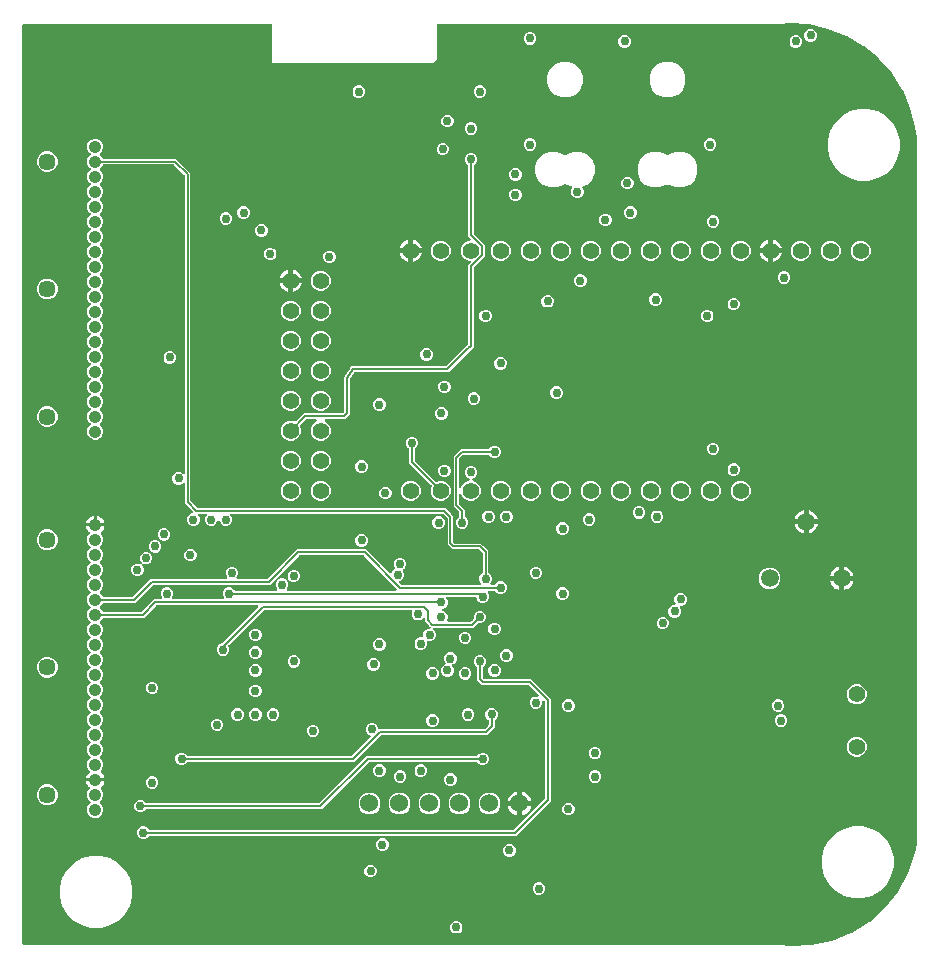
<source format=gbr>
G04 EAGLE Gerber RS-274X export*
G75*
%MOMM*%
%FSLAX34Y34*%
%LPD*%
%INCopper Layer 2*%
%IPPOS*%
%AMOC8*
5,1,8,0,0,1.08239X$1,22.5*%
G01*
%ADD10C,1.508000*%
%ADD11C,1.524000*%
%ADD12C,1.408000*%
%ADD13C,1.066800*%
%ADD14C,1.447800*%
%ADD15C,1.397000*%
%ADD16C,0.756400*%
%ADD17C,0.152400*%
%ADD18C,0.200000*%

G36*
X1288076Y32175D02*
X1288076Y32175D01*
X1288171Y32192D01*
X1288249Y32195D01*
X1305535Y35772D01*
X1305626Y35805D01*
X1305702Y35822D01*
X1322104Y42346D01*
X1322187Y42394D01*
X1322259Y42424D01*
X1337279Y51697D01*
X1337354Y51759D01*
X1337419Y51801D01*
X1350600Y63541D01*
X1350663Y63615D01*
X1350720Y63668D01*
X1361663Y77518D01*
X1361711Y77602D01*
X1361758Y77664D01*
X1370130Y93204D01*
X1370163Y93295D01*
X1370198Y93364D01*
X1375744Y110122D01*
X1375757Y110192D01*
X1375777Y110249D01*
X1377317Y118312D01*
X1377322Y118418D01*
X1377334Y118500D01*
X1377334Y716805D01*
X1377324Y716877D01*
X1377325Y716940D01*
X1376255Y724777D01*
X1376237Y724838D01*
X1376232Y724893D01*
X1372074Y740938D01*
X1372041Y741017D01*
X1372023Y741086D01*
X1365406Y756283D01*
X1365361Y756356D01*
X1365333Y756422D01*
X1356420Y770396D01*
X1356364Y770462D01*
X1356326Y770522D01*
X1345337Y782930D01*
X1345271Y782986D01*
X1345224Y783039D01*
X1332429Y793576D01*
X1332356Y793621D01*
X1332301Y793666D01*
X1318015Y802071D01*
X1317936Y802104D01*
X1317874Y802140D01*
X1302450Y808207D01*
X1302366Y808227D01*
X1302300Y808253D01*
X1286116Y811833D01*
X1286030Y811839D01*
X1285961Y811855D01*
X1269416Y812859D01*
X1269353Y812853D01*
X1269299Y812859D01*
X1262493Y812469D01*
X1262480Y812466D01*
X1262467Y812467D01*
X1262385Y812447D01*
X1262216Y812413D01*
X1262192Y812400D01*
X1262168Y812395D01*
X1262022Y812334D01*
X1260539Y812334D01*
X1260488Y812327D01*
X1260443Y812330D01*
X1258967Y812187D01*
X1258626Y812291D01*
X1258347Y812334D01*
X1258340Y812333D01*
X1258334Y812334D01*
X972000Y812334D01*
X971936Y812325D01*
X971872Y812326D01*
X971797Y812305D01*
X971721Y812294D01*
X971662Y812268D01*
X971600Y812251D01*
X971534Y812210D01*
X971464Y812178D01*
X971415Y812136D01*
X971360Y812103D01*
X971308Y812045D01*
X971250Y811995D01*
X971214Y811941D01*
X971171Y811893D01*
X971138Y811824D01*
X971095Y811759D01*
X971076Y811697D01*
X971048Y811640D01*
X971037Y811570D01*
X971013Y811489D01*
X971012Y811404D01*
X971001Y811335D01*
X971001Y782085D01*
X967915Y778999D01*
X832085Y778999D01*
X831499Y779585D01*
X831499Y811335D01*
X831490Y811399D01*
X831491Y811463D01*
X831470Y811538D01*
X831459Y811614D01*
X831433Y811673D01*
X831416Y811735D01*
X831375Y811801D01*
X831343Y811871D01*
X831301Y811920D01*
X831268Y811975D01*
X831210Y812027D01*
X831160Y812085D01*
X831106Y812121D01*
X831058Y812164D01*
X830989Y812197D01*
X830924Y812240D01*
X830862Y812259D01*
X830805Y812287D01*
X830735Y812298D01*
X830654Y812322D01*
X830569Y812323D01*
X830500Y812334D01*
X621165Y812334D01*
X621101Y812325D01*
X621037Y812326D01*
X620962Y812305D01*
X620886Y812294D01*
X620827Y812268D01*
X620765Y812251D01*
X620699Y812210D01*
X620629Y812178D01*
X620580Y812136D01*
X620525Y812103D01*
X620473Y812045D01*
X620415Y811995D01*
X620379Y811941D01*
X620336Y811893D01*
X620303Y811824D01*
X620260Y811759D01*
X620241Y811697D01*
X620213Y811640D01*
X620202Y811570D01*
X620178Y811489D01*
X620177Y811404D01*
X620166Y811335D01*
X620166Y33665D01*
X620175Y33601D01*
X620174Y33537D01*
X620195Y33462D01*
X620206Y33386D01*
X620232Y33327D01*
X620249Y33265D01*
X620290Y33199D01*
X620322Y33129D01*
X620364Y33080D01*
X620397Y33025D01*
X620455Y32973D01*
X620505Y32915D01*
X620559Y32879D01*
X620607Y32836D01*
X620676Y32803D01*
X620741Y32760D01*
X620803Y32741D01*
X620860Y32713D01*
X620930Y32702D01*
X621011Y32678D01*
X621096Y32677D01*
X621165Y32666D01*
X1258610Y32666D01*
X1258766Y32688D01*
X1258855Y32696D01*
X1259468Y32851D01*
X1260667Y32676D01*
X1260746Y32676D01*
X1260811Y32666D01*
X1262022Y32666D01*
X1262411Y32504D01*
X1262685Y32434D01*
X1262689Y32435D01*
X1262693Y32434D01*
X1270301Y31659D01*
X1270372Y31662D01*
X1270432Y31655D01*
X1288076Y32175D01*
G37*
%LPC*%
G36*
X681865Y173621D02*
X681865Y173621D01*
X681807Y173649D01*
X681738Y173660D01*
X681657Y173684D01*
X681572Y173685D01*
X681503Y173696D01*
X674149Y173696D01*
X674328Y174597D01*
X674922Y176030D01*
X675783Y177320D01*
X676880Y178417D01*
X677009Y178503D01*
X677024Y178517D01*
X677043Y178526D01*
X677129Y178610D01*
X677219Y178691D01*
X677230Y178709D01*
X677245Y178723D01*
X677304Y178828D01*
X677368Y178930D01*
X677374Y178950D01*
X677384Y178969D01*
X677412Y179086D01*
X677444Y179202D01*
X677444Y179223D01*
X677449Y179243D01*
X677443Y179363D01*
X677442Y179484D01*
X677435Y179504D01*
X677434Y179525D01*
X677395Y179638D01*
X677360Y179754D01*
X677349Y179771D01*
X677342Y179791D01*
X677288Y179865D01*
X677207Y179990D01*
X677179Y180014D01*
X677160Y180040D01*
X676085Y181115D01*
X675041Y183636D01*
X675041Y186364D01*
X676085Y188885D01*
X677844Y190643D01*
X677882Y190695D01*
X677928Y190740D01*
X677967Y190807D01*
X678013Y190869D01*
X678036Y190929D01*
X678067Y190985D01*
X678085Y191060D01*
X678113Y191133D01*
X678117Y191197D01*
X678132Y191259D01*
X678128Y191337D01*
X678134Y191414D01*
X678121Y191477D01*
X678118Y191541D01*
X678092Y191614D01*
X678077Y191690D01*
X678047Y191747D01*
X678025Y191808D01*
X677984Y191864D01*
X677944Y191939D01*
X677885Y192000D01*
X677844Y192057D01*
X676085Y193815D01*
X675041Y196336D01*
X675041Y199064D01*
X676085Y201585D01*
X677844Y203343D01*
X677882Y203395D01*
X677928Y203440D01*
X677967Y203507D01*
X678013Y203569D01*
X678036Y203629D01*
X678067Y203685D01*
X678085Y203760D01*
X678113Y203833D01*
X678117Y203897D01*
X678132Y203959D01*
X678128Y204037D01*
X678134Y204114D01*
X678121Y204177D01*
X678118Y204241D01*
X678092Y204314D01*
X678077Y204390D01*
X678047Y204447D01*
X678025Y204508D01*
X677984Y204564D01*
X677944Y204639D01*
X677885Y204700D01*
X677844Y204757D01*
X676085Y206515D01*
X675041Y209036D01*
X675041Y211764D01*
X676085Y214285D01*
X677844Y216043D01*
X677882Y216095D01*
X677928Y216140D01*
X677967Y216207D01*
X678013Y216269D01*
X678036Y216329D01*
X678067Y216385D01*
X678085Y216460D01*
X678113Y216533D01*
X678117Y216597D01*
X678132Y216659D01*
X678128Y216737D01*
X678134Y216814D01*
X678121Y216877D01*
X678118Y216941D01*
X678092Y217014D01*
X678077Y217090D01*
X678047Y217147D01*
X678025Y217208D01*
X677984Y217264D01*
X677944Y217339D01*
X677885Y217400D01*
X677844Y217457D01*
X676085Y219215D01*
X675041Y221736D01*
X675041Y224464D01*
X676085Y226985D01*
X677844Y228743D01*
X677882Y228795D01*
X677928Y228840D01*
X677967Y228907D01*
X678013Y228969D01*
X678036Y229029D01*
X678067Y229085D01*
X678085Y229160D01*
X678113Y229233D01*
X678117Y229297D01*
X678132Y229359D01*
X678128Y229437D01*
X678134Y229514D01*
X678121Y229577D01*
X678118Y229641D01*
X678092Y229714D01*
X678077Y229790D01*
X678047Y229847D01*
X678025Y229908D01*
X677984Y229964D01*
X677944Y230039D01*
X677885Y230100D01*
X677844Y230157D01*
X676085Y231915D01*
X675041Y234436D01*
X675041Y237164D01*
X676085Y239685D01*
X677844Y241443D01*
X677882Y241495D01*
X677928Y241540D01*
X677967Y241607D01*
X678013Y241669D01*
X678036Y241729D01*
X678067Y241785D01*
X678085Y241860D01*
X678113Y241933D01*
X678117Y241997D01*
X678132Y242059D01*
X678128Y242137D01*
X678134Y242214D01*
X678121Y242277D01*
X678118Y242341D01*
X678092Y242414D01*
X678077Y242490D01*
X678047Y242547D01*
X678025Y242608D01*
X677984Y242664D01*
X677944Y242739D01*
X677885Y242800D01*
X677844Y242857D01*
X676085Y244615D01*
X675041Y247136D01*
X675041Y249864D01*
X676085Y252385D01*
X677844Y254143D01*
X677882Y254195D01*
X677928Y254240D01*
X677967Y254307D01*
X678013Y254369D01*
X678036Y254429D01*
X678067Y254485D01*
X678085Y254560D01*
X678113Y254633D01*
X678117Y254697D01*
X678132Y254759D01*
X678128Y254837D01*
X678134Y254914D01*
X678121Y254977D01*
X678118Y255041D01*
X678092Y255114D01*
X678077Y255190D01*
X678047Y255247D01*
X678025Y255308D01*
X677984Y255364D01*
X677944Y255439D01*
X677885Y255500D01*
X677844Y255557D01*
X676085Y257315D01*
X675041Y259836D01*
X675041Y262564D01*
X676085Y265085D01*
X677844Y266843D01*
X677882Y266895D01*
X677928Y266940D01*
X677967Y267007D01*
X678013Y267069D01*
X678036Y267129D01*
X678067Y267185D01*
X678085Y267260D01*
X678113Y267333D01*
X678117Y267397D01*
X678132Y267459D01*
X678128Y267537D01*
X678134Y267614D01*
X678121Y267677D01*
X678118Y267741D01*
X678092Y267814D01*
X678077Y267890D01*
X678047Y267947D01*
X678025Y268008D01*
X677984Y268064D01*
X677944Y268139D01*
X677885Y268200D01*
X677844Y268257D01*
X676085Y270015D01*
X675041Y272536D01*
X675041Y275264D01*
X676085Y277785D01*
X677844Y279543D01*
X677882Y279595D01*
X677928Y279640D01*
X677967Y279707D01*
X678013Y279769D01*
X678036Y279829D01*
X678067Y279885D01*
X678085Y279960D01*
X678113Y280033D01*
X678117Y280097D01*
X678132Y280159D01*
X678128Y280237D01*
X678134Y280314D01*
X678121Y280377D01*
X678118Y280441D01*
X678092Y280514D01*
X678077Y280590D01*
X678047Y280647D01*
X678025Y280708D01*
X677984Y280764D01*
X677944Y280839D01*
X677885Y280900D01*
X677844Y280957D01*
X676085Y282715D01*
X675041Y285236D01*
X675041Y287964D01*
X676085Y290485D01*
X677844Y292243D01*
X677882Y292295D01*
X677928Y292340D01*
X677967Y292407D01*
X678013Y292469D01*
X678036Y292529D01*
X678067Y292585D01*
X678085Y292660D01*
X678113Y292733D01*
X678117Y292797D01*
X678132Y292859D01*
X678128Y292937D01*
X678134Y293014D01*
X678121Y293077D01*
X678118Y293141D01*
X678092Y293214D01*
X678077Y293290D01*
X678047Y293347D01*
X678025Y293408D01*
X677984Y293464D01*
X677944Y293539D01*
X677885Y293600D01*
X677844Y293657D01*
X676085Y295415D01*
X675041Y297936D01*
X675041Y300664D01*
X676085Y303185D01*
X677844Y304943D01*
X677882Y304995D01*
X677928Y305040D01*
X677967Y305107D01*
X678013Y305169D01*
X678036Y305229D01*
X678067Y305285D01*
X678085Y305360D01*
X678113Y305433D01*
X678117Y305497D01*
X678132Y305559D01*
X678128Y305637D01*
X678134Y305714D01*
X678121Y305777D01*
X678118Y305841D01*
X678092Y305914D01*
X678077Y305990D01*
X678047Y306047D01*
X678025Y306108D01*
X677984Y306164D01*
X677944Y306239D01*
X677885Y306300D01*
X677844Y306357D01*
X676085Y308115D01*
X675041Y310636D01*
X675041Y313364D01*
X676085Y315885D01*
X677844Y317643D01*
X677882Y317695D01*
X677928Y317740D01*
X677967Y317807D01*
X678013Y317869D01*
X678036Y317929D01*
X678067Y317985D01*
X678085Y318060D01*
X678113Y318133D01*
X678117Y318197D01*
X678132Y318259D01*
X678128Y318337D01*
X678134Y318414D01*
X678121Y318477D01*
X678118Y318541D01*
X678092Y318614D01*
X678077Y318690D01*
X678047Y318747D01*
X678025Y318808D01*
X677984Y318864D01*
X677944Y318939D01*
X677885Y319000D01*
X677844Y319057D01*
X676085Y320815D01*
X675041Y323336D01*
X675041Y326064D01*
X676085Y328585D01*
X677844Y330343D01*
X677882Y330395D01*
X677928Y330440D01*
X677967Y330507D01*
X678013Y330569D01*
X678036Y330629D01*
X678067Y330685D01*
X678085Y330760D01*
X678113Y330833D01*
X678117Y330897D01*
X678132Y330959D01*
X678128Y331037D01*
X678134Y331114D01*
X678121Y331177D01*
X678118Y331241D01*
X678092Y331314D01*
X678077Y331390D01*
X678047Y331447D01*
X678025Y331508D01*
X677984Y331564D01*
X677944Y331639D01*
X677885Y331700D01*
X677844Y331757D01*
X676085Y333515D01*
X675041Y336036D01*
X675041Y338764D01*
X676085Y341285D01*
X677844Y343043D01*
X677882Y343095D01*
X677928Y343140D01*
X677967Y343207D01*
X678013Y343269D01*
X678036Y343329D01*
X678067Y343385D01*
X678085Y343460D01*
X678113Y343533D01*
X678117Y343597D01*
X678132Y343659D01*
X678128Y343737D01*
X678134Y343814D01*
X678121Y343877D01*
X678118Y343941D01*
X678092Y344014D01*
X678077Y344090D01*
X678047Y344147D01*
X678025Y344208D01*
X677984Y344264D01*
X677944Y344339D01*
X677885Y344400D01*
X677844Y344457D01*
X676085Y346215D01*
X675041Y348736D01*
X675041Y351464D01*
X676085Y353985D01*
X677844Y355743D01*
X677882Y355795D01*
X677928Y355840D01*
X677967Y355907D01*
X678013Y355969D01*
X678036Y356029D01*
X678067Y356085D01*
X678085Y356160D01*
X678113Y356233D01*
X678117Y356297D01*
X678132Y356360D01*
X678128Y356437D01*
X678134Y356514D01*
X678121Y356577D01*
X678118Y356641D01*
X678093Y356714D01*
X678077Y356790D01*
X678047Y356847D01*
X678025Y356908D01*
X677984Y356964D01*
X677944Y357039D01*
X677885Y357100D01*
X677844Y357157D01*
X676085Y358915D01*
X675041Y361436D01*
X675041Y364164D01*
X676085Y366685D01*
X677844Y368443D01*
X677882Y368495D01*
X677928Y368540D01*
X677967Y368607D01*
X678013Y368669D01*
X678036Y368729D01*
X678067Y368785D01*
X678085Y368860D01*
X678113Y368933D01*
X678117Y368997D01*
X678132Y369059D01*
X678128Y369137D01*
X678134Y369214D01*
X678121Y369277D01*
X678118Y369341D01*
X678092Y369414D01*
X678077Y369490D01*
X678047Y369547D01*
X678025Y369608D01*
X677984Y369664D01*
X677944Y369739D01*
X677885Y369800D01*
X677844Y369857D01*
X676085Y371615D01*
X675041Y374136D01*
X675041Y376864D01*
X676085Y379385D01*
X677160Y380460D01*
X677173Y380477D01*
X677189Y380490D01*
X677257Y380589D01*
X677329Y380685D01*
X677337Y380705D01*
X677349Y380722D01*
X677386Y380837D01*
X677429Y380949D01*
X677431Y380970D01*
X677437Y380990D01*
X677442Y381110D01*
X677451Y381231D01*
X677447Y381251D01*
X677447Y381272D01*
X677418Y381389D01*
X677393Y381507D01*
X677383Y381525D01*
X677378Y381545D01*
X677317Y381649D01*
X677261Y381756D01*
X677246Y381771D01*
X677236Y381789D01*
X677169Y381850D01*
X677064Y381958D01*
X677032Y381976D01*
X677009Y381997D01*
X676880Y382083D01*
X675783Y383180D01*
X674922Y384470D01*
X674328Y385903D01*
X674149Y386804D01*
X681503Y386804D01*
X681566Y386813D01*
X681631Y386812D01*
X681705Y386833D01*
X681782Y386844D01*
X681840Y386870D01*
X681902Y386887D01*
X681905Y386888D01*
X681935Y386879D01*
X681993Y386851D01*
X682062Y386840D01*
X682143Y386816D01*
X682228Y386815D01*
X682297Y386804D01*
X689651Y386804D01*
X689472Y385903D01*
X688878Y384470D01*
X688017Y383180D01*
X686920Y382083D01*
X686791Y381997D01*
X686776Y381983D01*
X686757Y381974D01*
X686671Y381890D01*
X686581Y381809D01*
X686570Y381791D01*
X686555Y381777D01*
X686496Y381672D01*
X686432Y381570D01*
X686426Y381550D01*
X686416Y381531D01*
X686388Y381414D01*
X686356Y381298D01*
X686356Y381277D01*
X686351Y381257D01*
X686357Y381137D01*
X686358Y381016D01*
X686365Y380996D01*
X686366Y380975D01*
X686405Y380862D01*
X686440Y380746D01*
X686451Y380729D01*
X686458Y380709D01*
X686512Y380635D01*
X686593Y380510D01*
X686621Y380486D01*
X686640Y380460D01*
X687715Y379385D01*
X688759Y376864D01*
X688759Y374136D01*
X687715Y371615D01*
X685956Y369857D01*
X685918Y369805D01*
X685872Y369760D01*
X685833Y369693D01*
X685787Y369631D01*
X685764Y369571D01*
X685733Y369515D01*
X685715Y369440D01*
X685687Y369367D01*
X685683Y369303D01*
X685668Y369240D01*
X685672Y369163D01*
X685666Y369086D01*
X685679Y369023D01*
X685682Y368959D01*
X685707Y368886D01*
X685723Y368810D01*
X685753Y368753D01*
X685775Y368692D01*
X685816Y368636D01*
X685856Y368561D01*
X685915Y368500D01*
X685956Y368443D01*
X687715Y366685D01*
X688759Y364164D01*
X688759Y361436D01*
X687715Y358915D01*
X685956Y357157D01*
X685918Y357105D01*
X685872Y357060D01*
X685833Y356993D01*
X685787Y356931D01*
X685764Y356871D01*
X685733Y356815D01*
X685715Y356740D01*
X685687Y356667D01*
X685683Y356603D01*
X685668Y356541D01*
X685672Y356463D01*
X685666Y356386D01*
X685679Y356323D01*
X685682Y356259D01*
X685708Y356186D01*
X685723Y356110D01*
X685753Y356053D01*
X685775Y355992D01*
X685816Y355936D01*
X685856Y355861D01*
X685915Y355800D01*
X685926Y355785D01*
X685935Y355771D01*
X685939Y355767D01*
X685956Y355743D01*
X687715Y353985D01*
X688759Y351464D01*
X688759Y348736D01*
X687715Y346215D01*
X685956Y344457D01*
X685918Y344405D01*
X685872Y344360D01*
X685833Y344293D01*
X685787Y344231D01*
X685764Y344171D01*
X685733Y344115D01*
X685715Y344040D01*
X685687Y343967D01*
X685683Y343903D01*
X685668Y343840D01*
X685672Y343763D01*
X685666Y343686D01*
X685679Y343623D01*
X685682Y343559D01*
X685707Y343486D01*
X685723Y343410D01*
X685753Y343353D01*
X685775Y343292D01*
X685816Y343236D01*
X685856Y343161D01*
X685915Y343100D01*
X685956Y343043D01*
X687715Y341285D01*
X688759Y338764D01*
X688759Y336036D01*
X687715Y333515D01*
X685956Y331757D01*
X685918Y331705D01*
X685872Y331660D01*
X685833Y331593D01*
X685787Y331531D01*
X685764Y331471D01*
X685733Y331415D01*
X685715Y331340D01*
X685687Y331267D01*
X685683Y331203D01*
X685668Y331140D01*
X685672Y331063D01*
X685666Y330986D01*
X685679Y330923D01*
X685682Y330859D01*
X685707Y330786D01*
X685723Y330710D01*
X685753Y330653D01*
X685775Y330592D01*
X685816Y330536D01*
X685856Y330461D01*
X685915Y330400D01*
X685956Y330343D01*
X687715Y328585D01*
X688023Y327842D01*
X688027Y327833D01*
X688030Y327824D01*
X688099Y327712D01*
X688166Y327599D01*
X688173Y327592D01*
X688178Y327584D01*
X688276Y327496D01*
X688372Y327406D01*
X688380Y327402D01*
X688387Y327395D01*
X688506Y327338D01*
X688623Y327278D01*
X688633Y327276D01*
X688641Y327272D01*
X688717Y327260D01*
X688900Y327226D01*
X688924Y327228D01*
X688946Y327225D01*
X713240Y327225D01*
X713335Y327238D01*
X713431Y327243D01*
X713475Y327258D01*
X713520Y327265D01*
X713607Y327304D01*
X713698Y327336D01*
X713732Y327361D01*
X713776Y327381D01*
X713874Y327464D01*
X713947Y327517D01*
X728954Y342525D01*
X792558Y342525D01*
X792590Y342529D01*
X792622Y342527D01*
X792729Y342549D01*
X792837Y342565D01*
X792867Y342578D01*
X792898Y342584D01*
X792995Y342636D01*
X793094Y342681D01*
X793119Y342702D01*
X793147Y342717D01*
X793226Y342793D01*
X793308Y342864D01*
X793326Y342891D01*
X793349Y342914D01*
X793403Y343009D01*
X793463Y343100D01*
X793472Y343131D01*
X793488Y343159D01*
X793513Y343265D01*
X793545Y343370D01*
X793546Y343402D01*
X793553Y343434D01*
X793548Y343543D01*
X793549Y343652D01*
X793540Y343683D01*
X793539Y343715D01*
X793503Y343818D01*
X793474Y343924D01*
X793457Y343951D01*
X793446Y343982D01*
X793393Y344055D01*
X793326Y344164D01*
X793290Y344196D01*
X793265Y344231D01*
X793001Y344494D01*
X792193Y346444D01*
X792193Y348556D01*
X793001Y350506D01*
X794494Y351999D01*
X796444Y352807D01*
X798556Y352807D01*
X800506Y351999D01*
X801999Y350506D01*
X802807Y348556D01*
X802807Y346444D01*
X801999Y344494D01*
X801735Y344231D01*
X801716Y344205D01*
X801692Y344184D01*
X801632Y344092D01*
X801566Y344005D01*
X801555Y343975D01*
X801537Y343948D01*
X801505Y343843D01*
X801467Y343741D01*
X801464Y343709D01*
X801455Y343678D01*
X801453Y343569D01*
X801445Y343460D01*
X801451Y343428D01*
X801451Y343396D01*
X801480Y343291D01*
X801502Y343184D01*
X801517Y343155D01*
X801526Y343124D01*
X801584Y343031D01*
X801635Y342935D01*
X801657Y342912D01*
X801674Y342884D01*
X801755Y342811D01*
X801832Y342733D01*
X801860Y342717D01*
X801884Y342695D01*
X801982Y342648D01*
X802077Y342594D01*
X802108Y342586D01*
X802137Y342572D01*
X802227Y342558D01*
X802351Y342529D01*
X802400Y342531D01*
X802442Y342525D01*
X827122Y342525D01*
X827217Y342538D01*
X827313Y342543D01*
X827356Y342558D01*
X827401Y342565D01*
X827489Y342604D01*
X827580Y342636D01*
X827614Y342661D01*
X827658Y342681D01*
X827756Y342764D01*
X827829Y342817D01*
X852536Y367525D01*
X911046Y367525D01*
X931321Y347250D01*
X931416Y347179D01*
X931507Y347103D01*
X931528Y347094D01*
X931546Y347080D01*
X931657Y347039D01*
X931766Y346992D01*
X931789Y346989D01*
X931810Y346981D01*
X931929Y346972D01*
X932046Y346957D01*
X932069Y346961D01*
X932091Y346959D01*
X932207Y346983D01*
X932325Y347002D01*
X932345Y347012D01*
X932367Y347017D01*
X932472Y347072D01*
X932579Y347123D01*
X932596Y347138D01*
X932616Y347149D01*
X932701Y347232D01*
X932790Y347311D01*
X932801Y347329D01*
X932819Y347346D01*
X932910Y347508D01*
X932951Y347574D01*
X933507Y348918D01*
X935000Y350411D01*
X935092Y350449D01*
X935194Y350509D01*
X935299Y350565D01*
X935315Y350581D01*
X935335Y350593D01*
X935416Y350679D01*
X935501Y350762D01*
X935512Y350782D01*
X935528Y350798D01*
X935582Y350904D01*
X935640Y351007D01*
X935645Y351029D01*
X935656Y351050D01*
X935678Y351166D01*
X935705Y351282D01*
X935704Y351304D01*
X935708Y351327D01*
X935697Y351445D01*
X935691Y351563D01*
X935683Y351585D01*
X935681Y351608D01*
X935637Y351718D01*
X935598Y351830D01*
X935585Y351847D01*
X935577Y351869D01*
X935526Y351935D01*
X934693Y353944D01*
X934693Y356056D01*
X935501Y358006D01*
X936994Y359499D01*
X938944Y360307D01*
X941056Y360307D01*
X943006Y359499D01*
X944499Y358006D01*
X945307Y356056D01*
X945307Y353944D01*
X944499Y351994D01*
X943006Y350501D01*
X942914Y350463D01*
X942811Y350402D01*
X942707Y350347D01*
X942691Y350331D01*
X942671Y350319D01*
X942590Y350233D01*
X942505Y350150D01*
X942494Y350130D01*
X942478Y350114D01*
X942424Y350008D01*
X942366Y349905D01*
X942361Y349882D01*
X942350Y349862D01*
X942328Y349745D01*
X942301Y349630D01*
X942302Y349607D01*
X942298Y349585D01*
X942309Y349467D01*
X942315Y349348D01*
X942323Y349327D01*
X942325Y349304D01*
X942369Y349194D01*
X942408Y349082D01*
X942421Y349065D01*
X942430Y349042D01*
X942480Y348977D01*
X943313Y346968D01*
X943313Y344856D01*
X942505Y342906D01*
X941012Y341413D01*
X939668Y340856D01*
X939566Y340796D01*
X939461Y340740D01*
X939445Y340724D01*
X939425Y340713D01*
X939344Y340626D01*
X939259Y340544D01*
X939248Y340524D01*
X939232Y340507D01*
X939179Y340401D01*
X939120Y340298D01*
X939115Y340276D01*
X939105Y340256D01*
X939083Y340139D01*
X939055Y340024D01*
X939056Y340001D01*
X939052Y339979D01*
X939064Y339861D01*
X939070Y339742D01*
X939077Y339721D01*
X939079Y339698D01*
X939123Y339588D01*
X939162Y339476D01*
X939175Y339458D01*
X939184Y339436D01*
X939298Y339289D01*
X939344Y339227D01*
X940753Y337817D01*
X940830Y337760D01*
X940901Y337695D01*
X940942Y337675D01*
X940979Y337648D01*
X941069Y337614D01*
X941155Y337572D01*
X941197Y337566D01*
X941243Y337549D01*
X941370Y337539D01*
X941460Y337525D01*
X1007558Y337525D01*
X1007590Y337529D01*
X1007622Y337527D01*
X1007729Y337549D01*
X1007837Y337565D01*
X1007867Y337578D01*
X1007898Y337584D01*
X1007995Y337636D01*
X1008094Y337681D01*
X1008119Y337702D01*
X1008147Y337717D01*
X1008226Y337793D01*
X1008308Y337864D01*
X1008326Y337891D01*
X1008349Y337914D01*
X1008403Y338009D01*
X1008463Y338100D01*
X1008472Y338131D01*
X1008488Y338159D01*
X1008513Y338265D01*
X1008545Y338370D01*
X1008546Y338402D01*
X1008553Y338434D01*
X1008548Y338543D01*
X1008549Y338652D01*
X1008540Y338683D01*
X1008539Y338715D01*
X1008503Y338818D01*
X1008474Y338924D01*
X1008457Y338951D01*
X1008446Y338982D01*
X1008393Y339055D01*
X1008326Y339164D01*
X1008290Y339196D01*
X1008265Y339231D01*
X1008001Y339494D01*
X1007193Y341444D01*
X1007193Y343556D01*
X1008001Y345506D01*
X1009494Y346999D01*
X1009596Y347041D01*
X1009605Y347046D01*
X1009614Y347049D01*
X1009726Y347118D01*
X1009839Y347185D01*
X1009846Y347192D01*
X1009854Y347197D01*
X1009942Y347294D01*
X1010032Y347391D01*
X1010036Y347399D01*
X1010043Y347406D01*
X1010100Y347525D01*
X1010160Y347642D01*
X1010162Y347651D01*
X1010166Y347660D01*
X1010178Y347736D01*
X1010212Y347919D01*
X1010210Y347943D01*
X1010213Y347964D01*
X1010213Y363639D01*
X1010200Y363734D01*
X1010195Y363830D01*
X1010180Y363873D01*
X1010173Y363918D01*
X1010134Y364006D01*
X1010102Y364096D01*
X1010077Y364131D01*
X1010057Y364175D01*
X1009974Y364272D01*
X1009921Y364345D01*
X1006846Y367421D01*
X1006769Y367478D01*
X1006697Y367543D01*
X1006656Y367563D01*
X1006620Y367590D01*
X1006530Y367624D01*
X1006444Y367666D01*
X1006401Y367672D01*
X1006356Y367689D01*
X1006228Y367699D01*
X1006139Y367713D01*
X984053Y367713D01*
X980213Y371553D01*
X980213Y393639D01*
X980200Y393734D01*
X980195Y393830D01*
X980180Y393873D01*
X980173Y393918D01*
X980134Y394006D01*
X980102Y394097D01*
X980077Y394131D01*
X980057Y394175D01*
X979974Y394272D01*
X979921Y394346D01*
X976845Y397421D01*
X976769Y397478D01*
X976697Y397543D01*
X976656Y397563D01*
X976620Y397590D01*
X976530Y397624D01*
X976443Y397666D01*
X976401Y397672D01*
X976356Y397689D01*
X976228Y397699D01*
X976139Y397713D01*
X797204Y397713D01*
X797172Y397709D01*
X797140Y397711D01*
X797033Y397689D01*
X796925Y397673D01*
X796895Y397660D01*
X796864Y397654D01*
X796767Y397602D01*
X796668Y397557D01*
X796643Y397536D01*
X796615Y397521D01*
X796536Y397445D01*
X796454Y397374D01*
X796436Y397347D01*
X796413Y397324D01*
X796359Y397230D01*
X796299Y397138D01*
X796290Y397107D01*
X796274Y397079D01*
X796249Y396973D01*
X796217Y396868D01*
X796216Y396836D01*
X796209Y396805D01*
X796214Y396695D01*
X796213Y396586D01*
X796222Y396555D01*
X796223Y396523D01*
X796259Y396420D01*
X796288Y396314D01*
X796305Y396287D01*
X796316Y396256D01*
X796369Y396183D01*
X796436Y396074D01*
X796472Y396042D01*
X796497Y396007D01*
X796999Y395506D01*
X797807Y393556D01*
X797807Y391444D01*
X796999Y389494D01*
X795506Y388001D01*
X793556Y387193D01*
X791444Y387193D01*
X789494Y388001D01*
X788001Y389494D01*
X787173Y391493D01*
X787157Y391521D01*
X787147Y391551D01*
X787085Y391642D01*
X787030Y391736D01*
X787006Y391758D01*
X786988Y391784D01*
X786904Y391854D01*
X786824Y391929D01*
X786795Y391943D01*
X786770Y391964D01*
X786670Y392007D01*
X786572Y392056D01*
X786541Y392062D01*
X786511Y392075D01*
X786403Y392088D01*
X786295Y392109D01*
X786263Y392106D01*
X786231Y392110D01*
X786123Y392092D01*
X786015Y392082D01*
X785985Y392070D01*
X785953Y392065D01*
X785854Y392018D01*
X785753Y391977D01*
X785727Y391957D01*
X785698Y391944D01*
X785616Y391871D01*
X785530Y391804D01*
X785511Y391778D01*
X785487Y391756D01*
X785440Y391679D01*
X785365Y391575D01*
X785349Y391529D01*
X785327Y391493D01*
X784499Y389494D01*
X783006Y388001D01*
X781056Y387193D01*
X778944Y387193D01*
X776994Y388001D01*
X775501Y389494D01*
X774693Y391444D01*
X774693Y393556D01*
X775501Y395506D01*
X776003Y396007D01*
X776022Y396033D01*
X776046Y396054D01*
X776106Y396146D01*
X776172Y396233D01*
X776183Y396263D01*
X776201Y396290D01*
X776233Y396395D01*
X776271Y396497D01*
X776274Y396529D01*
X776283Y396560D01*
X776285Y396669D01*
X776293Y396778D01*
X776287Y396810D01*
X776287Y396842D01*
X776258Y396947D01*
X776236Y397054D01*
X776220Y397083D01*
X776212Y397114D01*
X776155Y397207D01*
X776103Y397303D01*
X776081Y397326D01*
X776064Y397354D01*
X775983Y397427D01*
X775906Y397505D01*
X775878Y397521D01*
X775854Y397543D01*
X775756Y397590D01*
X775661Y397644D01*
X775630Y397652D01*
X775601Y397666D01*
X775511Y397680D01*
X775387Y397709D01*
X775338Y397707D01*
X775296Y397713D01*
X769704Y397713D01*
X769672Y397709D01*
X769640Y397711D01*
X769533Y397689D01*
X769425Y397673D01*
X769395Y397660D01*
X769364Y397654D01*
X769267Y397602D01*
X769168Y397557D01*
X769143Y397536D01*
X769115Y397521D01*
X769036Y397445D01*
X768954Y397374D01*
X768936Y397347D01*
X768913Y397324D01*
X768859Y397230D01*
X768799Y397138D01*
X768790Y397107D01*
X768774Y397079D01*
X768749Y396973D01*
X768717Y396868D01*
X768716Y396836D01*
X768709Y396805D01*
X768714Y396695D01*
X768713Y396586D01*
X768722Y396555D01*
X768723Y396523D01*
X768759Y396420D01*
X768788Y396314D01*
X768805Y396287D01*
X768816Y396256D01*
X768869Y396183D01*
X768936Y396074D01*
X768972Y396042D01*
X768997Y396007D01*
X769499Y395506D01*
X770307Y393556D01*
X770307Y391444D01*
X769499Y389494D01*
X768006Y388001D01*
X766056Y387193D01*
X763944Y387193D01*
X761994Y388001D01*
X760501Y389494D01*
X759693Y391444D01*
X759693Y393556D01*
X760501Y395506D01*
X761994Y396999D01*
X763944Y397807D01*
X764047Y397807D01*
X764079Y397811D01*
X764111Y397809D01*
X764218Y397831D01*
X764326Y397847D01*
X764356Y397860D01*
X764387Y397866D01*
X764484Y397918D01*
X764583Y397963D01*
X764608Y397984D01*
X764636Y397999D01*
X764714Y398075D01*
X764797Y398146D01*
X764815Y398173D01*
X764838Y398196D01*
X764892Y398291D01*
X764952Y398382D01*
X764961Y398413D01*
X764977Y398441D01*
X765002Y398548D01*
X765034Y398652D01*
X765035Y398684D01*
X765042Y398715D01*
X765037Y398825D01*
X765038Y398934D01*
X765029Y398965D01*
X765028Y398997D01*
X764992Y399100D01*
X764963Y399206D01*
X764946Y399233D01*
X764935Y399264D01*
X764882Y399337D01*
X764815Y399446D01*
X764779Y399478D01*
X764754Y399513D01*
X757713Y406553D01*
X757713Y422796D01*
X757709Y422828D01*
X757711Y422860D01*
X757689Y422967D01*
X757673Y423075D01*
X757660Y423105D01*
X757654Y423136D01*
X757602Y423233D01*
X757557Y423332D01*
X757536Y423357D01*
X757521Y423385D01*
X757445Y423464D01*
X757374Y423546D01*
X757347Y423564D01*
X757324Y423587D01*
X757230Y423641D01*
X757138Y423701D01*
X757107Y423710D01*
X757079Y423726D01*
X756973Y423751D01*
X756868Y423783D01*
X756836Y423784D01*
X756805Y423791D01*
X756695Y423786D01*
X756586Y423787D01*
X756555Y423778D01*
X756523Y423777D01*
X756420Y423741D01*
X756314Y423712D01*
X756287Y423695D01*
X756256Y423684D01*
X756183Y423631D01*
X756074Y423564D01*
X756042Y423528D01*
X756007Y423503D01*
X755506Y423001D01*
X753556Y422193D01*
X751444Y422193D01*
X749494Y423001D01*
X748001Y424494D01*
X747193Y426444D01*
X747193Y428556D01*
X748001Y430506D01*
X749494Y431999D01*
X751444Y432807D01*
X753556Y432807D01*
X755506Y431999D01*
X756007Y431497D01*
X756033Y431478D01*
X756054Y431454D01*
X756146Y431394D01*
X756233Y431328D01*
X756263Y431317D01*
X756290Y431299D01*
X756395Y431267D01*
X756497Y431229D01*
X756529Y431226D01*
X756560Y431217D01*
X756669Y431215D01*
X756778Y431207D01*
X756810Y431213D01*
X756842Y431213D01*
X756947Y431242D01*
X757054Y431264D01*
X757083Y431280D01*
X757114Y431288D01*
X757207Y431345D01*
X757303Y431397D01*
X757326Y431419D01*
X757354Y431436D01*
X757427Y431517D01*
X757505Y431594D01*
X757521Y431622D01*
X757543Y431646D01*
X757590Y431744D01*
X757644Y431839D01*
X757652Y431870D01*
X757666Y431899D01*
X757680Y431989D01*
X757709Y432113D01*
X757707Y432162D01*
X757713Y432204D01*
X757713Y683639D01*
X757700Y683734D01*
X757695Y683830D01*
X757680Y683873D01*
X757673Y683918D01*
X757634Y684006D01*
X757602Y684097D01*
X757577Y684131D01*
X757557Y684175D01*
X757474Y684272D01*
X757421Y684345D01*
X748645Y693121D01*
X748569Y693178D01*
X748497Y693243D01*
X748456Y693263D01*
X748420Y693290D01*
X748330Y693324D01*
X748244Y693366D01*
X748201Y693372D01*
X748156Y693389D01*
X748028Y693399D01*
X747939Y693413D01*
X689044Y693413D01*
X689035Y693412D01*
X689025Y693413D01*
X688895Y693392D01*
X688765Y693373D01*
X688756Y693370D01*
X688747Y693368D01*
X688628Y693311D01*
X688508Y693257D01*
X688501Y693251D01*
X688492Y693247D01*
X688394Y693159D01*
X688294Y693074D01*
X688289Y693066D01*
X688282Y693060D01*
X688241Y692994D01*
X688139Y692838D01*
X688132Y692815D01*
X688121Y692796D01*
X687715Y691815D01*
X685956Y690057D01*
X685918Y690005D01*
X685872Y689960D01*
X685833Y689893D01*
X685787Y689831D01*
X685764Y689771D01*
X685733Y689715D01*
X685715Y689640D01*
X685687Y689567D01*
X685683Y689503D01*
X685668Y689440D01*
X685672Y689363D01*
X685666Y689286D01*
X685679Y689223D01*
X685682Y689159D01*
X685707Y689086D01*
X685723Y689010D01*
X685753Y688953D01*
X685775Y688892D01*
X685816Y688836D01*
X685856Y688761D01*
X685915Y688700D01*
X685956Y688643D01*
X687715Y686885D01*
X688759Y684364D01*
X688759Y681636D01*
X687715Y679115D01*
X685956Y677357D01*
X685918Y677305D01*
X685872Y677260D01*
X685833Y677193D01*
X685787Y677131D01*
X685764Y677071D01*
X685733Y677015D01*
X685715Y676940D01*
X685687Y676867D01*
X685683Y676803D01*
X685668Y676740D01*
X685672Y676663D01*
X685666Y676586D01*
X685679Y676523D01*
X685682Y676459D01*
X685707Y676386D01*
X685723Y676310D01*
X685753Y676253D01*
X685775Y676192D01*
X685816Y676136D01*
X685856Y676061D01*
X685915Y676000D01*
X685956Y675943D01*
X687715Y674185D01*
X688759Y671664D01*
X688759Y668936D01*
X687715Y666415D01*
X685956Y664657D01*
X685918Y664605D01*
X685872Y664560D01*
X685833Y664493D01*
X685787Y664431D01*
X685764Y664371D01*
X685733Y664315D01*
X685715Y664240D01*
X685687Y664167D01*
X685683Y664103D01*
X685668Y664040D01*
X685672Y663963D01*
X685666Y663886D01*
X685679Y663823D01*
X685682Y663759D01*
X685707Y663686D01*
X685723Y663610D01*
X685753Y663553D01*
X685775Y663492D01*
X685816Y663436D01*
X685856Y663361D01*
X685915Y663300D01*
X685956Y663243D01*
X687715Y661485D01*
X688759Y658964D01*
X688759Y656236D01*
X687715Y653715D01*
X685956Y651957D01*
X685918Y651905D01*
X685872Y651860D01*
X685833Y651793D01*
X685787Y651731D01*
X685764Y651671D01*
X685733Y651615D01*
X685715Y651540D01*
X685687Y651467D01*
X685683Y651403D01*
X685668Y651340D01*
X685672Y651263D01*
X685666Y651186D01*
X685679Y651123D01*
X685682Y651059D01*
X685707Y650986D01*
X685723Y650910D01*
X685753Y650853D01*
X685775Y650792D01*
X685816Y650736D01*
X685856Y650661D01*
X685915Y650600D01*
X685956Y650543D01*
X687715Y648785D01*
X688759Y646264D01*
X688759Y643536D01*
X687715Y641015D01*
X685956Y639257D01*
X685918Y639205D01*
X685872Y639160D01*
X685833Y639093D01*
X685787Y639031D01*
X685764Y638971D01*
X685733Y638915D01*
X685715Y638840D01*
X685687Y638767D01*
X685683Y638703D01*
X685668Y638640D01*
X685672Y638563D01*
X685666Y638486D01*
X685679Y638423D01*
X685682Y638359D01*
X685707Y638286D01*
X685723Y638210D01*
X685753Y638153D01*
X685775Y638092D01*
X685816Y638036D01*
X685856Y637961D01*
X685915Y637900D01*
X685956Y637843D01*
X687715Y636085D01*
X688759Y633564D01*
X688759Y630836D01*
X687715Y628315D01*
X685956Y626557D01*
X685918Y626505D01*
X685872Y626460D01*
X685833Y626393D01*
X685787Y626331D01*
X685764Y626271D01*
X685733Y626215D01*
X685715Y626140D01*
X685687Y626067D01*
X685683Y626003D01*
X685668Y625940D01*
X685672Y625863D01*
X685666Y625786D01*
X685679Y625723D01*
X685682Y625659D01*
X685707Y625586D01*
X685723Y625510D01*
X685753Y625453D01*
X685775Y625392D01*
X685816Y625336D01*
X685856Y625261D01*
X685915Y625200D01*
X685956Y625143D01*
X687715Y623385D01*
X688759Y620864D01*
X688759Y618136D01*
X687715Y615615D01*
X685956Y613857D01*
X685918Y613805D01*
X685872Y613760D01*
X685833Y613693D01*
X685787Y613631D01*
X685764Y613571D01*
X685733Y613515D01*
X685715Y613440D01*
X685687Y613367D01*
X685683Y613303D01*
X685668Y613240D01*
X685672Y613163D01*
X685666Y613086D01*
X685679Y613023D01*
X685682Y612959D01*
X685707Y612886D01*
X685723Y612810D01*
X685753Y612753D01*
X685775Y612692D01*
X685816Y612636D01*
X685856Y612561D01*
X685915Y612500D01*
X685956Y612443D01*
X687715Y610685D01*
X688759Y608164D01*
X688759Y605436D01*
X687715Y602915D01*
X685956Y601157D01*
X685918Y601105D01*
X685872Y601060D01*
X685833Y600993D01*
X685787Y600931D01*
X685764Y600871D01*
X685733Y600815D01*
X685715Y600740D01*
X685687Y600667D01*
X685683Y600603D01*
X685668Y600540D01*
X685672Y600463D01*
X685666Y600386D01*
X685679Y600323D01*
X685682Y600259D01*
X685707Y600186D01*
X685723Y600110D01*
X685753Y600053D01*
X685775Y599992D01*
X685816Y599936D01*
X685856Y599861D01*
X685915Y599800D01*
X685956Y599743D01*
X687715Y597985D01*
X688759Y595464D01*
X688759Y592736D01*
X687715Y590215D01*
X685956Y588457D01*
X685918Y588405D01*
X685872Y588360D01*
X685833Y588293D01*
X685787Y588231D01*
X685764Y588171D01*
X685733Y588115D01*
X685715Y588040D01*
X685687Y587967D01*
X685683Y587903D01*
X685668Y587840D01*
X685672Y587763D01*
X685666Y587686D01*
X685679Y587623D01*
X685682Y587559D01*
X685707Y587486D01*
X685723Y587410D01*
X685753Y587353D01*
X685775Y587292D01*
X685816Y587236D01*
X685856Y587161D01*
X685915Y587100D01*
X685956Y587043D01*
X687715Y585285D01*
X688759Y582764D01*
X688759Y580036D01*
X687715Y577515D01*
X685956Y575757D01*
X685918Y575705D01*
X685872Y575660D01*
X685833Y575593D01*
X685787Y575531D01*
X685764Y575471D01*
X685733Y575415D01*
X685715Y575340D01*
X685687Y575267D01*
X685683Y575203D01*
X685668Y575140D01*
X685672Y575063D01*
X685666Y574986D01*
X685679Y574923D01*
X685682Y574859D01*
X685707Y574786D01*
X685723Y574710D01*
X685753Y574653D01*
X685775Y574592D01*
X685816Y574536D01*
X685856Y574461D01*
X685915Y574400D01*
X685956Y574343D01*
X687715Y572585D01*
X688759Y570064D01*
X688759Y567336D01*
X687715Y564815D01*
X685956Y563057D01*
X685918Y563005D01*
X685872Y562960D01*
X685833Y562893D01*
X685787Y562831D01*
X685764Y562771D01*
X685733Y562715D01*
X685715Y562640D01*
X685687Y562567D01*
X685683Y562503D01*
X685668Y562441D01*
X685672Y562363D01*
X685666Y562286D01*
X685679Y562223D01*
X685682Y562159D01*
X685708Y562086D01*
X685723Y562010D01*
X685753Y561953D01*
X685775Y561892D01*
X685816Y561836D01*
X685856Y561761D01*
X685915Y561700D01*
X685956Y561643D01*
X687715Y559885D01*
X688759Y557364D01*
X688759Y554636D01*
X687715Y552115D01*
X685956Y550357D01*
X685918Y550305D01*
X685872Y550260D01*
X685833Y550193D01*
X685787Y550131D01*
X685764Y550071D01*
X685733Y550015D01*
X685715Y549940D01*
X685687Y549867D01*
X685683Y549803D01*
X685668Y549740D01*
X685672Y549663D01*
X685666Y549586D01*
X685679Y549523D01*
X685682Y549459D01*
X685707Y549386D01*
X685723Y549310D01*
X685753Y549253D01*
X685775Y549192D01*
X685816Y549136D01*
X685856Y549061D01*
X685915Y549000D01*
X685956Y548943D01*
X687715Y547185D01*
X688759Y544664D01*
X688759Y541936D01*
X687715Y539415D01*
X685956Y537657D01*
X685918Y537605D01*
X685872Y537560D01*
X685833Y537493D01*
X685787Y537431D01*
X685764Y537371D01*
X685733Y537315D01*
X685715Y537240D01*
X685687Y537167D01*
X685683Y537103D01*
X685668Y537040D01*
X685672Y536963D01*
X685666Y536886D01*
X685679Y536823D01*
X685682Y536759D01*
X685707Y536686D01*
X685723Y536610D01*
X685753Y536553D01*
X685775Y536492D01*
X685816Y536436D01*
X685856Y536361D01*
X685915Y536300D01*
X685956Y536243D01*
X687715Y534485D01*
X688759Y531964D01*
X688759Y529236D01*
X687715Y526715D01*
X685956Y524957D01*
X685947Y524945D01*
X685947Y524944D01*
X685946Y524942D01*
X685918Y524905D01*
X685872Y524860D01*
X685833Y524793D01*
X685787Y524731D01*
X685764Y524671D01*
X685733Y524615D01*
X685715Y524540D01*
X685687Y524467D01*
X685683Y524403D01*
X685668Y524340D01*
X685672Y524263D01*
X685666Y524186D01*
X685679Y524123D01*
X685682Y524059D01*
X685707Y523986D01*
X685723Y523910D01*
X685753Y523853D01*
X685775Y523792D01*
X685816Y523736D01*
X685856Y523661D01*
X685915Y523600D01*
X685956Y523543D01*
X687715Y521785D01*
X688759Y519264D01*
X688759Y516536D01*
X687715Y514015D01*
X685956Y512257D01*
X685918Y512205D01*
X685872Y512160D01*
X685833Y512093D01*
X685787Y512031D01*
X685764Y511971D01*
X685733Y511915D01*
X685715Y511840D01*
X685687Y511767D01*
X685683Y511703D01*
X685668Y511640D01*
X685672Y511563D01*
X685666Y511486D01*
X685679Y511423D01*
X685682Y511359D01*
X685707Y511286D01*
X685723Y511210D01*
X685753Y511153D01*
X685775Y511092D01*
X685816Y511036D01*
X685856Y510961D01*
X685915Y510900D01*
X685956Y510843D01*
X687715Y509085D01*
X688759Y506564D01*
X688759Y503836D01*
X687715Y501315D01*
X685956Y499557D01*
X685918Y499505D01*
X685872Y499460D01*
X685833Y499393D01*
X685787Y499331D01*
X685764Y499271D01*
X685733Y499215D01*
X685715Y499140D01*
X685687Y499067D01*
X685683Y499003D01*
X685668Y498940D01*
X685672Y498863D01*
X685666Y498786D01*
X685679Y498723D01*
X685682Y498659D01*
X685707Y498586D01*
X685723Y498510D01*
X685753Y498453D01*
X685775Y498392D01*
X685816Y498336D01*
X685856Y498261D01*
X685915Y498200D01*
X685956Y498143D01*
X687715Y496385D01*
X688759Y493864D01*
X688759Y491136D01*
X687715Y488615D01*
X685956Y486857D01*
X685918Y486805D01*
X685872Y486760D01*
X685833Y486693D01*
X685787Y486631D01*
X685764Y486571D01*
X685733Y486515D01*
X685715Y486440D01*
X685687Y486367D01*
X685683Y486303D01*
X685668Y486240D01*
X685672Y486163D01*
X685666Y486086D01*
X685679Y486023D01*
X685682Y485959D01*
X685707Y485886D01*
X685723Y485810D01*
X685753Y485753D01*
X685775Y485692D01*
X685816Y485636D01*
X685856Y485561D01*
X685915Y485500D01*
X685956Y485443D01*
X687715Y483685D01*
X688759Y481164D01*
X688759Y478436D01*
X687715Y475915D01*
X685956Y474157D01*
X685918Y474105D01*
X685872Y474060D01*
X685833Y473993D01*
X685787Y473931D01*
X685764Y473871D01*
X685733Y473815D01*
X685715Y473740D01*
X685687Y473667D01*
X685683Y473603D01*
X685668Y473540D01*
X685672Y473463D01*
X685666Y473386D01*
X685679Y473323D01*
X685682Y473259D01*
X685707Y473186D01*
X685723Y473110D01*
X685753Y473053D01*
X685775Y472992D01*
X685816Y472936D01*
X685856Y472861D01*
X685915Y472800D01*
X685956Y472743D01*
X687715Y470985D01*
X688759Y468464D01*
X688759Y465736D01*
X687715Y463215D01*
X685785Y461285D01*
X683264Y460241D01*
X680536Y460241D01*
X678015Y461285D01*
X676085Y463215D01*
X675041Y465736D01*
X675041Y468464D01*
X676085Y470985D01*
X677844Y472743D01*
X677882Y472795D01*
X677928Y472840D01*
X677967Y472907D01*
X678013Y472969D01*
X678036Y473029D01*
X678067Y473085D01*
X678085Y473160D01*
X678113Y473233D01*
X678117Y473297D01*
X678132Y473359D01*
X678128Y473437D01*
X678134Y473514D01*
X678121Y473577D01*
X678118Y473641D01*
X678092Y473714D01*
X678077Y473790D01*
X678047Y473847D01*
X678025Y473908D01*
X677984Y473964D01*
X677944Y474039D01*
X677885Y474100D01*
X677844Y474157D01*
X676085Y475915D01*
X675041Y478436D01*
X675041Y481164D01*
X676085Y483685D01*
X677844Y485443D01*
X677882Y485495D01*
X677928Y485540D01*
X677967Y485607D01*
X678013Y485669D01*
X678036Y485729D01*
X678067Y485785D01*
X678085Y485860D01*
X678113Y485933D01*
X678117Y485997D01*
X678132Y486059D01*
X678128Y486137D01*
X678134Y486214D01*
X678121Y486277D01*
X678118Y486341D01*
X678092Y486414D01*
X678077Y486490D01*
X678047Y486547D01*
X678025Y486608D01*
X677984Y486664D01*
X677944Y486739D01*
X677885Y486800D01*
X677844Y486857D01*
X676085Y488615D01*
X675041Y491136D01*
X675041Y493864D01*
X676085Y496385D01*
X677844Y498143D01*
X677882Y498195D01*
X677928Y498240D01*
X677967Y498307D01*
X678013Y498369D01*
X678036Y498429D01*
X678067Y498485D01*
X678085Y498560D01*
X678113Y498633D01*
X678117Y498697D01*
X678132Y498759D01*
X678128Y498837D01*
X678134Y498914D01*
X678121Y498977D01*
X678118Y499041D01*
X678092Y499114D01*
X678077Y499190D01*
X678047Y499247D01*
X678025Y499308D01*
X677984Y499364D01*
X677944Y499439D01*
X677885Y499500D01*
X677844Y499557D01*
X676085Y501315D01*
X675041Y503836D01*
X675041Y506564D01*
X676085Y509085D01*
X677844Y510843D01*
X677882Y510895D01*
X677928Y510940D01*
X677967Y511007D01*
X678013Y511069D01*
X678036Y511129D01*
X678067Y511185D01*
X678085Y511260D01*
X678113Y511333D01*
X678117Y511397D01*
X678132Y511459D01*
X678128Y511537D01*
X678134Y511614D01*
X678121Y511677D01*
X678118Y511741D01*
X678092Y511814D01*
X678077Y511890D01*
X678047Y511947D01*
X678025Y512008D01*
X677984Y512064D01*
X677944Y512139D01*
X677885Y512200D01*
X677844Y512257D01*
X676085Y514015D01*
X675041Y516536D01*
X675041Y519264D01*
X676085Y521785D01*
X677844Y523543D01*
X677882Y523595D01*
X677928Y523640D01*
X677967Y523707D01*
X678013Y523769D01*
X678036Y523829D01*
X678067Y523885D01*
X678085Y523960D01*
X678113Y524033D01*
X678117Y524097D01*
X678132Y524159D01*
X678128Y524237D01*
X678134Y524314D01*
X678121Y524377D01*
X678118Y524441D01*
X678092Y524514D01*
X678077Y524590D01*
X678047Y524647D01*
X678025Y524708D01*
X677984Y524764D01*
X677944Y524839D01*
X677886Y524899D01*
X677870Y524924D01*
X677862Y524932D01*
X677844Y524957D01*
X676085Y526715D01*
X675041Y529236D01*
X675041Y531964D01*
X676085Y534485D01*
X677844Y536243D01*
X677882Y536295D01*
X677928Y536340D01*
X677967Y536407D01*
X678013Y536469D01*
X678036Y536529D01*
X678067Y536585D01*
X678085Y536660D01*
X678113Y536733D01*
X678117Y536797D01*
X678132Y536859D01*
X678128Y536937D01*
X678134Y537014D01*
X678121Y537077D01*
X678118Y537141D01*
X678092Y537214D01*
X678077Y537290D01*
X678047Y537347D01*
X678025Y537408D01*
X677984Y537464D01*
X677944Y537539D01*
X677885Y537600D01*
X677844Y537657D01*
X676085Y539415D01*
X675041Y541936D01*
X675041Y544664D01*
X676085Y547185D01*
X677844Y548943D01*
X677882Y548995D01*
X677928Y549040D01*
X677967Y549107D01*
X678013Y549169D01*
X678036Y549229D01*
X678067Y549285D01*
X678085Y549360D01*
X678113Y549433D01*
X678117Y549497D01*
X678132Y549559D01*
X678128Y549637D01*
X678134Y549714D01*
X678121Y549777D01*
X678118Y549841D01*
X678092Y549914D01*
X678077Y549990D01*
X678047Y550047D01*
X678025Y550108D01*
X677984Y550164D01*
X677944Y550239D01*
X677885Y550300D01*
X677844Y550357D01*
X676085Y552115D01*
X675041Y554636D01*
X675041Y557364D01*
X676085Y559885D01*
X677844Y561643D01*
X677882Y561695D01*
X677928Y561740D01*
X677967Y561807D01*
X678013Y561869D01*
X678036Y561929D01*
X678067Y561985D01*
X678085Y562060D01*
X678113Y562133D01*
X678117Y562197D01*
X678132Y562260D01*
X678128Y562337D01*
X678134Y562414D01*
X678121Y562477D01*
X678118Y562541D01*
X678093Y562614D01*
X678077Y562690D01*
X678047Y562747D01*
X678025Y562808D01*
X677984Y562864D01*
X677944Y562939D01*
X677885Y563000D01*
X677844Y563057D01*
X676085Y564815D01*
X675041Y567336D01*
X675041Y570064D01*
X676085Y572585D01*
X677844Y574343D01*
X677882Y574395D01*
X677928Y574440D01*
X677967Y574507D01*
X678013Y574569D01*
X678036Y574629D01*
X678067Y574685D01*
X678085Y574760D01*
X678113Y574833D01*
X678117Y574897D01*
X678132Y574959D01*
X678128Y575037D01*
X678134Y575114D01*
X678121Y575177D01*
X678118Y575241D01*
X678092Y575314D01*
X678077Y575390D01*
X678047Y575447D01*
X678025Y575508D01*
X677984Y575564D01*
X677944Y575639D01*
X677885Y575700D01*
X677844Y575757D01*
X676085Y577515D01*
X675041Y580036D01*
X675041Y582764D01*
X676085Y585285D01*
X677844Y587043D01*
X677882Y587095D01*
X677928Y587140D01*
X677967Y587207D01*
X678013Y587269D01*
X678036Y587329D01*
X678067Y587385D01*
X678085Y587460D01*
X678113Y587533D01*
X678117Y587597D01*
X678132Y587659D01*
X678128Y587737D01*
X678134Y587814D01*
X678121Y587877D01*
X678118Y587941D01*
X678092Y588014D01*
X678077Y588090D01*
X678047Y588147D01*
X678025Y588208D01*
X677984Y588264D01*
X677944Y588339D01*
X677885Y588400D01*
X677844Y588457D01*
X676085Y590215D01*
X675041Y592736D01*
X675041Y595464D01*
X676085Y597985D01*
X677844Y599743D01*
X677882Y599795D01*
X677928Y599840D01*
X677967Y599907D01*
X678013Y599969D01*
X678036Y600029D01*
X678067Y600085D01*
X678085Y600160D01*
X678113Y600233D01*
X678117Y600297D01*
X678132Y600359D01*
X678128Y600437D01*
X678134Y600514D01*
X678121Y600577D01*
X678118Y600641D01*
X678092Y600714D01*
X678077Y600790D01*
X678047Y600847D01*
X678025Y600908D01*
X677984Y600964D01*
X677944Y601039D01*
X677885Y601100D01*
X677844Y601157D01*
X676085Y602915D01*
X675041Y605436D01*
X675041Y608164D01*
X676085Y610685D01*
X677844Y612443D01*
X677882Y612495D01*
X677928Y612540D01*
X677967Y612607D01*
X678013Y612669D01*
X678036Y612729D01*
X678067Y612785D01*
X678085Y612860D01*
X678113Y612933D01*
X678117Y612997D01*
X678132Y613059D01*
X678128Y613137D01*
X678134Y613214D01*
X678121Y613277D01*
X678118Y613341D01*
X678092Y613414D01*
X678077Y613490D01*
X678047Y613547D01*
X678025Y613608D01*
X677984Y613664D01*
X677944Y613739D01*
X677885Y613800D01*
X677844Y613857D01*
X676085Y615615D01*
X675041Y618136D01*
X675041Y620864D01*
X676085Y623385D01*
X677844Y625143D01*
X677882Y625195D01*
X677928Y625240D01*
X677967Y625307D01*
X678013Y625369D01*
X678036Y625429D01*
X678067Y625485D01*
X678085Y625560D01*
X678113Y625633D01*
X678117Y625697D01*
X678132Y625759D01*
X678128Y625837D01*
X678134Y625914D01*
X678121Y625977D01*
X678118Y626041D01*
X678092Y626114D01*
X678077Y626190D01*
X678047Y626247D01*
X678025Y626308D01*
X677984Y626364D01*
X677944Y626439D01*
X677885Y626500D01*
X677844Y626557D01*
X676085Y628315D01*
X675041Y630836D01*
X675041Y633564D01*
X676085Y636085D01*
X677844Y637843D01*
X677882Y637895D01*
X677928Y637940D01*
X677967Y638007D01*
X678013Y638069D01*
X678036Y638129D01*
X678067Y638185D01*
X678085Y638260D01*
X678113Y638333D01*
X678117Y638397D01*
X678132Y638459D01*
X678128Y638537D01*
X678134Y638614D01*
X678121Y638677D01*
X678118Y638741D01*
X678092Y638814D01*
X678077Y638890D01*
X678047Y638947D01*
X678025Y639008D01*
X677984Y639064D01*
X677944Y639139D01*
X677885Y639200D01*
X677844Y639257D01*
X676085Y641015D01*
X675041Y643536D01*
X675041Y646264D01*
X676085Y648785D01*
X677844Y650543D01*
X677882Y650595D01*
X677928Y650640D01*
X677967Y650707D01*
X678013Y650769D01*
X678036Y650829D01*
X678067Y650885D01*
X678085Y650960D01*
X678113Y651033D01*
X678117Y651097D01*
X678132Y651159D01*
X678128Y651237D01*
X678134Y651314D01*
X678121Y651377D01*
X678118Y651441D01*
X678092Y651514D01*
X678077Y651590D01*
X678047Y651647D01*
X678025Y651708D01*
X677984Y651764D01*
X677944Y651839D01*
X677885Y651900D01*
X677844Y651957D01*
X676085Y653715D01*
X675041Y656236D01*
X675041Y658964D01*
X676085Y661485D01*
X677844Y663243D01*
X677882Y663295D01*
X677928Y663340D01*
X677967Y663407D01*
X678013Y663469D01*
X678036Y663529D01*
X678067Y663585D01*
X678085Y663660D01*
X678113Y663733D01*
X678117Y663797D01*
X678132Y663859D01*
X678128Y663937D01*
X678134Y664014D01*
X678121Y664077D01*
X678118Y664141D01*
X678092Y664214D01*
X678077Y664290D01*
X678047Y664347D01*
X678025Y664408D01*
X677984Y664464D01*
X677944Y664539D01*
X677885Y664600D01*
X677844Y664657D01*
X676085Y666415D01*
X675041Y668936D01*
X675041Y671664D01*
X676085Y674185D01*
X677844Y675943D01*
X677882Y675995D01*
X677928Y676040D01*
X677967Y676107D01*
X678013Y676169D01*
X678036Y676229D01*
X678067Y676285D01*
X678085Y676360D01*
X678113Y676433D01*
X678117Y676497D01*
X678132Y676559D01*
X678128Y676637D01*
X678134Y676714D01*
X678121Y676777D01*
X678118Y676841D01*
X678092Y676914D01*
X678077Y676990D01*
X678047Y677047D01*
X678025Y677108D01*
X677984Y677164D01*
X677944Y677239D01*
X677885Y677300D01*
X677844Y677357D01*
X676085Y679115D01*
X675041Y681636D01*
X675041Y684364D01*
X676085Y686885D01*
X677844Y688643D01*
X677882Y688695D01*
X677928Y688740D01*
X677967Y688807D01*
X678013Y688869D01*
X678036Y688929D01*
X678067Y688985D01*
X678085Y689060D01*
X678113Y689133D01*
X678117Y689197D01*
X678132Y689259D01*
X678128Y689337D01*
X678134Y689414D01*
X678121Y689477D01*
X678118Y689541D01*
X678092Y689614D01*
X678077Y689690D01*
X678047Y689747D01*
X678025Y689808D01*
X677984Y689864D01*
X677944Y689939D01*
X677885Y690000D01*
X677844Y690057D01*
X676085Y691815D01*
X675041Y694336D01*
X675041Y697064D01*
X676085Y699585D01*
X677844Y701343D01*
X677882Y701395D01*
X677928Y701440D01*
X677967Y701507D01*
X678013Y701569D01*
X678036Y701629D01*
X678067Y701685D01*
X678085Y701760D01*
X678113Y701833D01*
X678117Y701897D01*
X678132Y701959D01*
X678128Y702037D01*
X678134Y702114D01*
X678121Y702177D01*
X678118Y702241D01*
X678092Y702314D01*
X678077Y702390D01*
X678047Y702447D01*
X678025Y702508D01*
X677984Y702564D01*
X677944Y702639D01*
X677885Y702700D01*
X677844Y702757D01*
X676085Y704515D01*
X675041Y707036D01*
X675041Y709764D01*
X676085Y712285D01*
X678015Y714215D01*
X680536Y715259D01*
X683264Y715259D01*
X685785Y714215D01*
X687715Y712285D01*
X688759Y709764D01*
X688759Y707036D01*
X687715Y704515D01*
X685956Y702757D01*
X685918Y702705D01*
X685872Y702660D01*
X685833Y702593D01*
X685787Y702531D01*
X685764Y702471D01*
X685733Y702415D01*
X685715Y702340D01*
X685687Y702267D01*
X685683Y702203D01*
X685668Y702140D01*
X685672Y702063D01*
X685666Y701986D01*
X685679Y701923D01*
X685682Y701859D01*
X685707Y701786D01*
X685723Y701710D01*
X685753Y701653D01*
X685775Y701592D01*
X685816Y701536D01*
X685856Y701461D01*
X685915Y701400D01*
X685956Y701343D01*
X687715Y699585D01*
X688121Y698604D01*
X688126Y698595D01*
X688128Y698586D01*
X688198Y698474D01*
X688265Y698361D01*
X688272Y698354D01*
X688277Y698346D01*
X688374Y698258D01*
X688470Y698168D01*
X688479Y698164D01*
X688486Y698157D01*
X688604Y698100D01*
X688722Y698040D01*
X688731Y698038D01*
X688740Y698034D01*
X688816Y698022D01*
X688999Y697988D01*
X689023Y697990D01*
X689044Y697987D01*
X750247Y697987D01*
X751879Y696355D01*
X760655Y687579D01*
X762287Y685947D01*
X762287Y408861D01*
X762300Y408766D01*
X762305Y408670D01*
X762320Y408627D01*
X762327Y408582D01*
X762366Y408494D01*
X762398Y408404D01*
X762423Y408369D01*
X762443Y408325D01*
X762526Y408228D01*
X762579Y408155D01*
X768155Y402579D01*
X768231Y402522D01*
X768303Y402457D01*
X768344Y402437D01*
X768380Y402410D01*
X768470Y402376D01*
X768557Y402334D01*
X768599Y402328D01*
X768644Y402311D01*
X768772Y402301D01*
X768861Y402287D01*
X978447Y402287D01*
X983154Y397579D01*
X983155Y397579D01*
X984787Y395947D01*
X984787Y373861D01*
X984800Y373766D01*
X984805Y373670D01*
X984820Y373627D01*
X984827Y373582D01*
X984866Y373494D01*
X984898Y373404D01*
X984923Y373369D01*
X984943Y373325D01*
X985026Y373228D01*
X985079Y373155D01*
X985655Y372579D01*
X985731Y372522D01*
X985803Y372457D01*
X985844Y372437D01*
X985880Y372410D01*
X985970Y372376D01*
X986057Y372334D01*
X986099Y372328D01*
X986144Y372311D01*
X986272Y372301D01*
X986361Y372287D01*
X1008447Y372287D01*
X1010079Y370655D01*
X1010079Y370654D01*
X1013155Y367579D01*
X1014787Y365947D01*
X1014787Y347964D01*
X1014788Y347955D01*
X1014787Y347946D01*
X1014808Y347816D01*
X1014827Y347685D01*
X1014830Y347677D01*
X1014832Y347667D01*
X1014889Y347548D01*
X1014943Y347428D01*
X1014949Y347421D01*
X1014953Y347412D01*
X1015041Y347314D01*
X1015126Y347214D01*
X1015134Y347209D01*
X1015140Y347202D01*
X1015206Y347162D01*
X1015362Y347060D01*
X1015385Y347052D01*
X1015404Y347041D01*
X1015506Y346999D01*
X1016999Y345506D01*
X1017807Y343556D01*
X1017807Y341444D01*
X1016999Y339494D01*
X1016735Y339231D01*
X1016716Y339205D01*
X1016692Y339184D01*
X1016632Y339092D01*
X1016566Y339005D01*
X1016555Y338975D01*
X1016537Y338948D01*
X1016505Y338843D01*
X1016467Y338741D01*
X1016464Y338709D01*
X1016455Y338678D01*
X1016453Y338569D01*
X1016445Y338460D01*
X1016451Y338428D01*
X1016451Y338396D01*
X1016480Y338291D01*
X1016502Y338184D01*
X1016517Y338155D01*
X1016526Y338124D01*
X1016584Y338031D01*
X1016635Y337935D01*
X1016657Y337912D01*
X1016674Y337884D01*
X1016755Y337811D01*
X1016832Y337733D01*
X1016860Y337717D01*
X1016884Y337695D01*
X1016982Y337648D01*
X1017077Y337594D01*
X1017108Y337586D01*
X1017137Y337572D01*
X1017227Y337558D01*
X1017351Y337529D01*
X1017400Y337531D01*
X1017442Y337525D01*
X1019634Y337525D01*
X1019644Y337526D01*
X1019653Y337525D01*
X1019783Y337546D01*
X1019913Y337565D01*
X1019922Y337568D01*
X1019931Y337570D01*
X1020051Y337627D01*
X1020170Y337681D01*
X1020177Y337687D01*
X1020186Y337691D01*
X1020285Y337779D01*
X1020385Y337864D01*
X1020390Y337872D01*
X1020397Y337878D01*
X1020433Y337938D01*
X1021994Y339499D01*
X1023944Y340307D01*
X1026056Y340307D01*
X1028006Y339499D01*
X1029499Y338006D01*
X1030307Y336056D01*
X1030307Y333944D01*
X1029499Y331994D01*
X1028006Y330501D01*
X1026056Y329693D01*
X1023944Y329693D01*
X1021994Y330501D01*
X1020442Y332053D01*
X1020414Y332101D01*
X1020407Y332108D01*
X1020402Y332116D01*
X1020304Y332204D01*
X1020208Y332294D01*
X1020200Y332298D01*
X1020193Y332305D01*
X1020074Y332362D01*
X1019957Y332422D01*
X1019947Y332424D01*
X1019939Y332428D01*
X1019862Y332440D01*
X1019679Y332474D01*
X1019656Y332472D01*
X1019634Y332475D01*
X1014942Y332475D01*
X1014910Y332471D01*
X1014878Y332473D01*
X1014771Y332451D01*
X1014663Y332435D01*
X1014633Y332422D01*
X1014602Y332416D01*
X1014505Y332364D01*
X1014406Y332319D01*
X1014381Y332298D01*
X1014353Y332283D01*
X1014274Y332207D01*
X1014192Y332136D01*
X1014174Y332109D01*
X1014151Y332086D01*
X1014097Y331991D01*
X1014037Y331900D01*
X1014028Y331869D01*
X1014012Y331841D01*
X1013987Y331735D01*
X1013955Y331630D01*
X1013954Y331598D01*
X1013947Y331566D01*
X1013952Y331457D01*
X1013951Y331348D01*
X1013960Y331317D01*
X1013961Y331285D01*
X1013997Y331182D01*
X1014026Y331076D01*
X1014043Y331049D01*
X1014054Y331018D01*
X1014107Y330945D01*
X1014174Y330836D01*
X1014210Y330804D01*
X1014235Y330769D01*
X1014499Y330506D01*
X1015307Y328556D01*
X1015307Y326444D01*
X1014499Y324494D01*
X1013006Y323001D01*
X1011056Y322193D01*
X1008944Y322193D01*
X1006994Y323001D01*
X1005501Y324494D01*
X1004693Y326444D01*
X1004693Y326476D01*
X1004685Y326536D01*
X1004685Y326561D01*
X1004685Y326563D01*
X1004685Y326604D01*
X1004664Y326679D01*
X1004653Y326755D01*
X1004627Y326814D01*
X1004610Y326876D01*
X1004569Y326942D01*
X1004537Y327012D01*
X1004495Y327061D01*
X1004462Y327116D01*
X1004404Y327168D01*
X1004354Y327226D01*
X1004300Y327262D01*
X1004252Y327305D01*
X1004183Y327338D01*
X1004118Y327381D01*
X1004056Y327400D01*
X1003999Y327428D01*
X1003929Y327439D01*
X1003848Y327463D01*
X1003763Y327464D01*
X1003694Y327475D01*
X979942Y327475D01*
X979910Y327471D01*
X979878Y327473D01*
X979771Y327451D01*
X979663Y327435D01*
X979633Y327422D01*
X979602Y327416D01*
X979505Y327364D01*
X979406Y327319D01*
X979381Y327298D01*
X979353Y327283D01*
X979274Y327207D01*
X979192Y327136D01*
X979174Y327109D01*
X979151Y327086D01*
X979097Y326991D01*
X979037Y326900D01*
X979028Y326869D01*
X979012Y326841D01*
X978987Y326735D01*
X978955Y326630D01*
X978954Y326598D01*
X978947Y326566D01*
X978952Y326457D01*
X978951Y326348D01*
X978960Y326317D01*
X978961Y326285D01*
X978997Y326182D01*
X979026Y326076D01*
X979043Y326049D01*
X979054Y326018D01*
X979107Y325945D01*
X979174Y325836D01*
X979210Y325804D01*
X979214Y325799D01*
X979217Y325793D01*
X979219Y325792D01*
X979235Y325769D01*
X979499Y325506D01*
X980307Y323556D01*
X980307Y321444D01*
X979499Y319494D01*
X978006Y318001D01*
X976007Y317173D01*
X975979Y317157D01*
X975949Y317147D01*
X975858Y317085D01*
X975764Y317030D01*
X975742Y317006D01*
X975716Y316988D01*
X975646Y316904D01*
X975571Y316824D01*
X975557Y316795D01*
X975536Y316770D01*
X975493Y316670D01*
X975444Y316572D01*
X975438Y316541D01*
X975425Y316511D01*
X975412Y316403D01*
X975391Y316295D01*
X975394Y316263D01*
X975390Y316231D01*
X975408Y316123D01*
X975418Y316015D01*
X975430Y315985D01*
X975435Y315953D01*
X975482Y315854D01*
X975523Y315753D01*
X975543Y315727D01*
X975556Y315698D01*
X975629Y315616D01*
X975696Y315530D01*
X975722Y315511D01*
X975744Y315487D01*
X975821Y315440D01*
X975925Y315365D01*
X975971Y315349D01*
X976007Y315327D01*
X978006Y314499D01*
X979499Y313006D01*
X980307Y311056D01*
X980307Y308944D01*
X979750Y307600D01*
X979721Y307486D01*
X979686Y307372D01*
X979686Y307349D01*
X979680Y307327D01*
X979684Y307209D01*
X979682Y307090D01*
X979688Y307068D01*
X979689Y307045D01*
X979726Y306933D01*
X979757Y306818D01*
X979769Y306799D01*
X979776Y306777D01*
X979843Y306679D01*
X979906Y306578D01*
X979922Y306563D01*
X979935Y306544D01*
X980027Y306469D01*
X980115Y306389D01*
X980135Y306379D01*
X980153Y306365D01*
X980262Y306318D01*
X980369Y306266D01*
X980390Y306263D01*
X980412Y306253D01*
X980597Y306231D01*
X980673Y306219D01*
X999734Y306219D01*
X999829Y306232D01*
X999925Y306237D01*
X999969Y306252D01*
X1000014Y306259D01*
X1000101Y306298D01*
X1000192Y306330D01*
X1000226Y306355D01*
X1000270Y306375D01*
X1000368Y306458D01*
X1000441Y306511D01*
X1001920Y307991D01*
X1001926Y307999D01*
X1001934Y308005D01*
X1002011Y308112D01*
X1002090Y308217D01*
X1002093Y308226D01*
X1002099Y308233D01*
X1002143Y308357D01*
X1002189Y308480D01*
X1002190Y308490D01*
X1002193Y308499D01*
X1002201Y308631D01*
X1002211Y308762D01*
X1002209Y308771D01*
X1002210Y308781D01*
X1002193Y308848D01*
X1002193Y311056D01*
X1003001Y313006D01*
X1004494Y314499D01*
X1006444Y315307D01*
X1008556Y315307D01*
X1010506Y314499D01*
X1011999Y313006D01*
X1012807Y311056D01*
X1012807Y308944D01*
X1011999Y306994D01*
X1010506Y305501D01*
X1008556Y304693D01*
X1006361Y304693D01*
X1006307Y304707D01*
X1006297Y304707D01*
X1006288Y304709D01*
X1006156Y304702D01*
X1006025Y304698D01*
X1006016Y304695D01*
X1006006Y304695D01*
X1005881Y304651D01*
X1005757Y304611D01*
X1005749Y304605D01*
X1005740Y304602D01*
X1005677Y304557D01*
X1005524Y304452D01*
X1005509Y304433D01*
X1005491Y304420D01*
X1002240Y301169D01*
X968748Y301169D01*
X968716Y301165D01*
X968684Y301167D01*
X968577Y301145D01*
X968469Y301129D01*
X968439Y301116D01*
X968408Y301110D01*
X968311Y301058D01*
X968212Y301013D01*
X968187Y300992D01*
X968159Y300977D01*
X968081Y300901D01*
X967998Y300830D01*
X967980Y300803D01*
X967957Y300780D01*
X967903Y300685D01*
X967843Y300594D01*
X967834Y300563D01*
X967818Y300535D01*
X967793Y300429D01*
X967761Y300324D01*
X967760Y300292D01*
X967753Y300261D01*
X967758Y300151D01*
X967757Y300042D01*
X967766Y300011D01*
X967767Y299979D01*
X967803Y299876D01*
X967832Y299770D01*
X967849Y299743D01*
X967860Y299712D01*
X967913Y299639D01*
X967980Y299530D01*
X968016Y299498D01*
X968041Y299463D01*
X969499Y298006D01*
X970307Y296056D01*
X970307Y293944D01*
X969499Y291994D01*
X968006Y290501D01*
X966056Y289693D01*
X963806Y289693D01*
X963742Y289684D01*
X963678Y289685D01*
X963603Y289664D01*
X963527Y289653D01*
X963468Y289627D01*
X963406Y289610D01*
X963340Y289569D01*
X963270Y289537D01*
X963221Y289495D01*
X963166Y289462D01*
X963114Y289404D01*
X963056Y289354D01*
X963020Y289300D01*
X962977Y289252D01*
X962944Y289183D01*
X962901Y289118D01*
X962882Y289056D01*
X962854Y288999D01*
X962843Y288929D01*
X962819Y288848D01*
X962818Y288763D01*
X962807Y288694D01*
X962807Y286444D01*
X961999Y284494D01*
X960506Y283001D01*
X958556Y282193D01*
X956444Y282193D01*
X954494Y283001D01*
X953001Y284494D01*
X952193Y286444D01*
X952193Y288556D01*
X953001Y290506D01*
X954494Y291999D01*
X956444Y292807D01*
X958694Y292807D01*
X958758Y292816D01*
X958822Y292815D01*
X958897Y292836D01*
X958973Y292847D01*
X959032Y292873D01*
X959094Y292890D01*
X959160Y292931D01*
X959230Y292963D01*
X959279Y293005D01*
X959334Y293038D01*
X959386Y293096D01*
X959444Y293146D01*
X959480Y293200D01*
X959523Y293248D01*
X959556Y293317D01*
X959599Y293382D01*
X959618Y293444D01*
X959646Y293501D01*
X959657Y293571D01*
X959681Y293652D01*
X959682Y293737D01*
X959693Y293806D01*
X959693Y296056D01*
X960501Y298006D01*
X961994Y299499D01*
X963944Y300307D01*
X964792Y300307D01*
X964824Y300311D01*
X964856Y300309D01*
X964963Y300331D01*
X965072Y300347D01*
X965101Y300360D01*
X965132Y300366D01*
X965229Y300418D01*
X965328Y300463D01*
X965353Y300484D01*
X965381Y300499D01*
X965460Y300575D01*
X965543Y300646D01*
X965560Y300673D01*
X965583Y300696D01*
X965637Y300791D01*
X965697Y300882D01*
X965707Y300913D01*
X965723Y300941D01*
X965748Y301047D01*
X965780Y301152D01*
X965780Y301184D01*
X965787Y301215D01*
X965782Y301325D01*
X965783Y301434D01*
X965775Y301465D01*
X965773Y301497D01*
X965737Y301600D01*
X965708Y301706D01*
X965691Y301733D01*
X965681Y301764D01*
X965627Y301837D01*
X965560Y301946D01*
X965524Y301978D01*
X965499Y302013D01*
X964571Y302941D01*
X964570Y302941D01*
X961169Y306342D01*
X961169Y308752D01*
X961165Y308784D01*
X961167Y308816D01*
X961145Y308923D01*
X961129Y309031D01*
X961116Y309061D01*
X961110Y309092D01*
X961058Y309189D01*
X961013Y309288D01*
X960992Y309313D01*
X960977Y309341D01*
X960901Y309419D01*
X960830Y309502D01*
X960803Y309520D01*
X960780Y309543D01*
X960685Y309597D01*
X960594Y309657D01*
X960563Y309666D01*
X960535Y309682D01*
X960429Y309707D01*
X960324Y309739D01*
X960292Y309740D01*
X960261Y309747D01*
X960151Y309742D01*
X960042Y309743D01*
X960011Y309734D01*
X959979Y309733D01*
X959876Y309697D01*
X959770Y309668D01*
X959743Y309651D01*
X959712Y309640D01*
X959639Y309587D01*
X959530Y309520D01*
X959498Y309484D01*
X959463Y309459D01*
X958006Y308001D01*
X956056Y307193D01*
X953944Y307193D01*
X951994Y308001D01*
X950501Y309494D01*
X949693Y311444D01*
X949693Y313556D01*
X950250Y314900D01*
X950279Y315014D01*
X950314Y315128D01*
X950314Y315151D01*
X950320Y315173D01*
X950316Y315291D01*
X950318Y315410D01*
X950312Y315432D01*
X950311Y315455D01*
X950274Y315567D01*
X950243Y315682D01*
X950231Y315701D01*
X950224Y315723D01*
X950157Y315821D01*
X950095Y315922D01*
X950078Y315937D01*
X950065Y315956D01*
X949973Y316031D01*
X949885Y316111D01*
X949865Y316121D01*
X949847Y316135D01*
X949738Y316182D01*
X949631Y316234D01*
X949610Y316237D01*
X949588Y316247D01*
X949403Y316269D01*
X949327Y316281D01*
X825266Y316281D01*
X825171Y316268D01*
X825075Y316263D01*
X825031Y316248D01*
X824986Y316241D01*
X824899Y316202D01*
X824808Y316170D01*
X824774Y316145D01*
X824730Y316125D01*
X824632Y316042D01*
X824559Y315989D01*
X794847Y286277D01*
X794842Y286269D01*
X794834Y286263D01*
X794757Y286156D01*
X794678Y286051D01*
X794675Y286042D01*
X794669Y286035D01*
X794625Y285911D01*
X794578Y285787D01*
X794578Y285778D01*
X794575Y285769D01*
X794567Y285637D01*
X794557Y285506D01*
X794559Y285497D01*
X794558Y285487D01*
X794576Y285412D01*
X794614Y285230D01*
X794626Y285209D01*
X794631Y285188D01*
X795307Y283556D01*
X795307Y281444D01*
X794499Y279494D01*
X793006Y278001D01*
X791056Y277193D01*
X788944Y277193D01*
X786994Y278001D01*
X785501Y279494D01*
X784693Y281444D01*
X784693Y283556D01*
X785501Y285506D01*
X786994Y286999D01*
X788985Y287824D01*
X789013Y287825D01*
X789057Y287840D01*
X789102Y287847D01*
X789189Y287886D01*
X789280Y287918D01*
X789314Y287943D01*
X789358Y287963D01*
X789456Y288046D01*
X789529Y288099D01*
X819699Y318269D01*
X819718Y318295D01*
X819743Y318316D01*
X819803Y318408D01*
X819868Y318495D01*
X819880Y318525D01*
X819897Y318552D01*
X819929Y318657D01*
X819968Y318759D01*
X819970Y318791D01*
X819980Y318822D01*
X819981Y318931D01*
X819990Y319040D01*
X819983Y319072D01*
X819983Y319104D01*
X819954Y319209D01*
X819932Y319316D01*
X819917Y319345D01*
X819908Y319376D01*
X819851Y319469D01*
X819799Y319565D01*
X819777Y319588D01*
X819760Y319616D01*
X819679Y319689D01*
X819603Y319767D01*
X819575Y319783D01*
X819551Y319805D01*
X819452Y319852D01*
X819357Y319906D01*
X819326Y319914D01*
X819297Y319928D01*
X819208Y319942D01*
X819083Y319971D01*
X819034Y319969D01*
X818992Y319975D01*
X733960Y319975D01*
X733865Y319962D01*
X733769Y319957D01*
X733725Y319942D01*
X733680Y319935D01*
X733593Y319896D01*
X733502Y319864D01*
X733468Y319839D01*
X733424Y319819D01*
X733326Y319736D01*
X733253Y319683D01*
X723046Y309475D01*
X688946Y309475D01*
X688936Y309474D01*
X688927Y309475D01*
X688797Y309454D01*
X688667Y309435D01*
X688658Y309432D01*
X688649Y309430D01*
X688529Y309373D01*
X688410Y309319D01*
X688402Y309313D01*
X688394Y309309D01*
X688295Y309221D01*
X688195Y309136D01*
X688190Y309128D01*
X688183Y309122D01*
X688143Y309056D01*
X688041Y308900D01*
X688035Y308880D01*
X688029Y308870D01*
X688027Y308866D01*
X688023Y308858D01*
X687715Y308115D01*
X685956Y306357D01*
X685918Y306305D01*
X685872Y306260D01*
X685833Y306193D01*
X685787Y306131D01*
X685764Y306071D01*
X685733Y306015D01*
X685715Y305940D01*
X685687Y305867D01*
X685683Y305803D01*
X685668Y305740D01*
X685672Y305663D01*
X685666Y305586D01*
X685679Y305523D01*
X685682Y305459D01*
X685707Y305386D01*
X685723Y305310D01*
X685753Y305253D01*
X685775Y305192D01*
X685816Y305136D01*
X685856Y305061D01*
X685915Y305000D01*
X685956Y304943D01*
X687715Y303185D01*
X688759Y300664D01*
X688759Y297936D01*
X687715Y295415D01*
X685956Y293657D01*
X685918Y293605D01*
X685872Y293560D01*
X685833Y293493D01*
X685787Y293431D01*
X685764Y293371D01*
X685733Y293315D01*
X685715Y293240D01*
X685687Y293167D01*
X685683Y293103D01*
X685668Y293040D01*
X685672Y292963D01*
X685666Y292886D01*
X685679Y292823D01*
X685682Y292759D01*
X685707Y292686D01*
X685723Y292610D01*
X685753Y292553D01*
X685775Y292492D01*
X685816Y292436D01*
X685856Y292361D01*
X685915Y292300D01*
X685956Y292243D01*
X687715Y290485D01*
X688759Y287964D01*
X688759Y285236D01*
X687715Y282715D01*
X685956Y280957D01*
X685918Y280905D01*
X685872Y280860D01*
X685833Y280793D01*
X685787Y280731D01*
X685764Y280671D01*
X685733Y280615D01*
X685715Y280540D01*
X685687Y280467D01*
X685683Y280403D01*
X685668Y280340D01*
X685672Y280263D01*
X685666Y280186D01*
X685679Y280123D01*
X685682Y280059D01*
X685707Y279986D01*
X685723Y279910D01*
X685753Y279853D01*
X685775Y279792D01*
X685816Y279736D01*
X685856Y279661D01*
X685915Y279600D01*
X685956Y279543D01*
X687715Y277785D01*
X688759Y275264D01*
X688759Y272536D01*
X687715Y270015D01*
X685956Y268257D01*
X685918Y268205D01*
X685872Y268160D01*
X685833Y268093D01*
X685787Y268031D01*
X685764Y267971D01*
X685733Y267915D01*
X685715Y267840D01*
X685687Y267767D01*
X685683Y267703D01*
X685668Y267640D01*
X685672Y267563D01*
X685666Y267486D01*
X685679Y267423D01*
X685682Y267359D01*
X685707Y267286D01*
X685723Y267210D01*
X685753Y267153D01*
X685775Y267092D01*
X685816Y267036D01*
X685856Y266961D01*
X685915Y266900D01*
X685956Y266843D01*
X687715Y265085D01*
X688759Y262564D01*
X688759Y259836D01*
X687715Y257315D01*
X685956Y255557D01*
X685918Y255505D01*
X685872Y255460D01*
X685833Y255393D01*
X685787Y255331D01*
X685764Y255271D01*
X685733Y255215D01*
X685715Y255140D01*
X685687Y255067D01*
X685683Y255003D01*
X685668Y254940D01*
X685672Y254863D01*
X685666Y254786D01*
X685679Y254723D01*
X685682Y254659D01*
X685707Y254586D01*
X685723Y254510D01*
X685753Y254453D01*
X685775Y254392D01*
X685816Y254336D01*
X685856Y254261D01*
X685915Y254200D01*
X685956Y254143D01*
X687715Y252385D01*
X688759Y249864D01*
X688759Y247136D01*
X687715Y244615D01*
X685956Y242857D01*
X685918Y242805D01*
X685872Y242760D01*
X685833Y242693D01*
X685787Y242631D01*
X685764Y242571D01*
X685733Y242515D01*
X685715Y242440D01*
X685687Y242367D01*
X685683Y242303D01*
X685668Y242240D01*
X685672Y242163D01*
X685666Y242086D01*
X685679Y242023D01*
X685682Y241959D01*
X685707Y241886D01*
X685723Y241810D01*
X685753Y241753D01*
X685775Y241692D01*
X685816Y241636D01*
X685856Y241561D01*
X685915Y241500D01*
X685956Y241443D01*
X687715Y239685D01*
X688759Y237164D01*
X688759Y234436D01*
X687715Y231915D01*
X685956Y230157D01*
X685918Y230105D01*
X685872Y230060D01*
X685833Y229993D01*
X685787Y229931D01*
X685764Y229871D01*
X685733Y229815D01*
X685715Y229740D01*
X685687Y229667D01*
X685683Y229603D01*
X685668Y229540D01*
X685672Y229463D01*
X685666Y229386D01*
X685679Y229323D01*
X685682Y229259D01*
X685707Y229186D01*
X685723Y229110D01*
X685753Y229053D01*
X685775Y228992D01*
X685816Y228936D01*
X685856Y228861D01*
X685915Y228800D01*
X685956Y228743D01*
X687715Y226985D01*
X688759Y224464D01*
X688759Y221736D01*
X687715Y219215D01*
X685956Y217457D01*
X685918Y217405D01*
X685872Y217360D01*
X685833Y217293D01*
X685787Y217231D01*
X685764Y217171D01*
X685733Y217115D01*
X685715Y217040D01*
X685687Y216967D01*
X685683Y216903D01*
X685668Y216840D01*
X685672Y216763D01*
X685666Y216686D01*
X685679Y216623D01*
X685682Y216559D01*
X685707Y216486D01*
X685723Y216410D01*
X685753Y216353D01*
X685775Y216292D01*
X685816Y216236D01*
X685856Y216161D01*
X685915Y216100D01*
X685956Y216043D01*
X687715Y214285D01*
X688759Y211764D01*
X688759Y209036D01*
X687715Y206515D01*
X685956Y204757D01*
X685918Y204705D01*
X685872Y204660D01*
X685833Y204593D01*
X685787Y204531D01*
X685764Y204471D01*
X685733Y204415D01*
X685715Y204340D01*
X685687Y204267D01*
X685683Y204203D01*
X685668Y204140D01*
X685672Y204063D01*
X685666Y203986D01*
X685679Y203923D01*
X685682Y203859D01*
X685707Y203786D01*
X685723Y203710D01*
X685753Y203653D01*
X685775Y203592D01*
X685816Y203536D01*
X685856Y203461D01*
X685915Y203400D01*
X685956Y203343D01*
X687715Y201585D01*
X688759Y199064D01*
X688759Y196336D01*
X687715Y193815D01*
X685956Y192057D01*
X685918Y192005D01*
X685872Y191960D01*
X685833Y191893D01*
X685787Y191831D01*
X685764Y191771D01*
X685733Y191715D01*
X685715Y191640D01*
X685687Y191567D01*
X685683Y191503D01*
X685668Y191440D01*
X685672Y191363D01*
X685666Y191286D01*
X685679Y191223D01*
X685682Y191159D01*
X685707Y191086D01*
X685723Y191010D01*
X685753Y190953D01*
X685775Y190892D01*
X685816Y190836D01*
X685856Y190761D01*
X685915Y190700D01*
X685956Y190643D01*
X687715Y188885D01*
X688759Y186364D01*
X688759Y183636D01*
X687715Y181115D01*
X686640Y180040D01*
X686627Y180023D01*
X686611Y180010D01*
X686543Y179911D01*
X686471Y179815D01*
X686463Y179795D01*
X686451Y179778D01*
X686414Y179663D01*
X686371Y179551D01*
X686369Y179530D01*
X686363Y179510D01*
X686358Y179390D01*
X686349Y179269D01*
X686353Y179249D01*
X686353Y179228D01*
X686382Y179111D01*
X686407Y178993D01*
X686417Y178975D01*
X686422Y178955D01*
X686483Y178851D01*
X686539Y178744D01*
X686554Y178729D01*
X686564Y178711D01*
X686631Y178650D01*
X686736Y178542D01*
X686768Y178524D01*
X686791Y178503D01*
X686920Y178417D01*
X688017Y177320D01*
X688878Y176030D01*
X689472Y174597D01*
X689651Y173696D01*
X682297Y173696D01*
X682234Y173687D01*
X682169Y173688D01*
X682095Y173667D01*
X682018Y173656D01*
X681960Y173630D01*
X681898Y173613D01*
X681895Y173611D01*
X681865Y173621D01*
G37*
%LPD*%
G36*
X720635Y314538D02*
X720635Y314538D01*
X720731Y314543D01*
X720775Y314558D01*
X720820Y314565D01*
X720907Y314604D01*
X720998Y314636D01*
X721032Y314661D01*
X721076Y314681D01*
X721174Y314764D01*
X721247Y314817D01*
X731454Y325025D01*
X737558Y325025D01*
X737590Y325029D01*
X737622Y325027D01*
X737729Y325049D01*
X737837Y325065D01*
X737867Y325078D01*
X737898Y325084D01*
X737995Y325136D01*
X738094Y325181D01*
X738119Y325202D01*
X738147Y325217D01*
X738226Y325293D01*
X738308Y325364D01*
X738326Y325391D01*
X738349Y325414D01*
X738403Y325509D01*
X738463Y325600D01*
X738472Y325631D01*
X738488Y325659D01*
X738513Y325765D01*
X738545Y325870D01*
X738546Y325902D01*
X738553Y325934D01*
X738548Y326043D01*
X738549Y326152D01*
X738540Y326183D01*
X738539Y326215D01*
X738503Y326318D01*
X738474Y326424D01*
X738457Y326451D01*
X738446Y326482D01*
X738393Y326555D01*
X738326Y326664D01*
X738290Y326696D01*
X738265Y326731D01*
X738001Y326994D01*
X737193Y328944D01*
X737193Y331056D01*
X738001Y333006D01*
X739494Y334499D01*
X741444Y335307D01*
X743556Y335307D01*
X745506Y334499D01*
X746999Y333006D01*
X747807Y331056D01*
X747807Y328944D01*
X746999Y326994D01*
X746735Y326731D01*
X746716Y326705D01*
X746692Y326684D01*
X746632Y326592D01*
X746566Y326505D01*
X746555Y326475D01*
X746537Y326448D01*
X746505Y326343D01*
X746467Y326241D01*
X746464Y326209D01*
X746455Y326178D01*
X746453Y326069D01*
X746445Y325960D01*
X746451Y325928D01*
X746451Y325896D01*
X746480Y325791D01*
X746502Y325684D01*
X746517Y325655D01*
X746526Y325624D01*
X746584Y325531D01*
X746635Y325435D01*
X746657Y325412D01*
X746674Y325384D01*
X746755Y325311D01*
X746832Y325233D01*
X746860Y325217D01*
X746884Y325195D01*
X746982Y325148D01*
X747077Y325094D01*
X747108Y325086D01*
X747137Y325072D01*
X747227Y325058D01*
X747351Y325029D01*
X747400Y325031D01*
X747442Y325025D01*
X790058Y325025D01*
X790090Y325029D01*
X790122Y325027D01*
X790229Y325049D01*
X790337Y325065D01*
X790367Y325078D01*
X790398Y325084D01*
X790495Y325136D01*
X790594Y325181D01*
X790619Y325202D01*
X790647Y325217D01*
X790726Y325293D01*
X790808Y325364D01*
X790826Y325391D01*
X790849Y325414D01*
X790903Y325509D01*
X790963Y325600D01*
X790972Y325631D01*
X790988Y325659D01*
X791013Y325765D01*
X791045Y325870D01*
X791046Y325902D01*
X791053Y325934D01*
X791048Y326043D01*
X791049Y326152D01*
X791040Y326183D01*
X791039Y326215D01*
X791003Y326318D01*
X790974Y326424D01*
X790957Y326451D01*
X790946Y326482D01*
X790893Y326555D01*
X790826Y326664D01*
X790790Y326696D01*
X790765Y326731D01*
X790501Y326994D01*
X789693Y328944D01*
X789693Y331056D01*
X790501Y333006D01*
X791994Y334499D01*
X793944Y335307D01*
X796056Y335307D01*
X798006Y334499D01*
X799558Y332947D01*
X799586Y332899D01*
X799593Y332892D01*
X799598Y332884D01*
X799696Y332796D01*
X799792Y332706D01*
X799800Y332702D01*
X799807Y332695D01*
X799926Y332638D01*
X800043Y332578D01*
X800053Y332576D01*
X800061Y332572D01*
X800138Y332560D01*
X800321Y332526D01*
X800344Y332528D01*
X800366Y332525D01*
X835058Y332525D01*
X835090Y332529D01*
X835122Y332527D01*
X835229Y332549D01*
X835337Y332565D01*
X835367Y332578D01*
X835398Y332584D01*
X835495Y332636D01*
X835594Y332681D01*
X835619Y332702D01*
X835647Y332717D01*
X835726Y332793D01*
X835808Y332864D01*
X835826Y332891D01*
X835849Y332914D01*
X835903Y333009D01*
X835963Y333100D01*
X835972Y333131D01*
X835988Y333159D01*
X836013Y333265D01*
X836045Y333370D01*
X836046Y333402D01*
X836053Y333434D01*
X836048Y333543D01*
X836049Y333652D01*
X836040Y333683D01*
X836039Y333715D01*
X836003Y333818D01*
X835974Y333924D01*
X835957Y333951D01*
X835946Y333982D01*
X835893Y334055D01*
X835826Y334164D01*
X835790Y334196D01*
X835765Y334231D01*
X835501Y334494D01*
X834693Y336444D01*
X834693Y338556D01*
X835501Y340506D01*
X836994Y341999D01*
X838944Y342807D01*
X841056Y342807D01*
X843006Y341999D01*
X843710Y341295D01*
X843779Y341243D01*
X843843Y341183D01*
X843892Y341159D01*
X843935Y341126D01*
X844017Y341095D01*
X844094Y341056D01*
X844148Y341045D01*
X844199Y341026D01*
X844286Y341019D01*
X844371Y341003D01*
X844426Y341009D01*
X844481Y341004D01*
X844565Y341022D01*
X844652Y341030D01*
X844703Y341051D01*
X844757Y341062D01*
X844770Y341069D01*
X844749Y341033D01*
X844699Y340963D01*
X844680Y340911D01*
X844653Y340864D01*
X844633Y340779D01*
X844604Y340697D01*
X844601Y340642D01*
X844588Y340589D01*
X844593Y340502D01*
X844588Y340416D01*
X844600Y340366D01*
X844603Y340307D01*
X844640Y340200D01*
X844660Y340116D01*
X845307Y338556D01*
X845307Y336444D01*
X844499Y334494D01*
X844235Y334231D01*
X844216Y334205D01*
X844192Y334184D01*
X844132Y334092D01*
X844066Y334005D01*
X844055Y333975D01*
X844037Y333948D01*
X844005Y333843D01*
X843967Y333741D01*
X843964Y333709D01*
X843955Y333678D01*
X843953Y333569D01*
X843945Y333460D01*
X843951Y333428D01*
X843951Y333396D01*
X843980Y333291D01*
X844002Y333184D01*
X844017Y333155D01*
X844026Y333124D01*
X844084Y333031D01*
X844135Y332935D01*
X844157Y332912D01*
X844174Y332884D01*
X844255Y332811D01*
X844332Y332733D01*
X844360Y332717D01*
X844384Y332695D01*
X844482Y332648D01*
X844577Y332594D01*
X844608Y332586D01*
X844637Y332572D01*
X844727Y332558D01*
X844851Y332529D01*
X844900Y332531D01*
X844942Y332525D01*
X936492Y332525D01*
X936525Y332529D01*
X936557Y332527D01*
X936664Y332549D01*
X936772Y332565D01*
X936801Y332578D01*
X936833Y332585D01*
X936929Y332636D01*
X937029Y332681D01*
X937053Y332702D01*
X937082Y332717D01*
X937160Y332793D01*
X937243Y332864D01*
X937261Y332892D01*
X937284Y332914D01*
X937338Y333009D01*
X937397Y333100D01*
X937407Y333131D01*
X937423Y333160D01*
X937448Y333266D01*
X937480Y333370D01*
X937480Y333403D01*
X937488Y333434D01*
X937482Y333543D01*
X937483Y333652D01*
X937475Y333683D01*
X937473Y333716D01*
X937437Y333819D01*
X937408Y333924D01*
X937391Y333952D01*
X937380Y333982D01*
X937327Y334055D01*
X937260Y334164D01*
X937224Y334196D01*
X937198Y334231D01*
X937182Y334248D01*
X909247Y362183D01*
X909170Y362240D01*
X909099Y362305D01*
X909058Y362325D01*
X909021Y362352D01*
X908931Y362386D01*
X908845Y362428D01*
X908803Y362434D01*
X908757Y362451D01*
X908630Y362461D01*
X908540Y362475D01*
X855042Y362475D01*
X854947Y362462D01*
X854850Y362457D01*
X854807Y362442D01*
X854762Y362435D01*
X854675Y362396D01*
X854584Y362364D01*
X854550Y362339D01*
X854505Y362319D01*
X854408Y362236D01*
X854335Y362183D01*
X829628Y337475D01*
X731460Y337475D01*
X731365Y337462D01*
X731269Y337457D01*
X731225Y337442D01*
X731180Y337435D01*
X731093Y337396D01*
X731002Y337364D01*
X730968Y337339D01*
X730924Y337319D01*
X730826Y337236D01*
X730753Y337183D01*
X715746Y322175D01*
X688946Y322175D01*
X688936Y322174D01*
X688927Y322175D01*
X688797Y322154D01*
X688667Y322135D01*
X688658Y322132D01*
X688649Y322130D01*
X688529Y322073D01*
X688410Y322019D01*
X688402Y322013D01*
X688394Y322009D01*
X688295Y321921D01*
X688195Y321836D01*
X688190Y321828D01*
X688183Y321822D01*
X688143Y321756D01*
X688041Y321600D01*
X688034Y321577D01*
X688023Y321558D01*
X687715Y320815D01*
X685956Y319057D01*
X685918Y319005D01*
X685872Y318960D01*
X685833Y318893D01*
X685787Y318831D01*
X685764Y318771D01*
X685733Y318715D01*
X685715Y318640D01*
X685687Y318567D01*
X685683Y318503D01*
X685668Y318440D01*
X685672Y318363D01*
X685666Y318286D01*
X685679Y318223D01*
X685682Y318159D01*
X685707Y318086D01*
X685723Y318010D01*
X685753Y317953D01*
X685775Y317892D01*
X685816Y317836D01*
X685856Y317761D01*
X685915Y317700D01*
X685956Y317643D01*
X687715Y315885D01*
X688023Y315142D01*
X688027Y315133D01*
X688030Y315124D01*
X688099Y315012D01*
X688166Y314899D01*
X688173Y314892D01*
X688178Y314884D01*
X688276Y314796D01*
X688372Y314706D01*
X688380Y314702D01*
X688387Y314695D01*
X688506Y314638D01*
X688623Y314578D01*
X688633Y314576D01*
X688641Y314572D01*
X688717Y314560D01*
X688900Y314526D01*
X688924Y314528D01*
X688946Y314525D01*
X720540Y314525D01*
X720635Y314538D01*
G37*
%LPC*%
G36*
X678487Y47019D02*
X678487Y47019D01*
X670735Y49096D01*
X663784Y53109D01*
X658109Y58784D01*
X654096Y65735D01*
X652019Y73487D01*
X652019Y81513D01*
X654096Y89265D01*
X658109Y96216D01*
X663784Y101891D01*
X670735Y105904D01*
X678487Y107981D01*
X686513Y107981D01*
X694265Y105904D01*
X701216Y101891D01*
X706891Y96216D01*
X710904Y89265D01*
X712981Y81513D01*
X712981Y73487D01*
X710904Y65735D01*
X706891Y58784D01*
X701216Y53109D01*
X694265Y49096D01*
X686513Y47019D01*
X678487Y47019D01*
G37*
%LPD*%
%LPC*%
G36*
X1328487Y679519D02*
X1328487Y679519D01*
X1320735Y681596D01*
X1313784Y685609D01*
X1308109Y691284D01*
X1304096Y698235D01*
X1302019Y705987D01*
X1302019Y714013D01*
X1304096Y721765D01*
X1308109Y728716D01*
X1313784Y734391D01*
X1320735Y738404D01*
X1328487Y740481D01*
X1336513Y740481D01*
X1344265Y738404D01*
X1351216Y734391D01*
X1356891Y728716D01*
X1360904Y721765D01*
X1362981Y714013D01*
X1362981Y705987D01*
X1360904Y698235D01*
X1356891Y691284D01*
X1351216Y685609D01*
X1344265Y681596D01*
X1336513Y679519D01*
X1328487Y679519D01*
G37*
%LPD*%
%LPC*%
G36*
X1323487Y72019D02*
X1323487Y72019D01*
X1315735Y74096D01*
X1308784Y78109D01*
X1303109Y83784D01*
X1299096Y90735D01*
X1297019Y98487D01*
X1297019Y106513D01*
X1299096Y114265D01*
X1303109Y121216D01*
X1308784Y126891D01*
X1315735Y130904D01*
X1323487Y132981D01*
X1331513Y132981D01*
X1339265Y130904D01*
X1346216Y126891D01*
X1351891Y121216D01*
X1355904Y114265D01*
X1357981Y106513D01*
X1357981Y98487D01*
X1355904Y90735D01*
X1351891Y83784D01*
X1346216Y78109D01*
X1339265Y74096D01*
X1331513Y72019D01*
X1323487Y72019D01*
G37*
%LPD*%
%LPC*%
G36*
X721444Y122193D02*
X721444Y122193D01*
X719494Y123001D01*
X718001Y124494D01*
X717193Y126444D01*
X717193Y128556D01*
X718001Y130506D01*
X719494Y131999D01*
X721444Y132807D01*
X723556Y132807D01*
X725506Y131999D01*
X727058Y130447D01*
X727086Y130399D01*
X727093Y130392D01*
X727098Y130384D01*
X727196Y130296D01*
X727292Y130206D01*
X727300Y130202D01*
X727307Y130195D01*
X727426Y130138D01*
X727543Y130078D01*
X727553Y130076D01*
X727561Y130072D01*
X727638Y130060D01*
X727821Y130026D01*
X727844Y130028D01*
X727866Y130025D01*
X1036040Y130025D01*
X1036135Y130038D01*
X1036231Y130043D01*
X1036275Y130058D01*
X1036320Y130065D01*
X1036407Y130104D01*
X1036498Y130136D01*
X1036532Y130161D01*
X1036576Y130181D01*
X1036674Y130264D01*
X1036747Y130317D01*
X1062183Y155753D01*
X1062240Y155830D01*
X1062305Y155901D01*
X1062325Y155942D01*
X1062352Y155979D01*
X1062386Y156069D01*
X1062428Y156155D01*
X1062434Y156197D01*
X1062451Y156243D01*
X1062461Y156370D01*
X1062475Y156460D01*
X1062475Y238540D01*
X1062467Y238600D01*
X1062467Y238627D01*
X1062461Y238649D01*
X1062457Y238731D01*
X1062442Y238774D01*
X1062435Y238820D01*
X1062396Y238907D01*
X1062364Y238998D01*
X1062339Y239032D01*
X1062319Y239076D01*
X1062236Y239174D01*
X1062183Y239247D01*
X1062013Y239417D01*
X1061987Y239436D01*
X1061966Y239461D01*
X1061874Y239521D01*
X1061787Y239586D01*
X1061757Y239598D01*
X1061730Y239615D01*
X1061625Y239647D01*
X1061523Y239686D01*
X1061491Y239688D01*
X1061460Y239698D01*
X1061351Y239699D01*
X1061242Y239708D01*
X1061210Y239701D01*
X1061178Y239701D01*
X1061073Y239672D01*
X1060966Y239650D01*
X1060937Y239635D01*
X1060906Y239626D01*
X1060813Y239569D01*
X1060717Y239518D01*
X1060694Y239495D01*
X1060666Y239478D01*
X1060593Y239397D01*
X1060515Y239321D01*
X1060499Y239293D01*
X1060477Y239269D01*
X1060430Y239171D01*
X1060376Y239075D01*
X1060368Y239044D01*
X1060354Y239015D01*
X1060340Y238926D01*
X1060311Y238801D01*
X1060313Y238753D01*
X1060307Y238710D01*
X1060307Y236444D01*
X1059499Y234494D01*
X1058006Y233001D01*
X1056056Y232193D01*
X1053944Y232193D01*
X1051994Y233001D01*
X1050501Y234494D01*
X1049693Y236444D01*
X1049693Y238556D01*
X1050501Y240506D01*
X1051994Y241999D01*
X1053944Y242807D01*
X1056210Y242807D01*
X1056242Y242811D01*
X1056274Y242809D01*
X1056381Y242831D01*
X1056490Y242847D01*
X1056519Y242860D01*
X1056551Y242866D01*
X1056647Y242918D01*
X1056747Y242963D01*
X1056771Y242984D01*
X1056799Y242999D01*
X1056878Y243075D01*
X1056961Y243146D01*
X1056978Y243173D01*
X1057002Y243196D01*
X1057055Y243291D01*
X1057115Y243382D01*
X1057125Y243413D01*
X1057141Y243441D01*
X1057166Y243548D01*
X1057198Y243652D01*
X1057198Y243684D01*
X1057206Y243715D01*
X1057200Y243825D01*
X1057201Y243934D01*
X1057193Y243965D01*
X1057191Y243997D01*
X1057155Y244100D01*
X1057126Y244206D01*
X1057109Y244233D01*
X1057099Y244264D01*
X1057045Y244337D01*
X1056978Y244446D01*
X1056942Y244478D01*
X1056917Y244513D01*
X1049247Y252183D01*
X1049170Y252240D01*
X1049099Y252305D01*
X1049058Y252325D01*
X1049021Y252352D01*
X1048931Y252386D01*
X1048845Y252428D01*
X1048803Y252434D01*
X1048757Y252451D01*
X1048630Y252461D01*
X1048540Y252475D01*
X1008954Y252475D01*
X1004975Y256454D01*
X1004975Y267134D01*
X1004974Y267144D01*
X1004975Y267153D01*
X1004954Y267283D01*
X1004935Y267413D01*
X1004932Y267422D01*
X1004930Y267431D01*
X1004873Y267551D01*
X1004819Y267670D01*
X1004813Y267677D01*
X1004809Y267686D01*
X1004721Y267785D01*
X1004636Y267885D01*
X1004628Y267890D01*
X1004622Y267897D01*
X1004562Y267933D01*
X1003001Y269494D01*
X1002193Y271444D01*
X1002193Y273556D01*
X1003001Y275506D01*
X1004494Y276999D01*
X1006444Y277807D01*
X1008556Y277807D01*
X1010506Y276999D01*
X1011999Y275506D01*
X1012807Y273556D01*
X1012807Y271444D01*
X1011999Y269494D01*
X1010447Y267942D01*
X1010399Y267914D01*
X1010392Y267907D01*
X1010384Y267902D01*
X1010296Y267804D01*
X1010206Y267708D01*
X1010202Y267700D01*
X1010195Y267693D01*
X1010138Y267574D01*
X1010078Y267457D01*
X1010076Y267447D01*
X1010072Y267439D01*
X1010060Y267362D01*
X1010026Y267179D01*
X1010028Y267156D01*
X1010025Y267134D01*
X1010025Y258960D01*
X1010038Y258865D01*
X1010043Y258769D01*
X1010058Y258725D01*
X1010065Y258680D01*
X1010104Y258593D01*
X1010136Y258502D01*
X1010161Y258468D01*
X1010181Y258424D01*
X1010264Y258326D01*
X1010317Y258253D01*
X1010753Y257817D01*
X1010830Y257760D01*
X1010901Y257695D01*
X1010942Y257675D01*
X1010979Y257648D01*
X1011069Y257614D01*
X1011155Y257572D01*
X1011197Y257566D01*
X1011243Y257549D01*
X1011370Y257539D01*
X1011460Y257525D01*
X1051046Y257525D01*
X1067525Y241046D01*
X1067525Y153954D01*
X1038546Y124975D01*
X727866Y124975D01*
X727856Y124974D01*
X727847Y124975D01*
X727717Y124954D01*
X727587Y124935D01*
X727578Y124932D01*
X727569Y124930D01*
X727449Y124873D01*
X727330Y124819D01*
X727323Y124813D01*
X727314Y124809D01*
X727215Y124721D01*
X727115Y124636D01*
X727110Y124628D01*
X727103Y124622D01*
X727067Y124562D01*
X725506Y123001D01*
X723556Y122193D01*
X721444Y122193D01*
G37*
%LPD*%
%LPC*%
G36*
X845696Y459335D02*
X845696Y459335D01*
X842548Y460639D01*
X840139Y463048D01*
X838835Y466196D01*
X838835Y469604D01*
X840139Y472752D01*
X842548Y475161D01*
X845696Y476465D01*
X849104Y476465D01*
X850814Y475756D01*
X850823Y475754D01*
X850831Y475749D01*
X850960Y475719D01*
X851087Y475686D01*
X851096Y475687D01*
X851105Y475684D01*
X851238Y475691D01*
X851369Y475695D01*
X851378Y475698D01*
X851387Y475699D01*
X851512Y475742D01*
X851637Y475783D01*
X851645Y475788D01*
X851654Y475791D01*
X851715Y475837D01*
X851870Y475942D01*
X851885Y475960D01*
X851903Y475973D01*
X856699Y480769D01*
X856747Y480834D01*
X857723Y481794D01*
X857726Y481797D01*
X857729Y481800D01*
X858467Y482537D01*
X859512Y482529D01*
X859516Y482529D01*
X859520Y482529D01*
X860942Y482529D01*
X860968Y482525D01*
X891040Y482525D01*
X891135Y482538D01*
X891231Y482543D01*
X891275Y482558D01*
X891320Y482565D01*
X891407Y482604D01*
X891498Y482636D01*
X891532Y482661D01*
X891576Y482681D01*
X891674Y482764D01*
X891747Y482817D01*
X892183Y483253D01*
X892240Y483330D01*
X892305Y483401D01*
X892325Y483442D01*
X892352Y483479D01*
X892386Y483569D01*
X892428Y483655D01*
X892434Y483697D01*
X892451Y483743D01*
X892461Y483870D01*
X892475Y483960D01*
X892475Y512151D01*
X892459Y512262D01*
X892456Y512347D01*
X892318Y513035D01*
X892367Y513137D01*
X892428Y513262D01*
X892428Y513265D01*
X892429Y513267D01*
X892475Y513545D01*
X892475Y513546D01*
X892968Y514039D01*
X893035Y514128D01*
X893093Y514191D01*
X897307Y520513D01*
X897368Y520638D01*
X897428Y520762D01*
X897428Y520765D01*
X897429Y520767D01*
X897475Y521045D01*
X897475Y521046D01*
X897968Y521539D01*
X898024Y521613D01*
X898039Y521626D01*
X898053Y521648D01*
X898093Y521691D01*
X898482Y522275D01*
X898590Y522313D01*
X898720Y522358D01*
X898722Y522359D01*
X898725Y522360D01*
X898954Y522525D01*
X899651Y522525D01*
X899762Y522541D01*
X899847Y522544D01*
X900535Y522682D01*
X900638Y522633D01*
X900762Y522572D01*
X900765Y522572D01*
X900767Y522571D01*
X901045Y522525D01*
X901057Y522526D01*
X901067Y522525D01*
X978540Y522525D01*
X978635Y522538D01*
X978731Y522543D01*
X978775Y522558D01*
X978820Y522565D01*
X978907Y522604D01*
X978998Y522636D01*
X979032Y522661D01*
X979076Y522681D01*
X979174Y522764D01*
X979247Y522817D01*
X997183Y540753D01*
X997240Y540830D01*
X997305Y540901D01*
X997325Y540942D01*
X997352Y540979D01*
X997386Y541069D01*
X997428Y541155D01*
X997434Y541197D01*
X997451Y541243D01*
X997461Y541370D01*
X997475Y541460D01*
X997475Y608020D01*
X999484Y610029D01*
X999504Y610055D01*
X999528Y610076D01*
X999588Y610168D01*
X999654Y610255D01*
X999665Y610285D01*
X999683Y610312D01*
X999715Y610417D01*
X999753Y610519D01*
X999756Y610551D01*
X999765Y610582D01*
X999767Y610691D01*
X999775Y610800D01*
X999769Y610832D01*
X999769Y610864D01*
X999740Y610969D01*
X999717Y611076D01*
X999702Y611105D01*
X999694Y611136D01*
X999636Y611229D01*
X999585Y611325D01*
X999563Y611348D01*
X999546Y611376D01*
X999465Y611449D01*
X999388Y611527D01*
X999360Y611543D01*
X999336Y611565D01*
X999238Y611612D01*
X999143Y611666D01*
X999111Y611674D01*
X999083Y611688D01*
X998993Y611702D01*
X998868Y611731D01*
X998820Y611729D01*
X998778Y611735D01*
X998096Y611735D01*
X994948Y613039D01*
X992539Y615448D01*
X991235Y618596D01*
X991235Y622004D01*
X992539Y625152D01*
X994948Y627561D01*
X998096Y628865D01*
X998778Y628865D01*
X998810Y628869D01*
X998842Y628867D01*
X998949Y628889D01*
X999057Y628905D01*
X999087Y628918D01*
X999118Y628924D01*
X999214Y628976D01*
X999314Y629021D01*
X999339Y629042D01*
X999367Y629057D01*
X999445Y629133D01*
X999528Y629204D01*
X999546Y629231D01*
X999569Y629254D01*
X999623Y629349D01*
X999683Y629440D01*
X999692Y629471D01*
X999708Y629499D01*
X999733Y629605D01*
X999765Y629710D01*
X999766Y629742D01*
X999773Y629773D01*
X999768Y629883D01*
X999769Y629992D01*
X999760Y630023D01*
X999759Y630055D01*
X999723Y630158D01*
X999694Y630264D01*
X999677Y630291D01*
X999666Y630322D01*
X999613Y630395D01*
X999546Y630504D01*
X999510Y630536D01*
X999484Y630571D01*
X997475Y632580D01*
X997475Y692134D01*
X997474Y692144D01*
X997475Y692153D01*
X997454Y692283D01*
X997435Y692413D01*
X997432Y692422D01*
X997430Y692431D01*
X997373Y692551D01*
X997319Y692670D01*
X997313Y692677D01*
X997309Y692686D01*
X997221Y692785D01*
X997136Y692885D01*
X997128Y692890D01*
X997122Y692897D01*
X997062Y692933D01*
X995501Y694494D01*
X994693Y696444D01*
X994693Y698556D01*
X995501Y700506D01*
X996994Y701999D01*
X998944Y702807D01*
X1001056Y702807D01*
X1003006Y701999D01*
X1004499Y700506D01*
X1005307Y698556D01*
X1005307Y696444D01*
X1004499Y694494D01*
X1002947Y692942D01*
X1002899Y692914D01*
X1002892Y692907D01*
X1002884Y692902D01*
X1002796Y692804D01*
X1002706Y692708D01*
X1002702Y692700D01*
X1002695Y692693D01*
X1002638Y692574D01*
X1002578Y692457D01*
X1002576Y692447D01*
X1002572Y692439D01*
X1002560Y692362D01*
X1002526Y692179D01*
X1002528Y692156D01*
X1002525Y692134D01*
X1002525Y635085D01*
X1002538Y634990D01*
X1002543Y634894D01*
X1002558Y634851D01*
X1002565Y634806D01*
X1002604Y634719D01*
X1002636Y634628D01*
X1002661Y634593D01*
X1002681Y634549D01*
X1002764Y634452D01*
X1002817Y634379D01*
X1011889Y625307D01*
X1011889Y615293D01*
X1002817Y606221D01*
X1002760Y606145D01*
X1002695Y606073D01*
X1002675Y606032D01*
X1002648Y605996D01*
X1002614Y605906D01*
X1002572Y605819D01*
X1002566Y605777D01*
X1002549Y605732D01*
X1002539Y605604D01*
X1002525Y605515D01*
X1002525Y538954D01*
X981046Y517475D01*
X901886Y517475D01*
X901833Y517468D01*
X901780Y517470D01*
X901694Y517448D01*
X901607Y517435D01*
X901558Y517413D01*
X901506Y517400D01*
X901430Y517356D01*
X901350Y517319D01*
X901309Y517284D01*
X901263Y517257D01*
X901210Y517200D01*
X901136Y517136D01*
X901096Y517075D01*
X901055Y517030D01*
X897693Y511987D01*
X897632Y511861D01*
X897572Y511738D01*
X897572Y511735D01*
X897571Y511733D01*
X897525Y511455D01*
X897526Y511443D01*
X897525Y511433D01*
X897525Y481454D01*
X893546Y477475D01*
X877088Y477475D01*
X877002Y477463D01*
X876915Y477460D01*
X876863Y477443D01*
X876808Y477435D01*
X876729Y477400D01*
X876647Y477373D01*
X876601Y477342D01*
X876551Y477319D01*
X876485Y477263D01*
X876414Y477214D01*
X876379Y477172D01*
X876337Y477136D01*
X876289Y477063D01*
X876234Y476996D01*
X876213Y476946D01*
X876183Y476900D01*
X876157Y476817D01*
X876123Y476737D01*
X876116Y476683D01*
X876100Y476630D01*
X876099Y476543D01*
X876088Y476457D01*
X876097Y476403D01*
X876096Y476348D01*
X876120Y476264D01*
X876133Y476179D01*
X876157Y476129D01*
X876172Y476076D01*
X876217Y476002D01*
X876255Y475924D01*
X876291Y475883D01*
X876320Y475836D01*
X876384Y475778D01*
X876442Y475713D01*
X876486Y475687D01*
X876529Y475647D01*
X876632Y475598D01*
X876705Y475553D01*
X877652Y475161D01*
X880061Y472752D01*
X881365Y469604D01*
X881365Y466196D01*
X880061Y463048D01*
X877652Y460639D01*
X874504Y459335D01*
X871096Y459335D01*
X867948Y460639D01*
X865539Y463048D01*
X864235Y466196D01*
X864235Y469604D01*
X865539Y472752D01*
X867948Y475161D01*
X868895Y475553D01*
X868970Y475597D01*
X869049Y475633D01*
X869090Y475668D01*
X869138Y475696D01*
X869197Y475760D01*
X869263Y475816D01*
X869293Y475862D01*
X869331Y475902D01*
X869370Y475979D01*
X869417Y476052D01*
X869433Y476105D01*
X869458Y476154D01*
X869474Y476239D01*
X869500Y476322D01*
X869500Y476377D01*
X869511Y476431D01*
X869502Y476517D01*
X869504Y476604D01*
X869489Y476657D01*
X869484Y476711D01*
X869451Y476792D01*
X869428Y476876D01*
X869400Y476922D01*
X869379Y476973D01*
X869326Y477042D01*
X869280Y477116D01*
X869239Y477152D01*
X869206Y477196D01*
X869135Y477247D01*
X869071Y477305D01*
X869021Y477329D01*
X868977Y477361D01*
X868895Y477390D01*
X868817Y477428D01*
X868767Y477436D01*
X868711Y477455D01*
X868598Y477462D01*
X868512Y477475D01*
X861443Y477475D01*
X861363Y477464D01*
X860960Y477467D01*
X860861Y477454D01*
X860761Y477449D01*
X860721Y477435D01*
X860680Y477430D01*
X860589Y477389D01*
X860494Y477356D01*
X860463Y477333D01*
X860423Y477316D01*
X860319Y477229D01*
X860245Y477175D01*
X855473Y472403D01*
X855467Y472395D01*
X855460Y472389D01*
X855383Y472283D01*
X855304Y472177D01*
X855300Y472168D01*
X855295Y472160D01*
X855251Y472037D01*
X855204Y471913D01*
X855204Y471904D01*
X855200Y471895D01*
X855193Y471763D01*
X855182Y471632D01*
X855184Y471623D01*
X855184Y471613D01*
X855202Y471538D01*
X855240Y471356D01*
X855251Y471335D01*
X855256Y471314D01*
X855965Y469604D01*
X855965Y466196D01*
X854661Y463048D01*
X852252Y460639D01*
X849104Y459335D01*
X845696Y459335D01*
G37*
%LPD*%
%LPC*%
G36*
X718944Y144693D02*
X718944Y144693D01*
X716994Y145501D01*
X715501Y146994D01*
X714693Y148944D01*
X714693Y151056D01*
X715501Y153006D01*
X716994Y154499D01*
X718944Y155307D01*
X721056Y155307D01*
X723006Y154499D01*
X724558Y152947D01*
X724586Y152899D01*
X724593Y152892D01*
X724598Y152884D01*
X724696Y152796D01*
X724792Y152706D01*
X724800Y152702D01*
X724807Y152695D01*
X724926Y152638D01*
X725043Y152578D01*
X725053Y152576D01*
X725061Y152572D01*
X725138Y152560D01*
X725321Y152526D01*
X725344Y152528D01*
X725366Y152525D01*
X871040Y152525D01*
X871135Y152538D01*
X871231Y152543D01*
X871275Y152558D01*
X871320Y152565D01*
X871407Y152604D01*
X871498Y152636D01*
X871532Y152661D01*
X871576Y152681D01*
X871674Y152764D01*
X871747Y152817D01*
X911454Y192525D01*
X1004634Y192525D01*
X1004644Y192526D01*
X1004653Y192525D01*
X1004783Y192546D01*
X1004913Y192565D01*
X1004922Y192568D01*
X1004931Y192570D01*
X1005051Y192627D01*
X1005170Y192681D01*
X1005177Y192687D01*
X1005186Y192691D01*
X1005285Y192779D01*
X1005385Y192864D01*
X1005390Y192872D01*
X1005397Y192878D01*
X1005433Y192938D01*
X1006994Y194499D01*
X1008944Y195307D01*
X1011056Y195307D01*
X1013006Y194499D01*
X1014499Y193006D01*
X1015307Y191056D01*
X1015307Y188944D01*
X1014499Y186994D01*
X1013006Y185501D01*
X1011056Y184693D01*
X1008944Y184693D01*
X1006994Y185501D01*
X1005442Y187053D01*
X1005414Y187101D01*
X1005407Y187108D01*
X1005402Y187116D01*
X1005304Y187204D01*
X1005208Y187294D01*
X1005200Y187298D01*
X1005193Y187305D01*
X1005074Y187362D01*
X1004957Y187422D01*
X1004947Y187424D01*
X1004939Y187428D01*
X1004862Y187440D01*
X1004679Y187474D01*
X1004656Y187472D01*
X1004634Y187475D01*
X913960Y187475D01*
X913865Y187462D01*
X913769Y187457D01*
X913725Y187442D01*
X913680Y187435D01*
X913593Y187396D01*
X913502Y187364D01*
X913468Y187339D01*
X913424Y187319D01*
X913326Y187236D01*
X913253Y187183D01*
X873546Y147475D01*
X725366Y147475D01*
X725356Y147474D01*
X725347Y147475D01*
X725217Y147454D01*
X725087Y147435D01*
X725078Y147432D01*
X725069Y147430D01*
X724949Y147373D01*
X724830Y147319D01*
X724823Y147313D01*
X724814Y147309D01*
X724715Y147221D01*
X724615Y147136D01*
X724610Y147128D01*
X724603Y147122D01*
X724567Y147062D01*
X723006Y145501D01*
X721056Y144693D01*
X718944Y144693D01*
G37*
%LPD*%
%LPC*%
G36*
X753944Y184693D02*
X753944Y184693D01*
X751994Y185501D01*
X750501Y186994D01*
X749693Y188944D01*
X749693Y191056D01*
X750501Y193006D01*
X751994Y194499D01*
X753944Y195307D01*
X756056Y195307D01*
X758006Y194499D01*
X759558Y192947D01*
X759586Y192899D01*
X759593Y192892D01*
X759598Y192884D01*
X759696Y192796D01*
X759792Y192706D01*
X759800Y192702D01*
X759807Y192695D01*
X759926Y192638D01*
X760043Y192578D01*
X760053Y192576D01*
X760061Y192572D01*
X760138Y192560D01*
X760321Y192526D01*
X760344Y192528D01*
X760366Y192525D01*
X898540Y192525D01*
X898635Y192538D01*
X898731Y192543D01*
X898775Y192558D01*
X898820Y192565D01*
X898907Y192604D01*
X898998Y192636D01*
X899032Y192661D01*
X899076Y192681D01*
X899174Y192764D01*
X899247Y192817D01*
X914777Y208348D01*
X914848Y208442D01*
X914924Y208534D01*
X914933Y208555D01*
X914946Y208573D01*
X914988Y208684D01*
X915035Y208793D01*
X915038Y208816D01*
X915046Y208837D01*
X915055Y208955D01*
X915069Y209073D01*
X915066Y209095D01*
X915068Y209118D01*
X915043Y209234D01*
X915024Y209351D01*
X915015Y209372D01*
X915010Y209394D01*
X914954Y209499D01*
X914903Y209606D01*
X914888Y209623D01*
X914878Y209643D01*
X914795Y209728D01*
X914716Y209817D01*
X914698Y209828D01*
X914681Y209845D01*
X914519Y209937D01*
X914453Y209977D01*
X913188Y210501D01*
X911695Y211994D01*
X910887Y213944D01*
X910887Y216056D01*
X911695Y218006D01*
X913188Y219499D01*
X915138Y220307D01*
X917250Y220307D01*
X919200Y219499D01*
X920693Y218006D01*
X921501Y216056D01*
X921501Y216024D01*
X921510Y215960D01*
X921509Y215896D01*
X921530Y215821D01*
X921541Y215745D01*
X921567Y215686D01*
X921584Y215624D01*
X921625Y215558D01*
X921657Y215488D01*
X921699Y215439D01*
X921732Y215384D01*
X921790Y215332D01*
X921840Y215274D01*
X921894Y215238D01*
X921942Y215195D01*
X922011Y215162D01*
X922076Y215119D01*
X922138Y215100D01*
X922195Y215072D01*
X922265Y215061D01*
X922346Y215037D01*
X922431Y215036D01*
X922500Y215025D01*
X1011040Y215025D01*
X1011135Y215038D01*
X1011231Y215043D01*
X1011275Y215058D01*
X1011320Y215065D01*
X1011407Y215104D01*
X1011498Y215136D01*
X1011532Y215161D01*
X1011576Y215181D01*
X1011674Y215264D01*
X1011747Y215317D01*
X1014683Y218253D01*
X1014740Y218330D01*
X1014805Y218401D01*
X1014825Y218442D01*
X1014852Y218479D01*
X1014886Y218569D01*
X1014928Y218655D01*
X1014934Y218697D01*
X1014951Y218743D01*
X1014961Y218870D01*
X1014975Y218960D01*
X1014975Y222194D01*
X1014974Y222203D01*
X1014975Y222213D01*
X1014954Y222342D01*
X1014935Y222473D01*
X1014932Y222482D01*
X1014930Y222491D01*
X1014874Y222610D01*
X1014819Y222730D01*
X1014813Y222737D01*
X1014809Y222746D01*
X1014721Y222844D01*
X1014636Y222944D01*
X1014628Y222949D01*
X1014622Y222957D01*
X1014556Y222997D01*
X1014400Y223099D01*
X1014395Y223100D01*
X1012899Y224596D01*
X1012091Y226546D01*
X1012091Y228657D01*
X1012899Y230608D01*
X1014392Y232101D01*
X1016343Y232909D01*
X1018454Y232909D01*
X1020404Y232101D01*
X1021897Y230608D01*
X1022705Y228657D01*
X1022705Y226546D01*
X1021897Y224596D01*
X1020317Y223016D01*
X1020260Y222940D01*
X1020195Y222868D01*
X1020175Y222827D01*
X1020148Y222791D01*
X1020114Y222701D01*
X1020072Y222614D01*
X1020066Y222572D01*
X1020049Y222527D01*
X1020039Y222399D01*
X1020025Y222310D01*
X1020025Y216454D01*
X1013546Y209975D01*
X924072Y209975D01*
X923977Y209962D01*
X923881Y209957D01*
X923838Y209942D01*
X923793Y209935D01*
X923705Y209896D01*
X923614Y209864D01*
X923580Y209839D01*
X923536Y209819D01*
X923438Y209736D01*
X923365Y209683D01*
X919765Y206082D01*
X919696Y206058D01*
X919662Y206033D01*
X919618Y206013D01*
X919520Y205930D01*
X919447Y205877D01*
X901046Y187475D01*
X760366Y187475D01*
X760356Y187474D01*
X760347Y187475D01*
X760217Y187454D01*
X760087Y187435D01*
X760078Y187432D01*
X760069Y187430D01*
X759949Y187373D01*
X759830Y187319D01*
X759823Y187313D01*
X759814Y187309D01*
X759715Y187221D01*
X759615Y187136D01*
X759610Y187128D01*
X759603Y187122D01*
X759567Y187062D01*
X758006Y185501D01*
X756056Y184693D01*
X753944Y184693D01*
G37*
%LPD*%
%LPC*%
G36*
X1088944Y664693D02*
X1088944Y664693D01*
X1086994Y665501D01*
X1085501Y666994D01*
X1084693Y668944D01*
X1084693Y671056D01*
X1085501Y673006D01*
X1085502Y673007D01*
X1085573Y673101D01*
X1085648Y673193D01*
X1085657Y673214D01*
X1085671Y673232D01*
X1085713Y673343D01*
X1085760Y673452D01*
X1085762Y673475D01*
X1085771Y673496D01*
X1085780Y673614D01*
X1085794Y673732D01*
X1085791Y673754D01*
X1085792Y673777D01*
X1085768Y673893D01*
X1085749Y674010D01*
X1085739Y674031D01*
X1085735Y674053D01*
X1085679Y674158D01*
X1085628Y674265D01*
X1085613Y674282D01*
X1085602Y674302D01*
X1085520Y674387D01*
X1085441Y674476D01*
X1085422Y674487D01*
X1085406Y674504D01*
X1085243Y674596D01*
X1085178Y674636D01*
X1081438Y676185D01*
X1080557Y677067D01*
X1080505Y677105D01*
X1080460Y677151D01*
X1080393Y677189D01*
X1080331Y677236D01*
X1080271Y677258D01*
X1080215Y677290D01*
X1080140Y677308D01*
X1080067Y677335D01*
X1080003Y677340D01*
X1079941Y677355D01*
X1079863Y677351D01*
X1079786Y677357D01*
X1079723Y677344D01*
X1079659Y677341D01*
X1079586Y677315D01*
X1079510Y677300D01*
X1079453Y677269D01*
X1079392Y677248D01*
X1079336Y677207D01*
X1079261Y677167D01*
X1079200Y677108D01*
X1079143Y677067D01*
X1078262Y676186D01*
X1072707Y673884D01*
X1066693Y673884D01*
X1061138Y676186D01*
X1056886Y680438D01*
X1054584Y685993D01*
X1054584Y692007D01*
X1056886Y697562D01*
X1061138Y701814D01*
X1066693Y704116D01*
X1072707Y704116D01*
X1078262Y701814D01*
X1079143Y700933D01*
X1079195Y700895D01*
X1079240Y700849D01*
X1079307Y700811D01*
X1079369Y700764D01*
X1079429Y700741D01*
X1079485Y700710D01*
X1079560Y700692D01*
X1079633Y700665D01*
X1079697Y700660D01*
X1079760Y700645D01*
X1079837Y700649D01*
X1079914Y700643D01*
X1079977Y700656D01*
X1080041Y700659D01*
X1080114Y700685D01*
X1080190Y700700D01*
X1080247Y700731D01*
X1080308Y700752D01*
X1080364Y700793D01*
X1080439Y700833D01*
X1080500Y700892D01*
X1080557Y700933D01*
X1081438Y701815D01*
X1086993Y704116D01*
X1093007Y704116D01*
X1098562Y701814D01*
X1102814Y697562D01*
X1105116Y692007D01*
X1105116Y685993D01*
X1102814Y680438D01*
X1098562Y676186D01*
X1094822Y674636D01*
X1094720Y674576D01*
X1094616Y674520D01*
X1094599Y674504D01*
X1094580Y674493D01*
X1094499Y674406D01*
X1094414Y674324D01*
X1094402Y674304D01*
X1094387Y674287D01*
X1094333Y674181D01*
X1094275Y674078D01*
X1094269Y674056D01*
X1094259Y674036D01*
X1094237Y673919D01*
X1094210Y673804D01*
X1094211Y673781D01*
X1094207Y673758D01*
X1094218Y673641D01*
X1094224Y673522D01*
X1094232Y673500D01*
X1094234Y673478D01*
X1094278Y673368D01*
X1094317Y673256D01*
X1094329Y673238D01*
X1094338Y673216D01*
X1094453Y673069D01*
X1094498Y673007D01*
X1094499Y673006D01*
X1095307Y671056D01*
X1095307Y668944D01*
X1094499Y666994D01*
X1093006Y665501D01*
X1091056Y664693D01*
X1088944Y664693D01*
G37*
%LPD*%
%LPC*%
G36*
X1153193Y673884D02*
X1153193Y673884D01*
X1147638Y676186D01*
X1143386Y680438D01*
X1141084Y685993D01*
X1141084Y692007D01*
X1143386Y697562D01*
X1147638Y701814D01*
X1153193Y704116D01*
X1159207Y704116D01*
X1164762Y701814D01*
X1165643Y700933D01*
X1165695Y700895D01*
X1165740Y700849D01*
X1165807Y700811D01*
X1165869Y700764D01*
X1165929Y700741D01*
X1165985Y700710D01*
X1166060Y700692D01*
X1166133Y700665D01*
X1166197Y700660D01*
X1166260Y700645D01*
X1166337Y700649D01*
X1166414Y700643D01*
X1166477Y700656D01*
X1166541Y700659D01*
X1166614Y700685D01*
X1166690Y700700D01*
X1166747Y700731D01*
X1166808Y700752D01*
X1166864Y700793D01*
X1166939Y700833D01*
X1167000Y700892D01*
X1167057Y700933D01*
X1167938Y701815D01*
X1173493Y704116D01*
X1179507Y704116D01*
X1185062Y701814D01*
X1189314Y697562D01*
X1191616Y692007D01*
X1191616Y685993D01*
X1189314Y680438D01*
X1185062Y676186D01*
X1179507Y673884D01*
X1173493Y673884D01*
X1167938Y676185D01*
X1167057Y677067D01*
X1167005Y677105D01*
X1166960Y677151D01*
X1166893Y677189D01*
X1166831Y677236D01*
X1166771Y677258D01*
X1166715Y677290D01*
X1166640Y677308D01*
X1166567Y677335D01*
X1166503Y677340D01*
X1166441Y677355D01*
X1166363Y677351D01*
X1166286Y677357D01*
X1166223Y677344D01*
X1166159Y677341D01*
X1166086Y677315D01*
X1166010Y677300D01*
X1165953Y677269D01*
X1165892Y677248D01*
X1165836Y677207D01*
X1165761Y677167D01*
X1165700Y677108D01*
X1165643Y677067D01*
X1164762Y676186D01*
X1159207Y673884D01*
X1153193Y673884D01*
G37*
%LPD*%
%LPC*%
G36*
X991444Y384693D02*
X991444Y384693D01*
X989494Y385501D01*
X988001Y386994D01*
X987193Y388944D01*
X987193Y391056D01*
X988001Y393006D01*
X989494Y394499D01*
X989596Y394541D01*
X989605Y394546D01*
X989614Y394549D01*
X989726Y394618D01*
X989839Y394685D01*
X989846Y394692D01*
X989854Y394697D01*
X989942Y394794D01*
X990032Y394891D01*
X990036Y394899D01*
X990043Y394906D01*
X990100Y395025D01*
X990160Y395142D01*
X990162Y395151D01*
X990166Y395160D01*
X990178Y395236D01*
X990212Y395419D01*
X990210Y395443D01*
X990213Y395464D01*
X990213Y398639D01*
X990200Y398734D01*
X990195Y398830D01*
X990180Y398873D01*
X990173Y398918D01*
X990134Y399006D01*
X990102Y399096D01*
X990077Y399131D01*
X990057Y399175D01*
X989974Y399272D01*
X989921Y399345D01*
X985213Y404053D01*
X985213Y445947D01*
X991553Y452287D01*
X1014536Y452287D01*
X1014545Y452288D01*
X1014554Y452287D01*
X1014684Y452308D01*
X1014815Y452327D01*
X1014823Y452330D01*
X1014833Y452332D01*
X1014952Y452389D01*
X1015072Y452443D01*
X1015079Y452449D01*
X1015088Y452453D01*
X1015186Y452541D01*
X1015286Y452626D01*
X1015291Y452634D01*
X1015298Y452640D01*
X1015338Y452706D01*
X1015440Y452862D01*
X1015448Y452885D01*
X1015459Y452904D01*
X1015501Y453006D01*
X1016994Y454499D01*
X1018944Y455307D01*
X1021056Y455307D01*
X1023006Y454499D01*
X1024499Y453006D01*
X1025307Y451056D01*
X1025307Y448944D01*
X1024499Y446994D01*
X1023006Y445501D01*
X1021056Y444693D01*
X1018944Y444693D01*
X1016994Y445501D01*
X1015501Y446994D01*
X1015459Y447096D01*
X1015454Y447105D01*
X1015451Y447114D01*
X1015382Y447226D01*
X1015315Y447339D01*
X1015308Y447346D01*
X1015303Y447354D01*
X1015206Y447442D01*
X1015109Y447532D01*
X1015101Y447536D01*
X1015094Y447543D01*
X1014975Y447600D01*
X1014858Y447660D01*
X1014849Y447662D01*
X1014840Y447666D01*
X1014764Y447678D01*
X1014581Y447712D01*
X1014557Y447710D01*
X1014536Y447713D01*
X993861Y447713D01*
X993766Y447700D01*
X993670Y447695D01*
X993627Y447680D01*
X993582Y447673D01*
X993494Y447634D01*
X993404Y447602D01*
X993369Y447577D01*
X993325Y447557D01*
X993228Y447474D01*
X993155Y447421D01*
X990079Y444345D01*
X990022Y444269D01*
X989957Y444197D01*
X989937Y444156D01*
X989910Y444120D01*
X989876Y444030D01*
X989834Y443943D01*
X989828Y443901D01*
X989811Y443856D01*
X989801Y443728D01*
X989787Y443639D01*
X989787Y420330D01*
X989795Y420269D01*
X989795Y420235D01*
X989800Y420217D01*
X989802Y420157D01*
X989819Y420105D01*
X989827Y420051D01*
X989862Y419972D01*
X989889Y419889D01*
X989920Y419844D01*
X989943Y419794D01*
X989999Y419728D01*
X990048Y419656D01*
X990090Y419621D01*
X990126Y419580D01*
X990199Y419532D01*
X990266Y419477D01*
X990316Y419455D01*
X990362Y419425D01*
X990445Y419400D01*
X990525Y419366D01*
X990579Y419359D01*
X990632Y419343D01*
X990719Y419342D01*
X990805Y419331D01*
X990859Y419340D01*
X990914Y419339D01*
X990998Y419362D01*
X991083Y419376D01*
X991133Y419400D01*
X991186Y419414D01*
X991260Y419460D01*
X991338Y419497D01*
X991379Y419534D01*
X991426Y419562D01*
X991484Y419627D01*
X991549Y419685D01*
X991575Y419728D01*
X991615Y419772D01*
X991664Y419874D01*
X991694Y419922D01*
X991704Y419939D01*
X991705Y419941D01*
X991709Y419948D01*
X992539Y421952D01*
X994948Y424361D01*
X998137Y425681D01*
X998164Y425698D01*
X998195Y425708D01*
X998286Y425769D01*
X998379Y425825D01*
X998402Y425849D01*
X998428Y425867D01*
X998498Y425951D01*
X998572Y426031D01*
X998587Y426059D01*
X998608Y426084D01*
X998651Y426185D01*
X998700Y426282D01*
X998706Y426314D01*
X998719Y426344D01*
X998732Y426452D01*
X998753Y426559D01*
X998749Y426591D01*
X998753Y426623D01*
X998736Y426731D01*
X998725Y426840D01*
X998714Y426870D01*
X998708Y426902D01*
X998661Y427001D01*
X998621Y427102D01*
X998601Y427127D01*
X998587Y427157D01*
X998515Y427238D01*
X998448Y427324D01*
X998421Y427343D01*
X998400Y427367D01*
X998323Y427414D01*
X998219Y427489D01*
X998173Y427506D01*
X998137Y427528D01*
X996994Y428001D01*
X995501Y429494D01*
X994693Y431444D01*
X994693Y433556D01*
X995501Y435506D01*
X996994Y436999D01*
X998944Y437807D01*
X1001056Y437807D01*
X1003006Y436999D01*
X1004499Y435506D01*
X1005307Y433556D01*
X1005307Y431444D01*
X1004499Y429494D01*
X1003006Y428001D01*
X1001663Y427445D01*
X1001636Y427429D01*
X1001605Y427419D01*
X1001514Y427357D01*
X1001421Y427301D01*
X1001398Y427278D01*
X1001372Y427260D01*
X1001302Y427175D01*
X1001228Y427096D01*
X1001213Y427067D01*
X1001192Y427042D01*
X1001149Y426942D01*
X1001100Y426844D01*
X1001094Y426813D01*
X1001081Y426783D01*
X1001068Y426675D01*
X1001047Y426567D01*
X1001051Y426535D01*
X1001047Y426503D01*
X1001064Y426395D01*
X1001075Y426286D01*
X1001086Y426256D01*
X1001092Y426225D01*
X1001139Y426126D01*
X1001179Y426024D01*
X1001199Y425999D01*
X1001213Y425970D01*
X1001285Y425888D01*
X1001352Y425802D01*
X1001379Y425783D01*
X1001400Y425759D01*
X1001477Y425712D01*
X1001581Y425637D01*
X1001627Y425621D01*
X1001663Y425599D01*
X1004652Y424361D01*
X1007061Y421952D01*
X1008365Y418804D01*
X1008365Y415396D01*
X1007061Y412248D01*
X1004652Y409839D01*
X1001504Y408535D01*
X998096Y408535D01*
X994948Y409839D01*
X992539Y412248D01*
X991709Y414252D01*
X991665Y414327D01*
X991629Y414406D01*
X991594Y414448D01*
X991566Y414495D01*
X991502Y414554D01*
X991446Y414620D01*
X991400Y414650D01*
X991360Y414688D01*
X991283Y414727D01*
X991210Y414775D01*
X991157Y414791D01*
X991108Y414816D01*
X991023Y414832D01*
X990940Y414857D01*
X990885Y414858D01*
X990831Y414868D01*
X990745Y414860D01*
X990658Y414861D01*
X990605Y414846D01*
X990551Y414841D01*
X990470Y414809D01*
X990386Y414786D01*
X990339Y414757D01*
X990289Y414737D01*
X990220Y414683D01*
X990146Y414638D01*
X990110Y414597D01*
X990066Y414563D01*
X990015Y414493D01*
X989957Y414428D01*
X989933Y414379D01*
X989901Y414334D01*
X989872Y414253D01*
X989834Y414174D01*
X989826Y414124D01*
X989807Y414069D01*
X989800Y413955D01*
X989787Y413870D01*
X989787Y406361D01*
X989796Y406298D01*
X989795Y406245D01*
X989803Y406217D01*
X989805Y406170D01*
X989820Y406127D01*
X989827Y406082D01*
X989861Y406005D01*
X989870Y405973D01*
X989878Y405961D01*
X989898Y405904D01*
X989923Y405869D01*
X989943Y405825D01*
X990011Y405746D01*
X990018Y405733D01*
X990029Y405724D01*
X990079Y405655D01*
X994787Y400947D01*
X994787Y395464D01*
X994788Y395455D01*
X994787Y395446D01*
X994808Y395316D01*
X994827Y395185D01*
X994830Y395177D01*
X994832Y395167D01*
X994889Y395048D01*
X994943Y394928D01*
X994949Y394921D01*
X994953Y394912D01*
X995041Y394814D01*
X995126Y394714D01*
X995134Y394709D01*
X995140Y394702D01*
X995206Y394662D01*
X995362Y394560D01*
X995385Y394552D01*
X995404Y394541D01*
X995506Y394499D01*
X996999Y393006D01*
X997807Y391056D01*
X997807Y388944D01*
X996999Y386994D01*
X995506Y385501D01*
X993556Y384693D01*
X991444Y384693D01*
G37*
%LPD*%
%LPC*%
G36*
X1163343Y750084D02*
X1163343Y750084D01*
X1157788Y752386D01*
X1153536Y756638D01*
X1151234Y762193D01*
X1151234Y768207D01*
X1153536Y773762D01*
X1157788Y778014D01*
X1163343Y780316D01*
X1169357Y780316D01*
X1174912Y778014D01*
X1179164Y773762D01*
X1181466Y768207D01*
X1181466Y762193D01*
X1179164Y756638D01*
X1174912Y752386D01*
X1169357Y750084D01*
X1163343Y750084D01*
G37*
%LPD*%
%LPC*%
G36*
X1076843Y750084D02*
X1076843Y750084D01*
X1071288Y752386D01*
X1067036Y756638D01*
X1064734Y762193D01*
X1064734Y768207D01*
X1067036Y773762D01*
X1071288Y778014D01*
X1076843Y780316D01*
X1082857Y780316D01*
X1088412Y778014D01*
X1092664Y773762D01*
X1094966Y768207D01*
X1094966Y762193D01*
X1092664Y756638D01*
X1088412Y752386D01*
X1082857Y750084D01*
X1076843Y750084D01*
G37*
%LPD*%
%LPC*%
G36*
X972696Y408535D02*
X972696Y408535D01*
X969548Y409839D01*
X967139Y412248D01*
X965835Y415396D01*
X965835Y418804D01*
X966642Y420752D01*
X966644Y420761D01*
X966649Y420769D01*
X966680Y420898D01*
X966712Y421025D01*
X966712Y421034D01*
X966714Y421043D01*
X966707Y421176D01*
X966703Y421307D01*
X966700Y421316D01*
X966700Y421325D01*
X966656Y421450D01*
X966616Y421575D01*
X966610Y421583D01*
X966607Y421592D01*
X966562Y421654D01*
X966457Y421808D01*
X966438Y421823D01*
X966426Y421841D01*
X947713Y440553D01*
X947713Y452036D01*
X947712Y452045D01*
X947713Y452054D01*
X947692Y452184D01*
X947673Y452315D01*
X947670Y452323D01*
X947668Y452333D01*
X947611Y452452D01*
X947557Y452572D01*
X947551Y452579D01*
X947547Y452588D01*
X947459Y452686D01*
X947374Y452786D01*
X947366Y452791D01*
X947360Y452798D01*
X947294Y452838D01*
X947138Y452940D01*
X947115Y452948D01*
X947096Y452959D01*
X946994Y453001D01*
X945501Y454494D01*
X944693Y456444D01*
X944693Y458556D01*
X945501Y460506D01*
X946994Y461999D01*
X948944Y462807D01*
X951056Y462807D01*
X953006Y461999D01*
X954499Y460506D01*
X955307Y458556D01*
X955307Y456444D01*
X954499Y454494D01*
X953006Y453001D01*
X952904Y452959D01*
X952895Y452954D01*
X952886Y452951D01*
X952774Y452882D01*
X952661Y452815D01*
X952654Y452808D01*
X952646Y452803D01*
X952558Y452706D01*
X952468Y452609D01*
X952464Y452601D01*
X952457Y452594D01*
X952400Y452475D01*
X952340Y452358D01*
X952338Y452349D01*
X952334Y452340D01*
X952322Y452264D01*
X952288Y452081D01*
X952290Y452057D01*
X952287Y452036D01*
X952287Y442861D01*
X952300Y442766D01*
X952305Y442670D01*
X952320Y442627D01*
X952327Y442582D01*
X952366Y442494D01*
X952398Y442404D01*
X952423Y442369D01*
X952443Y442325D01*
X952526Y442228D01*
X952579Y442155D01*
X969659Y425074D01*
X969667Y425069D01*
X969673Y425061D01*
X969780Y424984D01*
X969885Y424905D01*
X969894Y424902D01*
X969902Y424896D01*
X970025Y424852D01*
X970149Y424806D01*
X970158Y424805D01*
X970167Y424802D01*
X970299Y424794D01*
X970430Y424784D01*
X970439Y424786D01*
X970449Y424785D01*
X970524Y424803D01*
X970706Y424841D01*
X970727Y424853D01*
X970748Y424858D01*
X972696Y425665D01*
X976104Y425665D01*
X979252Y424361D01*
X981661Y421952D01*
X982965Y418804D01*
X982965Y415396D01*
X981661Y412248D01*
X979252Y409839D01*
X976104Y408535D01*
X972696Y408535D01*
G37*
%LPD*%
%LPC*%
G36*
X680536Y140041D02*
X680536Y140041D01*
X678015Y141085D01*
X676085Y143015D01*
X675041Y145536D01*
X675041Y148264D01*
X676085Y150785D01*
X677844Y152543D01*
X677882Y152595D01*
X677928Y152640D01*
X677967Y152707D01*
X678013Y152769D01*
X678036Y152829D01*
X678067Y152885D01*
X678085Y152960D01*
X678113Y153033D01*
X678117Y153097D01*
X678132Y153159D01*
X678128Y153237D01*
X678134Y153314D01*
X678121Y153377D01*
X678118Y153441D01*
X678092Y153514D01*
X678077Y153590D01*
X678047Y153647D01*
X678025Y153708D01*
X677984Y153764D01*
X677944Y153839D01*
X677885Y153900D01*
X677844Y153957D01*
X676085Y155715D01*
X675041Y158236D01*
X675041Y160964D01*
X676085Y163485D01*
X677160Y164560D01*
X677173Y164577D01*
X677189Y164590D01*
X677257Y164689D01*
X677329Y164785D01*
X677337Y164805D01*
X677349Y164822D01*
X677386Y164937D01*
X677429Y165049D01*
X677431Y165070D01*
X677437Y165090D01*
X677442Y165210D01*
X677451Y165331D01*
X677447Y165351D01*
X677447Y165372D01*
X677418Y165489D01*
X677393Y165607D01*
X677383Y165625D01*
X677378Y165645D01*
X677317Y165749D01*
X677261Y165856D01*
X677246Y165871D01*
X677236Y165889D01*
X677169Y165950D01*
X677064Y166058D01*
X677032Y166076D01*
X677009Y166097D01*
X676880Y166183D01*
X675783Y167280D01*
X674922Y168570D01*
X674328Y170003D01*
X674149Y170904D01*
X681503Y170904D01*
X681566Y170913D01*
X681631Y170912D01*
X681705Y170933D01*
X681782Y170944D01*
X681840Y170970D01*
X681902Y170987D01*
X681905Y170988D01*
X681935Y170979D01*
X681993Y170951D01*
X682062Y170940D01*
X682143Y170916D01*
X682228Y170915D01*
X682297Y170904D01*
X689651Y170904D01*
X689472Y170003D01*
X688878Y168570D01*
X688017Y167280D01*
X686920Y166183D01*
X686791Y166097D01*
X686776Y166083D01*
X686757Y166074D01*
X686671Y165990D01*
X686581Y165909D01*
X686570Y165891D01*
X686555Y165877D01*
X686496Y165772D01*
X686432Y165670D01*
X686426Y165650D01*
X686416Y165631D01*
X686388Y165514D01*
X686356Y165398D01*
X686356Y165377D01*
X686351Y165357D01*
X686357Y165237D01*
X686358Y165116D01*
X686365Y165096D01*
X686366Y165075D01*
X686405Y164962D01*
X686440Y164846D01*
X686451Y164829D01*
X686458Y164809D01*
X686512Y164735D01*
X686593Y164610D01*
X686621Y164586D01*
X686640Y164560D01*
X687715Y163485D01*
X688759Y160964D01*
X688759Y158236D01*
X687715Y155715D01*
X685956Y153957D01*
X685918Y153905D01*
X685872Y153860D01*
X685833Y153793D01*
X685787Y153731D01*
X685764Y153671D01*
X685733Y153615D01*
X685715Y153540D01*
X685687Y153467D01*
X685683Y153403D01*
X685668Y153340D01*
X685672Y153263D01*
X685666Y153186D01*
X685679Y153123D01*
X685682Y153059D01*
X685707Y152986D01*
X685723Y152910D01*
X685753Y152853D01*
X685775Y152792D01*
X685816Y152736D01*
X685856Y152661D01*
X685915Y152600D01*
X685956Y152543D01*
X687715Y150785D01*
X688759Y148264D01*
X688759Y145536D01*
X687715Y143015D01*
X685785Y141085D01*
X683264Y140041D01*
X680536Y140041D01*
G37*
%LPD*%
%LPC*%
G36*
X988381Y143155D02*
X988381Y143155D01*
X985020Y144547D01*
X982447Y147120D01*
X981055Y150481D01*
X981055Y154119D01*
X982447Y157480D01*
X985020Y160053D01*
X988381Y161445D01*
X992019Y161445D01*
X995380Y160053D01*
X997953Y157480D01*
X999345Y154119D01*
X999345Y150481D01*
X997953Y147120D01*
X995380Y144547D01*
X992019Y143155D01*
X988381Y143155D01*
G37*
%LPD*%
%LPC*%
G36*
X1013781Y143155D02*
X1013781Y143155D01*
X1010420Y144547D01*
X1007847Y147120D01*
X1006455Y150481D01*
X1006455Y154119D01*
X1007847Y157480D01*
X1010420Y160053D01*
X1013781Y161445D01*
X1017419Y161445D01*
X1020780Y160053D01*
X1023353Y157480D01*
X1024745Y154119D01*
X1024745Y150481D01*
X1023353Y147120D01*
X1020780Y144547D01*
X1017419Y143155D01*
X1013781Y143155D01*
G37*
%LPD*%
%LPC*%
G36*
X962981Y143155D02*
X962981Y143155D01*
X959620Y144547D01*
X957047Y147120D01*
X955655Y150481D01*
X955655Y154119D01*
X957047Y157480D01*
X959620Y160053D01*
X962981Y161445D01*
X966619Y161445D01*
X969980Y160053D01*
X972553Y157480D01*
X973945Y154119D01*
X973945Y150481D01*
X972553Y147120D01*
X969980Y144547D01*
X966619Y143155D01*
X962981Y143155D01*
G37*
%LPD*%
%LPC*%
G36*
X937581Y143155D02*
X937581Y143155D01*
X934220Y144547D01*
X931647Y147120D01*
X930255Y150481D01*
X930255Y154119D01*
X931647Y157480D01*
X934220Y160053D01*
X937581Y161445D01*
X941219Y161445D01*
X944580Y160053D01*
X947153Y157480D01*
X948545Y154119D01*
X948545Y150481D01*
X947153Y147120D01*
X944580Y144547D01*
X941219Y143155D01*
X937581Y143155D01*
G37*
%LPD*%
%LPC*%
G36*
X912181Y143155D02*
X912181Y143155D01*
X908820Y144547D01*
X906247Y147120D01*
X904855Y150481D01*
X904855Y154119D01*
X906247Y157480D01*
X908820Y160053D01*
X912181Y161445D01*
X915819Y161445D01*
X919180Y160053D01*
X921753Y157480D01*
X923145Y154119D01*
X923145Y150481D01*
X921753Y147120D01*
X919180Y144547D01*
X915819Y143155D01*
X912181Y143155D01*
G37*
%LPD*%
%LPC*%
G36*
X1250997Y333735D02*
X1250997Y333735D01*
X1247665Y335115D01*
X1245115Y337665D01*
X1243735Y340997D01*
X1243735Y344603D01*
X1245115Y347935D01*
X1247665Y350485D01*
X1250997Y351865D01*
X1254603Y351865D01*
X1257935Y350485D01*
X1260485Y347935D01*
X1261865Y344603D01*
X1261865Y340997D01*
X1260485Y337665D01*
X1257935Y335115D01*
X1254603Y333735D01*
X1250997Y333735D01*
G37*
%LPD*%
%LPC*%
G36*
X639517Y578986D02*
X639517Y578986D01*
X636296Y580320D01*
X633830Y582786D01*
X632496Y586007D01*
X632496Y589493D01*
X633830Y592714D01*
X636296Y595180D01*
X639517Y596514D01*
X643003Y596514D01*
X646224Y595180D01*
X648690Y592714D01*
X650024Y589493D01*
X650024Y586007D01*
X648690Y582786D01*
X646224Y580320D01*
X643003Y578986D01*
X639517Y578986D01*
G37*
%LPD*%
%LPC*%
G36*
X639517Y471036D02*
X639517Y471036D01*
X636296Y472370D01*
X633830Y474836D01*
X632496Y478057D01*
X632496Y481543D01*
X633830Y484764D01*
X636296Y487230D01*
X639517Y488564D01*
X643003Y488564D01*
X646224Y487230D01*
X648690Y484764D01*
X650024Y481543D01*
X650024Y478057D01*
X648690Y474836D01*
X646224Y472370D01*
X643003Y471036D01*
X639517Y471036D01*
G37*
%LPD*%
%LPC*%
G36*
X639517Y258786D02*
X639517Y258786D01*
X636296Y260120D01*
X633830Y262586D01*
X632496Y265807D01*
X632496Y269293D01*
X633830Y272514D01*
X636296Y274980D01*
X639517Y276314D01*
X643003Y276314D01*
X646224Y274980D01*
X648690Y272514D01*
X650024Y269293D01*
X650024Y265807D01*
X648690Y262586D01*
X646224Y260120D01*
X643003Y258786D01*
X639517Y258786D01*
G37*
%LPD*%
%LPC*%
G36*
X639517Y366736D02*
X639517Y366736D01*
X636296Y368070D01*
X633830Y370536D01*
X632496Y373757D01*
X632496Y377243D01*
X633830Y380464D01*
X636296Y382930D01*
X639517Y384264D01*
X643003Y384264D01*
X646224Y382930D01*
X648690Y380464D01*
X650024Y377243D01*
X650024Y373757D01*
X648690Y370536D01*
X646224Y368070D01*
X643003Y366736D01*
X639517Y366736D01*
G37*
%LPD*%
%LPC*%
G36*
X639517Y686936D02*
X639517Y686936D01*
X636296Y688270D01*
X633830Y690736D01*
X632496Y693957D01*
X632496Y697443D01*
X633830Y700664D01*
X636296Y703130D01*
X639517Y704464D01*
X643003Y704464D01*
X646224Y703130D01*
X648690Y700664D01*
X650024Y697443D01*
X650024Y693957D01*
X648690Y690736D01*
X646224Y688270D01*
X643003Y686936D01*
X639517Y686936D01*
G37*
%LPD*%
%LPC*%
G36*
X639517Y150836D02*
X639517Y150836D01*
X636296Y152170D01*
X633830Y154636D01*
X632496Y157857D01*
X632496Y161343D01*
X633830Y164564D01*
X636296Y167030D01*
X639517Y168364D01*
X643003Y168364D01*
X646224Y167030D01*
X648690Y164564D01*
X650024Y161343D01*
X650024Y157857D01*
X648690Y154636D01*
X646224Y152170D01*
X643003Y150836D01*
X639517Y150836D01*
G37*
%LPD*%
%LPC*%
G36*
X1125096Y408535D02*
X1125096Y408535D01*
X1121948Y409839D01*
X1119539Y412248D01*
X1118235Y415396D01*
X1118235Y418804D01*
X1119539Y421952D01*
X1121948Y424361D01*
X1125096Y425665D01*
X1128504Y425665D01*
X1131652Y424361D01*
X1134061Y421952D01*
X1135365Y418804D01*
X1135365Y415396D01*
X1134061Y412248D01*
X1131652Y409839D01*
X1128504Y408535D01*
X1125096Y408535D01*
G37*
%LPD*%
%LPC*%
G36*
X845696Y535535D02*
X845696Y535535D01*
X842548Y536839D01*
X840139Y539248D01*
X838835Y542396D01*
X838835Y545804D01*
X840139Y548952D01*
X842548Y551361D01*
X845696Y552665D01*
X849104Y552665D01*
X852252Y551361D01*
X854661Y548952D01*
X855965Y545804D01*
X855965Y542396D01*
X854661Y539248D01*
X852252Y536839D01*
X849104Y535535D01*
X845696Y535535D01*
G37*
%LPD*%
%LPC*%
G36*
X871096Y535535D02*
X871096Y535535D01*
X867948Y536839D01*
X865539Y539248D01*
X864235Y542396D01*
X864235Y545804D01*
X865539Y548952D01*
X867948Y551361D01*
X871096Y552665D01*
X874504Y552665D01*
X877652Y551361D01*
X880061Y548952D01*
X881365Y545804D01*
X881365Y542396D01*
X880061Y539248D01*
X877652Y536839D01*
X874504Y535535D01*
X871096Y535535D01*
G37*
%LPD*%
%LPC*%
G36*
X845696Y433935D02*
X845696Y433935D01*
X842548Y435239D01*
X840139Y437648D01*
X838835Y440796D01*
X838835Y444204D01*
X840139Y447352D01*
X842548Y449761D01*
X845696Y451065D01*
X849104Y451065D01*
X852252Y449761D01*
X854661Y447352D01*
X855965Y444204D01*
X855965Y440796D01*
X854661Y437648D01*
X852252Y435239D01*
X849104Y433935D01*
X845696Y433935D01*
G37*
%LPD*%
%LPC*%
G36*
X1226696Y408535D02*
X1226696Y408535D01*
X1223548Y409839D01*
X1221139Y412248D01*
X1219835Y415396D01*
X1219835Y418804D01*
X1221139Y421952D01*
X1223548Y424361D01*
X1226696Y425665D01*
X1230104Y425665D01*
X1233252Y424361D01*
X1235661Y421952D01*
X1236965Y418804D01*
X1236965Y415396D01*
X1235661Y412248D01*
X1233252Y409839D01*
X1230104Y408535D01*
X1226696Y408535D01*
G37*
%LPD*%
%LPC*%
G36*
X845696Y510135D02*
X845696Y510135D01*
X842548Y511439D01*
X840139Y513848D01*
X838835Y516996D01*
X838835Y520404D01*
X840139Y523552D01*
X842548Y525961D01*
X845696Y527265D01*
X849104Y527265D01*
X852252Y525961D01*
X854661Y523552D01*
X855965Y520404D01*
X855965Y516996D01*
X854661Y513848D01*
X852252Y511439D01*
X849104Y510135D01*
X845696Y510135D01*
G37*
%LPD*%
%LPC*%
G36*
X871096Y510135D02*
X871096Y510135D01*
X867948Y511439D01*
X865539Y513848D01*
X864235Y516996D01*
X864235Y520404D01*
X865539Y523552D01*
X867948Y525961D01*
X871096Y527265D01*
X874504Y527265D01*
X877652Y525961D01*
X880061Y523552D01*
X881365Y520404D01*
X881365Y516996D01*
X880061Y513848D01*
X877652Y511439D01*
X874504Y510135D01*
X871096Y510135D01*
G37*
%LPD*%
%LPC*%
G36*
X871096Y433935D02*
X871096Y433935D01*
X867948Y435239D01*
X865539Y437648D01*
X864235Y440796D01*
X864235Y444204D01*
X865539Y447352D01*
X867948Y449761D01*
X871096Y451065D01*
X874504Y451065D01*
X877652Y449761D01*
X880061Y447352D01*
X881365Y444204D01*
X881365Y440796D01*
X880061Y437648D01*
X877652Y435239D01*
X874504Y433935D01*
X871096Y433935D01*
G37*
%LPD*%
%LPC*%
G36*
X1023496Y611735D02*
X1023496Y611735D01*
X1020348Y613039D01*
X1017939Y615448D01*
X1016635Y618596D01*
X1016635Y622004D01*
X1017939Y625152D01*
X1020348Y627561D01*
X1023496Y628865D01*
X1026904Y628865D01*
X1030052Y627561D01*
X1032461Y625152D01*
X1033765Y622004D01*
X1033765Y618596D01*
X1032461Y615448D01*
X1030052Y613039D01*
X1026904Y611735D01*
X1023496Y611735D01*
G37*
%LPD*%
%LPC*%
G36*
X1277496Y611735D02*
X1277496Y611735D01*
X1274348Y613039D01*
X1271939Y615448D01*
X1270635Y618596D01*
X1270635Y622004D01*
X1271939Y625152D01*
X1274348Y627561D01*
X1277496Y628865D01*
X1280904Y628865D01*
X1284052Y627561D01*
X1286461Y625152D01*
X1287765Y622004D01*
X1287765Y618596D01*
X1286461Y615448D01*
X1284052Y613039D01*
X1280904Y611735D01*
X1277496Y611735D01*
G37*
%LPD*%
%LPC*%
G36*
X972696Y611735D02*
X972696Y611735D01*
X969548Y613039D01*
X967139Y615448D01*
X965835Y618596D01*
X965835Y622004D01*
X967139Y625152D01*
X969548Y627561D01*
X972696Y628865D01*
X976104Y628865D01*
X979252Y627561D01*
X981661Y625152D01*
X982965Y622004D01*
X982965Y618596D01*
X981661Y615448D01*
X979252Y613039D01*
X976104Y611735D01*
X972696Y611735D01*
G37*
%LPD*%
%LPC*%
G36*
X1175896Y611735D02*
X1175896Y611735D01*
X1172748Y613039D01*
X1170339Y615448D01*
X1169035Y618596D01*
X1169035Y622004D01*
X1170339Y625152D01*
X1172748Y627561D01*
X1175896Y628865D01*
X1179304Y628865D01*
X1182452Y627561D01*
X1184861Y625152D01*
X1186165Y622004D01*
X1186165Y618596D01*
X1184861Y615448D01*
X1182452Y613039D01*
X1179304Y611735D01*
X1175896Y611735D01*
G37*
%LPD*%
%LPC*%
G36*
X1150496Y611735D02*
X1150496Y611735D01*
X1147348Y613039D01*
X1144939Y615448D01*
X1143635Y618596D01*
X1143635Y622004D01*
X1144939Y625152D01*
X1147348Y627561D01*
X1150496Y628865D01*
X1153904Y628865D01*
X1157052Y627561D01*
X1159461Y625152D01*
X1160765Y622004D01*
X1160765Y618596D01*
X1159461Y615448D01*
X1157052Y613039D01*
X1153904Y611735D01*
X1150496Y611735D01*
G37*
%LPD*%
%LPC*%
G36*
X1125096Y611735D02*
X1125096Y611735D01*
X1121948Y613039D01*
X1119539Y615448D01*
X1118235Y618596D01*
X1118235Y622004D01*
X1119539Y625152D01*
X1121948Y627561D01*
X1125096Y628865D01*
X1128504Y628865D01*
X1131652Y627561D01*
X1134061Y625152D01*
X1135365Y622004D01*
X1135365Y618596D01*
X1134061Y615448D01*
X1131652Y613039D01*
X1128504Y611735D01*
X1125096Y611735D01*
G37*
%LPD*%
%LPC*%
G36*
X1048896Y408535D02*
X1048896Y408535D01*
X1045748Y409839D01*
X1043339Y412248D01*
X1042035Y415396D01*
X1042035Y418804D01*
X1043339Y421952D01*
X1045748Y424361D01*
X1048896Y425665D01*
X1052304Y425665D01*
X1055452Y424361D01*
X1057861Y421952D01*
X1059165Y418804D01*
X1059165Y415396D01*
X1057861Y412248D01*
X1055452Y409839D01*
X1052304Y408535D01*
X1048896Y408535D01*
G37*
%LPD*%
%LPC*%
G36*
X1074296Y611735D02*
X1074296Y611735D01*
X1071148Y613039D01*
X1068739Y615448D01*
X1067435Y618596D01*
X1067435Y622004D01*
X1068739Y625152D01*
X1071148Y627561D01*
X1074296Y628865D01*
X1077704Y628865D01*
X1080852Y627561D01*
X1083261Y625152D01*
X1084565Y622004D01*
X1084565Y618596D01*
X1083261Y615448D01*
X1080852Y613039D01*
X1077704Y611735D01*
X1074296Y611735D01*
G37*
%LPD*%
%LPC*%
G36*
X1048896Y611735D02*
X1048896Y611735D01*
X1045748Y613039D01*
X1043339Y615448D01*
X1042035Y618596D01*
X1042035Y622004D01*
X1043339Y625152D01*
X1045748Y627561D01*
X1048896Y628865D01*
X1052304Y628865D01*
X1055452Y627561D01*
X1057861Y625152D01*
X1059165Y622004D01*
X1059165Y618596D01*
X1057861Y615448D01*
X1055452Y613039D01*
X1052304Y611735D01*
X1048896Y611735D01*
G37*
%LPD*%
%LPC*%
G36*
X1099696Y408535D02*
X1099696Y408535D01*
X1096548Y409839D01*
X1094139Y412248D01*
X1092835Y415396D01*
X1092835Y418804D01*
X1094139Y421952D01*
X1096548Y424361D01*
X1099696Y425665D01*
X1103104Y425665D01*
X1106252Y424361D01*
X1108661Y421952D01*
X1109965Y418804D01*
X1109965Y415396D01*
X1108661Y412248D01*
X1106252Y409839D01*
X1103104Y408535D01*
X1099696Y408535D01*
G37*
%LPD*%
%LPC*%
G36*
X1226696Y611735D02*
X1226696Y611735D01*
X1223548Y613039D01*
X1221139Y615448D01*
X1219835Y618596D01*
X1219835Y622004D01*
X1221139Y625152D01*
X1223548Y627561D01*
X1226696Y628865D01*
X1230104Y628865D01*
X1233252Y627561D01*
X1235661Y625152D01*
X1236965Y622004D01*
X1236965Y618596D01*
X1235661Y615448D01*
X1233252Y613039D01*
X1230104Y611735D01*
X1226696Y611735D01*
G37*
%LPD*%
%LPC*%
G36*
X947296Y408535D02*
X947296Y408535D01*
X944148Y409839D01*
X941739Y412248D01*
X940435Y415396D01*
X940435Y418804D01*
X941739Y421952D01*
X944148Y424361D01*
X947296Y425665D01*
X950704Y425665D01*
X953852Y424361D01*
X956261Y421952D01*
X957565Y418804D01*
X957565Y415396D01*
X956261Y412248D01*
X953852Y409839D01*
X950704Y408535D01*
X947296Y408535D01*
G37*
%LPD*%
%LPC*%
G36*
X1023496Y408535D02*
X1023496Y408535D01*
X1020348Y409839D01*
X1017939Y412248D01*
X1016635Y415396D01*
X1016635Y418804D01*
X1017939Y421952D01*
X1020348Y424361D01*
X1023496Y425665D01*
X1026904Y425665D01*
X1030052Y424361D01*
X1032461Y421952D01*
X1033765Y418804D01*
X1033765Y415396D01*
X1032461Y412248D01*
X1030052Y409839D01*
X1026904Y408535D01*
X1023496Y408535D01*
G37*
%LPD*%
%LPC*%
G36*
X1074296Y408535D02*
X1074296Y408535D01*
X1071148Y409839D01*
X1068739Y412248D01*
X1067435Y415396D01*
X1067435Y418804D01*
X1068739Y421952D01*
X1071148Y424361D01*
X1074296Y425665D01*
X1077704Y425665D01*
X1080852Y424361D01*
X1083261Y421952D01*
X1084565Y418804D01*
X1084565Y415396D01*
X1083261Y412248D01*
X1080852Y409839D01*
X1077704Y408535D01*
X1074296Y408535D01*
G37*
%LPD*%
%LPC*%
G36*
X871096Y586335D02*
X871096Y586335D01*
X867948Y587639D01*
X865539Y590048D01*
X864235Y593196D01*
X864235Y596604D01*
X865539Y599752D01*
X867948Y602161D01*
X871096Y603465D01*
X874504Y603465D01*
X877652Y602161D01*
X880061Y599752D01*
X881365Y596604D01*
X881365Y593196D01*
X880061Y590048D01*
X877652Y587639D01*
X874504Y586335D01*
X871096Y586335D01*
G37*
%LPD*%
%LPC*%
G36*
X845696Y484735D02*
X845696Y484735D01*
X842548Y486039D01*
X840139Y488448D01*
X838835Y491596D01*
X838835Y495004D01*
X840139Y498152D01*
X842548Y500561D01*
X845696Y501865D01*
X849104Y501865D01*
X852252Y500561D01*
X854661Y498152D01*
X855965Y495004D01*
X855965Y491596D01*
X854661Y488448D01*
X852252Y486039D01*
X849104Y484735D01*
X845696Y484735D01*
G37*
%LPD*%
%LPC*%
G36*
X1201296Y611735D02*
X1201296Y611735D01*
X1198148Y613039D01*
X1195739Y615448D01*
X1194435Y618596D01*
X1194435Y622004D01*
X1195739Y625152D01*
X1198148Y627561D01*
X1201296Y628865D01*
X1204704Y628865D01*
X1207852Y627561D01*
X1210261Y625152D01*
X1211565Y622004D01*
X1211565Y618596D01*
X1210261Y615448D01*
X1207852Y613039D01*
X1204704Y611735D01*
X1201296Y611735D01*
G37*
%LPD*%
%LPC*%
G36*
X1328296Y611735D02*
X1328296Y611735D01*
X1325148Y613039D01*
X1322739Y615448D01*
X1321435Y618596D01*
X1321435Y622004D01*
X1322739Y625152D01*
X1325148Y627561D01*
X1328296Y628865D01*
X1331704Y628865D01*
X1334852Y627561D01*
X1337261Y625152D01*
X1338565Y622004D01*
X1338565Y618596D01*
X1337261Y615448D01*
X1334852Y613039D01*
X1331704Y611735D01*
X1328296Y611735D01*
G37*
%LPD*%
%LPC*%
G36*
X871096Y484735D02*
X871096Y484735D01*
X867948Y486039D01*
X865539Y488448D01*
X864235Y491596D01*
X864235Y495004D01*
X865539Y498152D01*
X867948Y500561D01*
X871096Y501865D01*
X874504Y501865D01*
X877652Y500561D01*
X880061Y498152D01*
X881365Y495004D01*
X881365Y491596D01*
X880061Y488448D01*
X877652Y486039D01*
X874504Y484735D01*
X871096Y484735D01*
G37*
%LPD*%
%LPC*%
G36*
X1099696Y611735D02*
X1099696Y611735D01*
X1096548Y613039D01*
X1094139Y615448D01*
X1092835Y618596D01*
X1092835Y622004D01*
X1094139Y625152D01*
X1096548Y627561D01*
X1099696Y628865D01*
X1103104Y628865D01*
X1106252Y627561D01*
X1108661Y625152D01*
X1109965Y622004D01*
X1109965Y618596D01*
X1108661Y615448D01*
X1106252Y613039D01*
X1103104Y611735D01*
X1099696Y611735D01*
G37*
%LPD*%
%LPC*%
G36*
X871096Y408535D02*
X871096Y408535D01*
X867948Y409839D01*
X865539Y412248D01*
X864235Y415396D01*
X864235Y418804D01*
X865539Y421952D01*
X867948Y424361D01*
X871096Y425665D01*
X874504Y425665D01*
X877652Y424361D01*
X880061Y421952D01*
X881365Y418804D01*
X881365Y415396D01*
X880061Y412248D01*
X877652Y409839D01*
X874504Y408535D01*
X871096Y408535D01*
G37*
%LPD*%
%LPC*%
G36*
X845696Y408535D02*
X845696Y408535D01*
X842548Y409839D01*
X840139Y412248D01*
X838835Y415396D01*
X838835Y418804D01*
X840139Y421952D01*
X842548Y424361D01*
X845696Y425665D01*
X849104Y425665D01*
X852252Y424361D01*
X854661Y421952D01*
X855965Y418804D01*
X855965Y415396D01*
X854661Y412248D01*
X852252Y409839D01*
X849104Y408535D01*
X845696Y408535D01*
G37*
%LPD*%
%LPC*%
G36*
X1150496Y408535D02*
X1150496Y408535D01*
X1147348Y409839D01*
X1144939Y412248D01*
X1143635Y415396D01*
X1143635Y418804D01*
X1144939Y421952D01*
X1147348Y424361D01*
X1150496Y425665D01*
X1153904Y425665D01*
X1157052Y424361D01*
X1159461Y421952D01*
X1160765Y418804D01*
X1160765Y415396D01*
X1159461Y412248D01*
X1157052Y409839D01*
X1153904Y408535D01*
X1150496Y408535D01*
G37*
%LPD*%
%LPC*%
G36*
X1201296Y408535D02*
X1201296Y408535D01*
X1198148Y409839D01*
X1195739Y412248D01*
X1194435Y415396D01*
X1194435Y418804D01*
X1195739Y421952D01*
X1198148Y424361D01*
X1201296Y425665D01*
X1204704Y425665D01*
X1207852Y424361D01*
X1210261Y421952D01*
X1211565Y418804D01*
X1211565Y415396D01*
X1210261Y412248D01*
X1207852Y409839D01*
X1204704Y408535D01*
X1201296Y408535D01*
G37*
%LPD*%
%LPC*%
G36*
X871096Y560935D02*
X871096Y560935D01*
X867948Y562239D01*
X865539Y564648D01*
X864235Y567796D01*
X864235Y571204D01*
X865539Y574352D01*
X867948Y576761D01*
X871096Y578065D01*
X874504Y578065D01*
X877652Y576761D01*
X880061Y574352D01*
X881365Y571204D01*
X881365Y567796D01*
X880061Y564648D01*
X877652Y562239D01*
X874504Y560935D01*
X871096Y560935D01*
G37*
%LPD*%
%LPC*%
G36*
X845696Y560935D02*
X845696Y560935D01*
X842548Y562239D01*
X840139Y564648D01*
X838835Y567796D01*
X838835Y571204D01*
X840139Y574352D01*
X842548Y576761D01*
X845696Y578065D01*
X849104Y578065D01*
X852252Y576761D01*
X854661Y574352D01*
X855965Y571204D01*
X855965Y567796D01*
X854661Y564648D01*
X852252Y562239D01*
X849104Y560935D01*
X845696Y560935D01*
G37*
%LPD*%
%LPC*%
G36*
X1302896Y611735D02*
X1302896Y611735D01*
X1299748Y613039D01*
X1297339Y615448D01*
X1296035Y618596D01*
X1296035Y622004D01*
X1297339Y625152D01*
X1299748Y627561D01*
X1302896Y628865D01*
X1306304Y628865D01*
X1309452Y627561D01*
X1311861Y625152D01*
X1313165Y622004D01*
X1313165Y618596D01*
X1311861Y615448D01*
X1309452Y613039D01*
X1306304Y611735D01*
X1302896Y611735D01*
G37*
%LPD*%
%LPC*%
G36*
X1175896Y408535D02*
X1175896Y408535D01*
X1172748Y409839D01*
X1170339Y412248D01*
X1169035Y415396D01*
X1169035Y418804D01*
X1170339Y421952D01*
X1172748Y424361D01*
X1175896Y425665D01*
X1179304Y425665D01*
X1182452Y424361D01*
X1184861Y421952D01*
X1186165Y418804D01*
X1186165Y415396D01*
X1184861Y412248D01*
X1182452Y409839D01*
X1179304Y408535D01*
X1175896Y408535D01*
G37*
%LPD*%
%LPC*%
G36*
X1324765Y191892D02*
X1324765Y191892D01*
X1321638Y193188D01*
X1319244Y195582D01*
X1317948Y198709D01*
X1317948Y202095D01*
X1319244Y205222D01*
X1321638Y207616D01*
X1324765Y208912D01*
X1328151Y208912D01*
X1331278Y207616D01*
X1333672Y205222D01*
X1334968Y202095D01*
X1334968Y198709D01*
X1333672Y195582D01*
X1331278Y193188D01*
X1328151Y191892D01*
X1324765Y191892D01*
G37*
%LPD*%
%LPC*%
G36*
X1324765Y236088D02*
X1324765Y236088D01*
X1321638Y237384D01*
X1319244Y239778D01*
X1317948Y242905D01*
X1317948Y246291D01*
X1319244Y249418D01*
X1321638Y251812D01*
X1324765Y253108D01*
X1328151Y253108D01*
X1331278Y251812D01*
X1333672Y249418D01*
X1334968Y246291D01*
X1334968Y242905D01*
X1333672Y239778D01*
X1331278Y237384D01*
X1328151Y236088D01*
X1324765Y236088D01*
G37*
%LPD*%
%LPC*%
G36*
X1171444Y309693D02*
X1171444Y309693D01*
X1169494Y310501D01*
X1168001Y311994D01*
X1167193Y313944D01*
X1167193Y316056D01*
X1168001Y318006D01*
X1169494Y319499D01*
X1171444Y320307D01*
X1172276Y320307D01*
X1172308Y320311D01*
X1172340Y320309D01*
X1172447Y320331D01*
X1172555Y320347D01*
X1172585Y320360D01*
X1172616Y320366D01*
X1172713Y320418D01*
X1172812Y320463D01*
X1172837Y320484D01*
X1172865Y320499D01*
X1172943Y320575D01*
X1173026Y320646D01*
X1173044Y320673D01*
X1173067Y320696D01*
X1173121Y320790D01*
X1173181Y320882D01*
X1173190Y320913D01*
X1173206Y320941D01*
X1173231Y321047D01*
X1173263Y321152D01*
X1173264Y321184D01*
X1173271Y321216D01*
X1173266Y321325D01*
X1173267Y321434D01*
X1173258Y321465D01*
X1173257Y321497D01*
X1173221Y321601D01*
X1173192Y321706D01*
X1173175Y321733D01*
X1173164Y321764D01*
X1173111Y321837D01*
X1173044Y321946D01*
X1173008Y321978D01*
X1172193Y323944D01*
X1172193Y326056D01*
X1173001Y328006D01*
X1174494Y329499D01*
X1176444Y330307D01*
X1178556Y330307D01*
X1180506Y329499D01*
X1181999Y328006D01*
X1182807Y326056D01*
X1182807Y323944D01*
X1181999Y321994D01*
X1180506Y320501D01*
X1178556Y319693D01*
X1177724Y319693D01*
X1177692Y319689D01*
X1177660Y319691D01*
X1177553Y319669D01*
X1177445Y319653D01*
X1177415Y319640D01*
X1177384Y319634D01*
X1177287Y319582D01*
X1177188Y319537D01*
X1177163Y319516D01*
X1177135Y319501D01*
X1177057Y319425D01*
X1176974Y319354D01*
X1176956Y319327D01*
X1176933Y319304D01*
X1176879Y319210D01*
X1176819Y319118D01*
X1176810Y319087D01*
X1176794Y319059D01*
X1176769Y318953D01*
X1176737Y318848D01*
X1176736Y318816D01*
X1176729Y318784D01*
X1176734Y318675D01*
X1176733Y318566D01*
X1176742Y318535D01*
X1176743Y318503D01*
X1176779Y318399D01*
X1176808Y318294D01*
X1176825Y318267D01*
X1176836Y318236D01*
X1176889Y318163D01*
X1176956Y318054D01*
X1176992Y318022D01*
X1177807Y316056D01*
X1177807Y313944D01*
X1176999Y311994D01*
X1175506Y310501D01*
X1173556Y309693D01*
X1171444Y309693D01*
G37*
%LPD*%
%LPC*%
G36*
X978944Y259693D02*
X978944Y259693D01*
X976994Y260501D01*
X975501Y261994D01*
X974729Y263858D01*
X974685Y263933D01*
X974680Y263942D01*
X974693Y264025D01*
X974693Y266056D01*
X975501Y268006D01*
X976994Y269499D01*
X978089Y269952D01*
X978191Y270013D01*
X978296Y270068D01*
X978312Y270084D01*
X978332Y270096D01*
X978413Y270182D01*
X978498Y270265D01*
X978509Y270285D01*
X978525Y270302D01*
X978578Y270407D01*
X978637Y270511D01*
X978642Y270533D01*
X978652Y270553D01*
X978674Y270669D01*
X978702Y270785D01*
X978700Y270808D01*
X978705Y270830D01*
X978693Y270948D01*
X978687Y271067D01*
X978680Y271088D01*
X978678Y271111D01*
X978634Y271221D01*
X978595Y271333D01*
X978582Y271351D01*
X978573Y271373D01*
X978458Y271520D01*
X978413Y271582D01*
X978001Y271994D01*
X977193Y273944D01*
X977193Y276056D01*
X978001Y278006D01*
X979494Y279499D01*
X981444Y280307D01*
X983556Y280307D01*
X985506Y279499D01*
X986999Y278006D01*
X987807Y276056D01*
X987807Y273944D01*
X986999Y271994D01*
X985506Y270501D01*
X984411Y270048D01*
X984309Y269987D01*
X984204Y269932D01*
X984188Y269916D01*
X984168Y269904D01*
X984087Y269817D01*
X984002Y269735D01*
X983991Y269715D01*
X983975Y269698D01*
X983922Y269592D01*
X983863Y269489D01*
X983858Y269467D01*
X983848Y269447D01*
X983826Y269330D01*
X983798Y269215D01*
X983800Y269192D01*
X983795Y269170D01*
X983807Y269052D01*
X983813Y268933D01*
X983820Y268912D01*
X983822Y268889D01*
X983866Y268779D01*
X983905Y268667D01*
X983918Y268649D01*
X983927Y268627D01*
X984041Y268480D01*
X984087Y268418D01*
X984499Y268006D01*
X985307Y266056D01*
X985307Y263944D01*
X984499Y261994D01*
X983006Y260501D01*
X981056Y259693D01*
X978944Y259693D01*
G37*
%LPD*%
%LPC*%
G36*
X731444Y364693D02*
X731444Y364693D01*
X729884Y365340D01*
X729852Y365348D01*
X729835Y365356D01*
X729798Y365362D01*
X729719Y365392D01*
X729664Y365396D01*
X729611Y365410D01*
X729524Y365407D01*
X729437Y365414D01*
X729384Y365402D01*
X729329Y365401D01*
X729246Y365374D01*
X729161Y365356D01*
X729113Y365330D01*
X729061Y365313D01*
X728989Y365264D01*
X728932Y365234D01*
X728941Y365272D01*
X728963Y365322D01*
X728974Y365408D01*
X728994Y365493D01*
X728991Y365548D01*
X728998Y365602D01*
X728984Y365688D01*
X728979Y365775D01*
X728961Y365827D01*
X728953Y365881D01*
X728915Y365959D01*
X728887Y366041D01*
X728857Y366082D01*
X728831Y366135D01*
X728756Y366221D01*
X728705Y366290D01*
X728001Y366994D01*
X727193Y368944D01*
X727193Y371056D01*
X728001Y373006D01*
X729494Y374499D01*
X731444Y375307D01*
X733556Y375307D01*
X735116Y374660D01*
X735200Y374639D01*
X735281Y374608D01*
X735336Y374604D01*
X735389Y374590D01*
X735476Y374593D01*
X735563Y374586D01*
X735616Y374598D01*
X735671Y374599D01*
X735754Y374626D01*
X735839Y374644D01*
X735887Y374670D01*
X735939Y374687D01*
X736011Y374736D01*
X736068Y374766D01*
X736059Y374728D01*
X736037Y374678D01*
X736026Y374592D01*
X736006Y374507D01*
X736009Y374452D01*
X736002Y374398D01*
X736016Y374312D01*
X736021Y374225D01*
X736039Y374174D01*
X736047Y374119D01*
X736085Y374041D01*
X736113Y373959D01*
X736143Y373918D01*
X736168Y373865D01*
X736230Y373796D01*
X736253Y373757D01*
X736274Y373739D01*
X736295Y373710D01*
X736999Y373006D01*
X737807Y371056D01*
X737807Y368944D01*
X736999Y366994D01*
X735506Y365501D01*
X733556Y364693D01*
X731444Y364693D01*
G37*
%LPD*%
%LPC*%
G36*
X723944Y354693D02*
X723944Y354693D01*
X722384Y355340D01*
X722347Y355349D01*
X722317Y355364D01*
X722277Y355370D01*
X722219Y355392D01*
X722164Y355396D01*
X722111Y355410D01*
X722037Y355407D01*
X722012Y355411D01*
X722006Y355411D01*
X721993Y355409D01*
X721937Y355414D01*
X721884Y355402D01*
X721829Y355401D01*
X721748Y355374D01*
X721727Y355371D01*
X721720Y355368D01*
X721661Y355356D01*
X721613Y355330D01*
X721561Y355313D01*
X721489Y355264D01*
X721481Y355260D01*
X721470Y355255D01*
X721467Y355253D01*
X721432Y355234D01*
X721441Y355272D01*
X721463Y355322D01*
X721474Y355408D01*
X721494Y355493D01*
X721491Y355548D01*
X721498Y355602D01*
X721484Y355688D01*
X721479Y355775D01*
X721461Y355826D01*
X721453Y355881D01*
X721415Y355959D01*
X721387Y356041D01*
X721357Y356082D01*
X721332Y356135D01*
X721256Y356221D01*
X721205Y356290D01*
X720501Y356994D01*
X719693Y358944D01*
X719693Y361056D01*
X720501Y363006D01*
X721994Y364499D01*
X723944Y365307D01*
X726056Y365307D01*
X727616Y364660D01*
X727700Y364639D01*
X727781Y364608D01*
X727836Y364604D01*
X727889Y364590D01*
X727976Y364593D01*
X728063Y364586D01*
X728116Y364598D01*
X728171Y364599D01*
X728254Y364626D01*
X728339Y364644D01*
X728387Y364670D01*
X728439Y364687D01*
X728511Y364736D01*
X728568Y364766D01*
X728559Y364728D01*
X728537Y364678D01*
X728526Y364592D01*
X728506Y364507D01*
X728509Y364452D01*
X728502Y364398D01*
X728516Y364312D01*
X728521Y364225D01*
X728539Y364173D01*
X728547Y364119D01*
X728585Y364041D01*
X728613Y363959D01*
X728643Y363918D01*
X728669Y363865D01*
X728720Y363807D01*
X728746Y363765D01*
X728772Y363741D01*
X728795Y363710D01*
X729499Y363006D01*
X730307Y361056D01*
X730307Y358944D01*
X729499Y356994D01*
X728006Y355501D01*
X726056Y354693D01*
X723944Y354693D01*
G37*
%LPD*%
%LPC*%
G36*
X738944Y374693D02*
X738944Y374693D01*
X737384Y375340D01*
X737358Y375346D01*
X737353Y375349D01*
X737342Y375350D01*
X737300Y375361D01*
X737219Y375392D01*
X737164Y375396D01*
X737111Y375410D01*
X737024Y375407D01*
X736937Y375414D01*
X736884Y375402D01*
X736829Y375401D01*
X736746Y375374D01*
X736661Y375356D01*
X736613Y375330D01*
X736561Y375313D01*
X736489Y375264D01*
X736432Y375234D01*
X736441Y375272D01*
X736463Y375322D01*
X736474Y375408D01*
X736494Y375493D01*
X736491Y375548D01*
X736498Y375602D01*
X736484Y375688D01*
X736479Y375775D01*
X736461Y375826D01*
X736453Y375881D01*
X736415Y375959D01*
X736387Y376041D01*
X736357Y376082D01*
X736332Y376135D01*
X736256Y376221D01*
X736205Y376290D01*
X735501Y376994D01*
X734693Y378944D01*
X734693Y381056D01*
X735501Y383006D01*
X736994Y384499D01*
X738944Y385307D01*
X741056Y385307D01*
X743006Y384499D01*
X744499Y383006D01*
X745307Y381056D01*
X745307Y378944D01*
X744499Y376994D01*
X743006Y375501D01*
X741056Y374693D01*
X738944Y374693D01*
G37*
%LPD*%
%LPC*%
G36*
X848944Y339693D02*
X848944Y339693D01*
X846994Y340501D01*
X846290Y341205D01*
X846221Y341257D01*
X846157Y341317D01*
X846108Y341341D01*
X846065Y341374D01*
X845983Y341405D01*
X845906Y341444D01*
X845852Y341455D01*
X845801Y341474D01*
X845714Y341481D01*
X845629Y341497D01*
X845574Y341491D01*
X845519Y341496D01*
X845435Y341478D01*
X845348Y341470D01*
X845297Y341449D01*
X845243Y341438D01*
X845230Y341431D01*
X845251Y341467D01*
X845301Y341537D01*
X845320Y341589D01*
X845347Y341636D01*
X845367Y341721D01*
X845396Y341803D01*
X845399Y341858D01*
X845412Y341911D01*
X845407Y341998D01*
X845412Y342084D01*
X845400Y342134D01*
X845397Y342193D01*
X845360Y342300D01*
X845340Y342384D01*
X844693Y343944D01*
X844693Y346056D01*
X845501Y348006D01*
X846994Y349499D01*
X848944Y350307D01*
X851056Y350307D01*
X853006Y349499D01*
X854499Y348006D01*
X855307Y346056D01*
X855307Y343944D01*
X854499Y341994D01*
X853006Y340501D01*
X851056Y339693D01*
X848944Y339693D01*
G37*
%LPD*%
%LPC*%
G36*
X716444Y344693D02*
X716444Y344693D01*
X714494Y345501D01*
X713001Y346994D01*
X712193Y348944D01*
X712193Y351056D01*
X713001Y353006D01*
X714494Y354499D01*
X716444Y355307D01*
X718556Y355307D01*
X720116Y354660D01*
X720200Y354639D01*
X720281Y354608D01*
X720336Y354604D01*
X720389Y354590D01*
X720476Y354593D01*
X720563Y354586D01*
X720616Y354598D01*
X720671Y354599D01*
X720754Y354626D01*
X720839Y354644D01*
X720887Y354670D01*
X720939Y354687D01*
X721011Y354736D01*
X721068Y354766D01*
X721059Y354728D01*
X721037Y354678D01*
X721026Y354592D01*
X721025Y354588D01*
X721019Y354566D01*
X721019Y354559D01*
X721006Y354507D01*
X721009Y354452D01*
X721002Y354398D01*
X721015Y354317D01*
X721015Y354284D01*
X721018Y354272D01*
X721021Y354225D01*
X721039Y354174D01*
X721047Y354119D01*
X721079Y354053D01*
X721090Y354012D01*
X721100Y353996D01*
X721113Y353959D01*
X721143Y353918D01*
X721168Y353865D01*
X721211Y353817D01*
X721238Y353772D01*
X721271Y353743D01*
X721295Y353710D01*
X721999Y353006D01*
X722807Y351056D01*
X722807Y348944D01*
X721999Y346994D01*
X720506Y345501D01*
X718556Y344693D01*
X716444Y344693D01*
G37*
%LPD*%
%LPC*%
G36*
X1261444Y217193D02*
X1261444Y217193D01*
X1259494Y218001D01*
X1258001Y219494D01*
X1257193Y221444D01*
X1257193Y223556D01*
X1258001Y225506D01*
X1259494Y226999D01*
X1261358Y227771D01*
X1261433Y227815D01*
X1261442Y227820D01*
X1261525Y227807D01*
X1263556Y227807D01*
X1265506Y226999D01*
X1266999Y225506D01*
X1267807Y223556D01*
X1267807Y221444D01*
X1266999Y219494D01*
X1265506Y218001D01*
X1263556Y217193D01*
X1261444Y217193D01*
G37*
%LPD*%
%LPC*%
G36*
X966444Y257193D02*
X966444Y257193D01*
X964494Y258001D01*
X963001Y259494D01*
X962193Y261444D01*
X962193Y263556D01*
X963001Y265506D01*
X964494Y266999D01*
X966444Y267807D01*
X968556Y267807D01*
X970506Y266999D01*
X971999Y265506D01*
X972771Y263642D01*
X972815Y263567D01*
X972820Y263558D01*
X972807Y263475D01*
X972807Y261444D01*
X971999Y259494D01*
X970506Y258001D01*
X968556Y257193D01*
X966444Y257193D01*
G37*
%LPD*%
%LPC*%
G36*
X1260975Y229693D02*
X1260975Y229693D01*
X1258944Y229693D01*
X1256994Y230501D01*
X1255501Y231994D01*
X1254693Y233944D01*
X1254693Y236056D01*
X1255501Y238006D01*
X1256994Y239499D01*
X1258944Y240307D01*
X1261056Y240307D01*
X1263006Y239499D01*
X1264499Y238006D01*
X1265307Y236056D01*
X1265307Y233944D01*
X1264499Y231994D01*
X1263006Y230501D01*
X1261142Y229729D01*
X1261067Y229685D01*
X1261058Y229680D01*
X1260975Y229693D01*
G37*
%LPD*%
%LPC*%
G36*
X821444Y632193D02*
X821444Y632193D01*
X819494Y633001D01*
X818001Y634494D01*
X817193Y636444D01*
X817193Y638556D01*
X818001Y640506D01*
X819494Y641999D01*
X821444Y642807D01*
X823556Y642807D01*
X825506Y641999D01*
X826999Y640506D01*
X827807Y638556D01*
X827807Y636444D01*
X826999Y634494D01*
X825506Y633001D01*
X823556Y632193D01*
X821444Y632193D01*
G37*
%LPD*%
%LPC*%
G36*
X828944Y612193D02*
X828944Y612193D01*
X826994Y613001D01*
X825501Y614494D01*
X824693Y616444D01*
X824693Y618556D01*
X825501Y620506D01*
X826994Y621999D01*
X828944Y622807D01*
X831056Y622807D01*
X833006Y621999D01*
X834499Y620506D01*
X835307Y618556D01*
X835307Y616444D01*
X834499Y614494D01*
X833006Y613001D01*
X831056Y612193D01*
X828944Y612193D01*
G37*
%LPD*%
%LPC*%
G36*
X878944Y609693D02*
X878944Y609693D01*
X876994Y610501D01*
X875501Y611994D01*
X874693Y613944D01*
X874693Y616056D01*
X875501Y618006D01*
X876994Y619499D01*
X878944Y620307D01*
X881056Y620307D01*
X883006Y619499D01*
X884499Y618006D01*
X885307Y616056D01*
X885307Y613944D01*
X884499Y611994D01*
X883006Y610501D01*
X881056Y609693D01*
X878944Y609693D01*
G37*
%LPD*%
%LPC*%
G36*
X1263944Y592193D02*
X1263944Y592193D01*
X1261994Y593001D01*
X1260501Y594494D01*
X1259693Y596444D01*
X1259693Y598556D01*
X1260501Y600506D01*
X1261994Y601999D01*
X1263944Y602807D01*
X1266056Y602807D01*
X1268006Y601999D01*
X1269499Y600506D01*
X1270307Y598556D01*
X1270307Y596444D01*
X1269499Y594494D01*
X1268006Y593001D01*
X1266056Y592193D01*
X1263944Y592193D01*
G37*
%LPD*%
%LPC*%
G36*
X1091444Y589693D02*
X1091444Y589693D01*
X1089494Y590501D01*
X1088001Y591994D01*
X1087193Y593944D01*
X1087193Y596056D01*
X1088001Y598006D01*
X1089494Y599499D01*
X1091444Y600307D01*
X1093556Y600307D01*
X1095506Y599499D01*
X1096999Y598006D01*
X1097807Y596056D01*
X1097807Y593944D01*
X1096999Y591994D01*
X1095506Y590501D01*
X1093556Y589693D01*
X1091444Y589693D01*
G37*
%LPD*%
%LPC*%
G36*
X1155194Y573443D02*
X1155194Y573443D01*
X1153244Y574251D01*
X1151751Y575744D01*
X1150943Y577694D01*
X1150943Y579806D01*
X1151751Y581756D01*
X1153244Y583249D01*
X1155194Y584057D01*
X1157306Y584057D01*
X1159256Y583249D01*
X1160749Y581756D01*
X1161557Y579806D01*
X1161557Y577694D01*
X1160749Y575744D01*
X1159256Y574251D01*
X1157306Y573443D01*
X1155194Y573443D01*
G37*
%LPD*%
%LPC*%
G36*
X1063944Y572193D02*
X1063944Y572193D01*
X1061994Y573001D01*
X1060501Y574494D01*
X1059693Y576444D01*
X1059693Y578556D01*
X1060501Y580506D01*
X1061994Y581999D01*
X1063944Y582807D01*
X1066056Y582807D01*
X1068006Y581999D01*
X1069499Y580506D01*
X1070307Y578556D01*
X1070307Y576444D01*
X1069499Y574494D01*
X1068006Y573001D01*
X1066056Y572193D01*
X1063944Y572193D01*
G37*
%LPD*%
%LPC*%
G36*
X1221444Y569693D02*
X1221444Y569693D01*
X1219494Y570501D01*
X1218001Y571994D01*
X1217193Y573944D01*
X1217193Y576056D01*
X1218001Y578006D01*
X1219494Y579499D01*
X1221444Y580307D01*
X1223556Y580307D01*
X1225506Y579499D01*
X1226999Y578006D01*
X1227807Y576056D01*
X1227807Y573944D01*
X1226999Y571994D01*
X1225506Y570501D01*
X1223556Y569693D01*
X1221444Y569693D01*
G37*
%LPD*%
%LPC*%
G36*
X1011444Y559693D02*
X1011444Y559693D01*
X1009494Y560501D01*
X1008001Y561994D01*
X1007193Y563944D01*
X1007193Y566056D01*
X1008001Y568006D01*
X1009494Y569499D01*
X1011444Y570307D01*
X1013556Y570307D01*
X1015506Y569499D01*
X1016999Y568006D01*
X1017807Y566056D01*
X1017807Y563944D01*
X1016999Y561994D01*
X1015506Y560501D01*
X1013556Y559693D01*
X1011444Y559693D01*
G37*
%LPD*%
%LPC*%
G36*
X1198944Y559693D02*
X1198944Y559693D01*
X1196994Y560501D01*
X1195501Y561994D01*
X1194693Y563944D01*
X1194693Y566056D01*
X1195501Y568006D01*
X1196994Y569499D01*
X1198944Y570307D01*
X1201056Y570307D01*
X1203006Y569499D01*
X1204499Y568006D01*
X1205307Y566056D01*
X1205307Y563944D01*
X1204499Y561994D01*
X1203006Y560501D01*
X1201056Y559693D01*
X1198944Y559693D01*
G37*
%LPD*%
%LPC*%
G36*
X961444Y527193D02*
X961444Y527193D01*
X959494Y528001D01*
X958001Y529494D01*
X957193Y531444D01*
X957193Y533556D01*
X958001Y535506D01*
X959494Y536999D01*
X961444Y537807D01*
X963556Y537807D01*
X965506Y536999D01*
X966999Y535506D01*
X967807Y533556D01*
X967807Y531444D01*
X966999Y529494D01*
X965506Y528001D01*
X963556Y527193D01*
X961444Y527193D01*
G37*
%LPD*%
%LPC*%
G36*
X743944Y524693D02*
X743944Y524693D01*
X741994Y525501D01*
X740501Y526994D01*
X739693Y528944D01*
X739693Y531056D01*
X740501Y533006D01*
X741994Y534499D01*
X743944Y535307D01*
X746056Y535307D01*
X748006Y534499D01*
X749499Y533006D01*
X750307Y531056D01*
X750307Y528944D01*
X749499Y526994D01*
X748006Y525501D01*
X746056Y524693D01*
X743944Y524693D01*
G37*
%LPD*%
%LPC*%
G36*
X976444Y499693D02*
X976444Y499693D01*
X974494Y500501D01*
X973001Y501994D01*
X972193Y503944D01*
X972193Y506056D01*
X973001Y508006D01*
X974494Y509499D01*
X976444Y510307D01*
X978556Y510307D01*
X980506Y509499D01*
X981999Y508006D01*
X982807Y506056D01*
X982807Y503944D01*
X981999Y501994D01*
X980506Y500501D01*
X978556Y499693D01*
X976444Y499693D01*
G37*
%LPD*%
%LPC*%
G36*
X1071444Y494693D02*
X1071444Y494693D01*
X1069494Y495501D01*
X1068001Y496994D01*
X1067193Y498944D01*
X1067193Y501056D01*
X1068001Y503006D01*
X1069494Y504499D01*
X1071444Y505307D01*
X1073556Y505307D01*
X1075506Y504499D01*
X1076999Y503006D01*
X1077807Y501056D01*
X1077807Y498944D01*
X1076999Y496994D01*
X1075506Y495501D01*
X1073556Y494693D01*
X1071444Y494693D01*
G37*
%LPD*%
%LPC*%
G36*
X1001444Y489693D02*
X1001444Y489693D01*
X999494Y490501D01*
X998001Y491994D01*
X997193Y493944D01*
X997193Y496056D01*
X998001Y498006D01*
X999494Y499499D01*
X1001444Y500307D01*
X1003556Y500307D01*
X1005506Y499499D01*
X1006999Y498006D01*
X1007807Y496056D01*
X1007807Y493944D01*
X1006999Y491994D01*
X1005506Y490501D01*
X1003556Y489693D01*
X1001444Y489693D01*
G37*
%LPD*%
%LPC*%
G36*
X921444Y484693D02*
X921444Y484693D01*
X919494Y485501D01*
X918001Y486994D01*
X917193Y488944D01*
X917193Y491056D01*
X918001Y493006D01*
X919494Y494499D01*
X921444Y495307D01*
X923556Y495307D01*
X925506Y494499D01*
X926999Y493006D01*
X927807Y491056D01*
X927807Y488944D01*
X926999Y486994D01*
X925506Y485501D01*
X923556Y484693D01*
X921444Y484693D01*
G37*
%LPD*%
%LPC*%
G36*
X973944Y477193D02*
X973944Y477193D01*
X971994Y478001D01*
X970501Y479494D01*
X969693Y481444D01*
X969693Y483556D01*
X970501Y485506D01*
X971994Y486999D01*
X973944Y487807D01*
X976056Y487807D01*
X978006Y486999D01*
X979499Y485506D01*
X980307Y483556D01*
X980307Y481444D01*
X979499Y479494D01*
X978006Y478001D01*
X976056Y477193D01*
X973944Y477193D01*
G37*
%LPD*%
%LPC*%
G36*
X1203944Y447193D02*
X1203944Y447193D01*
X1201994Y448001D01*
X1200501Y449494D01*
X1199693Y451444D01*
X1199693Y453556D01*
X1200501Y455506D01*
X1201994Y456999D01*
X1203944Y457807D01*
X1206056Y457807D01*
X1208006Y456999D01*
X1209499Y455506D01*
X1210307Y453556D01*
X1210307Y451444D01*
X1209499Y449494D01*
X1208006Y448001D01*
X1206056Y447193D01*
X1203944Y447193D01*
G37*
%LPD*%
%LPC*%
G36*
X906444Y432193D02*
X906444Y432193D01*
X904494Y433001D01*
X903001Y434494D01*
X902193Y436444D01*
X902193Y438556D01*
X903001Y440506D01*
X904494Y441999D01*
X906444Y442807D01*
X908556Y442807D01*
X910506Y441999D01*
X911999Y440506D01*
X912807Y438556D01*
X912807Y436444D01*
X911999Y434494D01*
X910506Y433001D01*
X908556Y432193D01*
X906444Y432193D01*
G37*
%LPD*%
%LPC*%
G36*
X1221444Y429693D02*
X1221444Y429693D01*
X1219494Y430501D01*
X1218001Y431994D01*
X1217193Y433944D01*
X1217193Y436056D01*
X1218001Y438006D01*
X1219494Y439499D01*
X1221444Y440307D01*
X1223556Y440307D01*
X1225506Y439499D01*
X1226999Y438006D01*
X1227807Y436056D01*
X1227807Y433944D01*
X1226999Y431994D01*
X1225506Y430501D01*
X1223556Y429693D01*
X1221444Y429693D01*
G37*
%LPD*%
%LPC*%
G36*
X976444Y428499D02*
X976444Y428499D01*
X974494Y429307D01*
X973001Y430800D01*
X972193Y432750D01*
X972193Y434862D01*
X973001Y436812D01*
X974494Y438305D01*
X976444Y439113D01*
X978556Y439113D01*
X980506Y438305D01*
X981999Y436812D01*
X982807Y434862D01*
X982807Y432750D01*
X981999Y430800D01*
X980506Y429307D01*
X978556Y428499D01*
X976444Y428499D01*
G37*
%LPD*%
%LPC*%
G36*
X1023944Y519693D02*
X1023944Y519693D01*
X1021994Y520501D01*
X1020501Y521994D01*
X1019693Y523944D01*
X1019693Y526056D01*
X1020501Y528006D01*
X1021994Y529499D01*
X1023944Y530307D01*
X1026056Y530307D01*
X1028006Y529499D01*
X1029499Y528006D01*
X1030307Y526056D01*
X1030307Y523944D01*
X1029499Y521994D01*
X1028006Y520501D01*
X1026056Y519693D01*
X1023944Y519693D01*
G37*
%LPD*%
%LPC*%
G36*
X926444Y409693D02*
X926444Y409693D01*
X924494Y410501D01*
X923001Y411994D01*
X922193Y413944D01*
X922193Y416056D01*
X923001Y418006D01*
X924494Y419499D01*
X926444Y420307D01*
X928556Y420307D01*
X930506Y419499D01*
X931999Y418006D01*
X932807Y416056D01*
X932807Y413944D01*
X931999Y411994D01*
X930506Y410501D01*
X928556Y409693D01*
X926444Y409693D01*
G37*
%LPD*%
%LPC*%
G36*
X1141220Y393387D02*
X1141220Y393387D01*
X1139270Y394195D01*
X1137777Y395688D01*
X1136969Y397638D01*
X1136969Y399750D01*
X1137777Y401700D01*
X1139270Y403193D01*
X1141220Y404001D01*
X1143332Y404001D01*
X1145282Y403193D01*
X1146775Y401700D01*
X1147583Y399750D01*
X1147583Y397638D01*
X1146775Y395688D01*
X1145282Y394195D01*
X1143332Y393387D01*
X1141220Y393387D01*
G37*
%LPD*%
%LPC*%
G36*
X1028944Y389693D02*
X1028944Y389693D01*
X1026994Y390501D01*
X1025501Y391994D01*
X1024693Y393944D01*
X1024693Y396056D01*
X1025501Y398006D01*
X1026994Y399499D01*
X1028944Y400307D01*
X1031056Y400307D01*
X1033006Y399499D01*
X1034499Y398006D01*
X1035307Y396056D01*
X1035307Y393944D01*
X1034499Y391994D01*
X1033006Y390501D01*
X1031056Y389693D01*
X1028944Y389693D01*
G37*
%LPD*%
%LPC*%
G36*
X1156444Y389693D02*
X1156444Y389693D01*
X1154494Y390501D01*
X1153001Y391994D01*
X1152193Y393944D01*
X1152193Y396056D01*
X1153001Y398006D01*
X1154494Y399499D01*
X1156444Y400307D01*
X1158556Y400307D01*
X1160506Y399499D01*
X1161999Y398006D01*
X1162807Y396056D01*
X1162807Y393944D01*
X1161999Y391994D01*
X1160506Y390501D01*
X1158556Y389693D01*
X1156444Y389693D01*
G37*
%LPD*%
%LPC*%
G36*
X1013944Y389693D02*
X1013944Y389693D01*
X1011994Y390501D01*
X1010501Y391994D01*
X1009693Y393944D01*
X1009693Y396056D01*
X1010501Y398006D01*
X1011994Y399499D01*
X1013944Y400307D01*
X1016056Y400307D01*
X1018006Y399499D01*
X1019499Y398006D01*
X1020307Y396056D01*
X1020307Y393944D01*
X1019499Y391994D01*
X1018006Y390501D01*
X1016056Y389693D01*
X1013944Y389693D01*
G37*
%LPD*%
%LPC*%
G36*
X1098944Y387193D02*
X1098944Y387193D01*
X1096994Y388001D01*
X1095501Y389494D01*
X1094693Y391444D01*
X1094693Y393556D01*
X1095501Y395506D01*
X1096994Y396999D01*
X1098944Y397807D01*
X1101056Y397807D01*
X1103006Y396999D01*
X1104499Y395506D01*
X1105307Y393556D01*
X1105307Y391444D01*
X1104499Y389494D01*
X1103006Y388001D01*
X1101056Y387193D01*
X1098944Y387193D01*
G37*
%LPD*%
%LPC*%
G36*
X971444Y384693D02*
X971444Y384693D01*
X969494Y385501D01*
X968001Y386994D01*
X967193Y388944D01*
X967193Y391056D01*
X968001Y393006D01*
X969494Y394499D01*
X971444Y395307D01*
X973556Y395307D01*
X975506Y394499D01*
X976999Y393006D01*
X977807Y391056D01*
X977807Y388944D01*
X976999Y386994D01*
X975506Y385501D01*
X973556Y384693D01*
X971444Y384693D01*
G37*
%LPD*%
%LPC*%
G36*
X1076444Y379693D02*
X1076444Y379693D01*
X1074494Y380501D01*
X1073001Y381994D01*
X1072193Y383944D01*
X1072193Y386056D01*
X1073001Y388006D01*
X1074494Y389499D01*
X1076444Y390307D01*
X1078556Y390307D01*
X1080506Y389499D01*
X1081999Y388006D01*
X1082807Y386056D01*
X1082807Y383944D01*
X1081999Y381994D01*
X1080506Y380501D01*
X1078556Y379693D01*
X1076444Y379693D01*
G37*
%LPD*%
%LPC*%
G36*
X906444Y369693D02*
X906444Y369693D01*
X904494Y370501D01*
X903001Y371994D01*
X902193Y373944D01*
X902193Y376056D01*
X903001Y378006D01*
X904494Y379499D01*
X906444Y380307D01*
X908556Y380307D01*
X910506Y379499D01*
X911999Y378006D01*
X912807Y376056D01*
X912807Y373944D01*
X911999Y371994D01*
X910506Y370501D01*
X908556Y369693D01*
X906444Y369693D01*
G37*
%LPD*%
%LPC*%
G36*
X761444Y357193D02*
X761444Y357193D01*
X759494Y358001D01*
X758001Y359494D01*
X757193Y361444D01*
X757193Y363556D01*
X758001Y365506D01*
X759494Y366999D01*
X761444Y367807D01*
X763556Y367807D01*
X765506Y366999D01*
X766999Y365506D01*
X767807Y363556D01*
X767807Y361444D01*
X766999Y359494D01*
X765506Y358001D01*
X763556Y357193D01*
X761444Y357193D01*
G37*
%LPD*%
%LPC*%
G36*
X1053944Y342193D02*
X1053944Y342193D01*
X1051994Y343001D01*
X1050501Y344494D01*
X1049693Y346444D01*
X1049693Y348556D01*
X1050501Y350506D01*
X1051994Y351999D01*
X1053944Y352807D01*
X1056056Y352807D01*
X1058006Y351999D01*
X1059499Y350506D01*
X1060307Y348556D01*
X1060307Y346444D01*
X1059499Y344494D01*
X1058006Y343001D01*
X1056056Y342193D01*
X1053944Y342193D01*
G37*
%LPD*%
%LPC*%
G36*
X1076444Y324693D02*
X1076444Y324693D01*
X1074494Y325501D01*
X1073001Y326994D01*
X1072193Y328944D01*
X1072193Y331056D01*
X1073001Y333006D01*
X1074494Y334499D01*
X1076444Y335307D01*
X1078556Y335307D01*
X1080506Y334499D01*
X1081999Y333006D01*
X1082807Y331056D01*
X1082807Y328944D01*
X1081999Y326994D01*
X1080506Y325501D01*
X1078556Y324693D01*
X1076444Y324693D01*
G37*
%LPD*%
%LPC*%
G36*
X1161444Y299693D02*
X1161444Y299693D01*
X1159494Y300501D01*
X1158001Y301994D01*
X1157193Y303944D01*
X1157193Y306056D01*
X1158001Y308006D01*
X1159494Y309499D01*
X1161444Y310307D01*
X1163556Y310307D01*
X1165506Y309499D01*
X1166999Y308006D01*
X1167807Y306056D01*
X1167807Y303944D01*
X1166999Y301994D01*
X1165506Y300501D01*
X1163556Y299693D01*
X1161444Y299693D01*
G37*
%LPD*%
%LPC*%
G36*
X1018944Y294693D02*
X1018944Y294693D01*
X1016994Y295501D01*
X1015501Y296994D01*
X1014693Y298944D01*
X1014693Y301056D01*
X1015501Y303006D01*
X1016994Y304499D01*
X1018944Y305307D01*
X1021056Y305307D01*
X1023006Y304499D01*
X1024499Y303006D01*
X1025307Y301056D01*
X1025307Y298944D01*
X1024499Y296994D01*
X1023006Y295501D01*
X1021056Y294693D01*
X1018944Y294693D01*
G37*
%LPD*%
%LPC*%
G36*
X816444Y289693D02*
X816444Y289693D01*
X814494Y290501D01*
X813001Y291994D01*
X812193Y293944D01*
X812193Y296056D01*
X813001Y298006D01*
X814494Y299499D01*
X816444Y300307D01*
X818556Y300307D01*
X820506Y299499D01*
X821999Y298006D01*
X822807Y296056D01*
X822807Y293944D01*
X821999Y291994D01*
X820506Y290501D01*
X818556Y289693D01*
X816444Y289693D01*
G37*
%LPD*%
%LPC*%
G36*
X993944Y287193D02*
X993944Y287193D01*
X991994Y288001D01*
X990501Y289494D01*
X989693Y291444D01*
X989693Y293556D01*
X990501Y295506D01*
X991994Y296999D01*
X993944Y297807D01*
X996056Y297807D01*
X998006Y296999D01*
X999499Y295506D01*
X1000307Y293556D01*
X1000307Y291444D01*
X999499Y289494D01*
X998006Y288001D01*
X996056Y287193D01*
X993944Y287193D01*
G37*
%LPD*%
%LPC*%
G36*
X921444Y281563D02*
X921444Y281563D01*
X919494Y282371D01*
X918001Y283864D01*
X917193Y285814D01*
X917193Y287926D01*
X918001Y289876D01*
X919494Y291369D01*
X921444Y292177D01*
X923556Y292177D01*
X925506Y291369D01*
X926999Y289876D01*
X927807Y287926D01*
X927807Y285814D01*
X926999Y283864D01*
X925506Y282371D01*
X923556Y281563D01*
X921444Y281563D01*
G37*
%LPD*%
%LPC*%
G36*
X816444Y274693D02*
X816444Y274693D01*
X814494Y275501D01*
X813001Y276994D01*
X812193Y278944D01*
X812193Y281056D01*
X813001Y283006D01*
X814494Y284499D01*
X816444Y285307D01*
X818556Y285307D01*
X820506Y284499D01*
X821999Y283006D01*
X822807Y281056D01*
X822807Y278944D01*
X821999Y276994D01*
X820506Y275501D01*
X818556Y274693D01*
X816444Y274693D01*
G37*
%LPD*%
%LPC*%
G36*
X1028944Y272193D02*
X1028944Y272193D01*
X1026994Y273001D01*
X1025501Y274494D01*
X1024693Y276444D01*
X1024693Y278556D01*
X1025501Y280506D01*
X1026994Y281999D01*
X1028944Y282807D01*
X1031056Y282807D01*
X1033006Y281999D01*
X1034499Y280506D01*
X1035307Y278556D01*
X1035307Y276444D01*
X1034499Y274494D01*
X1033006Y273001D01*
X1031056Y272193D01*
X1028944Y272193D01*
G37*
%LPD*%
%LPC*%
G36*
X848944Y267193D02*
X848944Y267193D01*
X846994Y268001D01*
X845501Y269494D01*
X844693Y271444D01*
X844693Y273556D01*
X845501Y275506D01*
X846994Y276999D01*
X848944Y277807D01*
X851056Y277807D01*
X853006Y276999D01*
X854499Y275506D01*
X855307Y273556D01*
X855307Y271444D01*
X854499Y269494D01*
X853006Y268001D01*
X851056Y267193D01*
X848944Y267193D01*
G37*
%LPD*%
%LPC*%
G36*
X1286444Y797193D02*
X1286444Y797193D01*
X1284494Y798001D01*
X1283001Y799494D01*
X1282193Y801444D01*
X1282193Y803556D01*
X1283001Y805506D01*
X1284494Y806999D01*
X1286444Y807807D01*
X1288556Y807807D01*
X1290506Y806999D01*
X1291999Y805506D01*
X1292807Y803556D01*
X1292807Y801444D01*
X1291999Y799494D01*
X1290506Y798001D01*
X1288556Y797193D01*
X1286444Y797193D01*
G37*
%LPD*%
%LPC*%
G36*
X1048944Y794693D02*
X1048944Y794693D01*
X1046994Y795501D01*
X1045501Y796994D01*
X1044693Y798944D01*
X1044693Y801056D01*
X1045501Y803006D01*
X1046994Y804499D01*
X1048944Y805307D01*
X1051056Y805307D01*
X1053006Y804499D01*
X1054499Y803006D01*
X1055307Y801056D01*
X1055307Y798944D01*
X1054499Y796994D01*
X1053006Y795501D01*
X1051056Y794693D01*
X1048944Y794693D01*
G37*
%LPD*%
%LPC*%
G36*
X916444Y264693D02*
X916444Y264693D01*
X914494Y265501D01*
X913001Y266994D01*
X912193Y268944D01*
X912193Y271056D01*
X913001Y273006D01*
X914494Y274499D01*
X916444Y275307D01*
X918556Y275307D01*
X920506Y274499D01*
X921999Y273006D01*
X922807Y271056D01*
X922807Y268944D01*
X921999Y266994D01*
X920506Y265501D01*
X918556Y264693D01*
X916444Y264693D01*
G37*
%LPD*%
%LPC*%
G36*
X816444Y259693D02*
X816444Y259693D01*
X814494Y260501D01*
X813001Y261994D01*
X812193Y263944D01*
X812193Y266056D01*
X813001Y268006D01*
X814494Y269499D01*
X816444Y270307D01*
X818556Y270307D01*
X820506Y269499D01*
X821999Y268006D01*
X822807Y266056D01*
X822807Y263944D01*
X821999Y261994D01*
X820506Y260501D01*
X818556Y259693D01*
X816444Y259693D01*
G37*
%LPD*%
%LPC*%
G36*
X1018944Y259693D02*
X1018944Y259693D01*
X1016994Y260501D01*
X1015501Y261994D01*
X1014693Y263944D01*
X1014693Y266056D01*
X1015501Y268006D01*
X1016994Y269499D01*
X1018944Y270307D01*
X1021056Y270307D01*
X1023006Y269499D01*
X1024499Y268006D01*
X1025307Y266056D01*
X1025307Y263944D01*
X1024499Y261994D01*
X1023006Y260501D01*
X1021056Y259693D01*
X1018944Y259693D01*
G37*
%LPD*%
%LPC*%
G36*
X993944Y257193D02*
X993944Y257193D01*
X991994Y258001D01*
X990501Y259494D01*
X989693Y261444D01*
X989693Y263556D01*
X990501Y265506D01*
X991994Y266999D01*
X993944Y267807D01*
X996056Y267807D01*
X998006Y266999D01*
X999499Y265506D01*
X1000307Y263556D01*
X1000307Y261444D01*
X999499Y259494D01*
X998006Y258001D01*
X996056Y257193D01*
X993944Y257193D01*
G37*
%LPD*%
%LPC*%
G36*
X1128944Y792193D02*
X1128944Y792193D01*
X1126994Y793001D01*
X1125501Y794494D01*
X1124693Y796444D01*
X1124693Y798556D01*
X1125501Y800506D01*
X1126994Y801999D01*
X1128944Y802807D01*
X1131056Y802807D01*
X1133006Y801999D01*
X1134499Y800506D01*
X1135307Y798556D01*
X1135307Y796444D01*
X1134499Y794494D01*
X1133006Y793001D01*
X1131056Y792193D01*
X1128944Y792193D01*
G37*
%LPD*%
%LPC*%
G36*
X728944Y244693D02*
X728944Y244693D01*
X726994Y245501D01*
X725501Y246994D01*
X724693Y248944D01*
X724693Y251056D01*
X725501Y253006D01*
X726994Y254499D01*
X728944Y255307D01*
X731056Y255307D01*
X733006Y254499D01*
X734499Y253006D01*
X735307Y251056D01*
X735307Y248944D01*
X734499Y246994D01*
X733006Y245501D01*
X731056Y244693D01*
X728944Y244693D01*
G37*
%LPD*%
%LPC*%
G36*
X1273944Y792193D02*
X1273944Y792193D01*
X1271994Y793001D01*
X1270501Y794494D01*
X1269693Y796444D01*
X1269693Y798556D01*
X1270501Y800506D01*
X1271994Y801999D01*
X1273944Y802807D01*
X1276056Y802807D01*
X1278006Y801999D01*
X1279499Y800506D01*
X1280307Y798556D01*
X1280307Y796444D01*
X1279499Y794494D01*
X1278006Y793001D01*
X1276056Y792193D01*
X1273944Y792193D01*
G37*
%LPD*%
%LPC*%
G36*
X816444Y242193D02*
X816444Y242193D01*
X814494Y243001D01*
X813001Y244494D01*
X812193Y246444D01*
X812193Y248556D01*
X813001Y250506D01*
X814494Y251999D01*
X816444Y252807D01*
X818556Y252807D01*
X820506Y251999D01*
X821999Y250506D01*
X822807Y248556D01*
X822807Y246444D01*
X821999Y244494D01*
X820506Y243001D01*
X818556Y242193D01*
X816444Y242193D01*
G37*
%LPD*%
%LPC*%
G36*
X1081444Y229693D02*
X1081444Y229693D01*
X1079494Y230501D01*
X1078001Y231994D01*
X1077193Y233944D01*
X1077193Y236056D01*
X1078001Y238006D01*
X1079494Y239499D01*
X1081444Y240307D01*
X1083556Y240307D01*
X1085506Y239499D01*
X1086999Y238006D01*
X1087807Y236056D01*
X1087807Y233944D01*
X1086999Y231994D01*
X1085506Y230501D01*
X1083556Y229693D01*
X1081444Y229693D01*
G37*
%LPD*%
%LPC*%
G36*
X903944Y749693D02*
X903944Y749693D01*
X901994Y750501D01*
X900501Y751994D01*
X899693Y753944D01*
X899693Y756056D01*
X900501Y758006D01*
X901994Y759499D01*
X903944Y760307D01*
X906056Y760307D01*
X908006Y759499D01*
X909499Y758006D01*
X910307Y756056D01*
X910307Y753944D01*
X909499Y751994D01*
X908006Y750501D01*
X906056Y749693D01*
X903944Y749693D01*
G37*
%LPD*%
%LPC*%
G36*
X1006444Y749693D02*
X1006444Y749693D01*
X1004494Y750501D01*
X1003001Y751994D01*
X1002193Y753944D01*
X1002193Y756056D01*
X1003001Y758006D01*
X1004494Y759499D01*
X1006444Y760307D01*
X1008556Y760307D01*
X1010506Y759499D01*
X1011999Y758006D01*
X1012807Y756056D01*
X1012807Y753944D01*
X1011999Y751994D01*
X1010506Y750501D01*
X1008556Y749693D01*
X1006444Y749693D01*
G37*
%LPD*%
%LPC*%
G36*
X816444Y222193D02*
X816444Y222193D01*
X814494Y223001D01*
X813001Y224494D01*
X812193Y226444D01*
X812193Y228556D01*
X813001Y230506D01*
X814494Y231999D01*
X816444Y232807D01*
X818556Y232807D01*
X820506Y231999D01*
X821999Y230506D01*
X822807Y228556D01*
X822807Y226444D01*
X821999Y224494D01*
X820506Y223001D01*
X818556Y222193D01*
X816444Y222193D01*
G37*
%LPD*%
%LPC*%
G36*
X831444Y222193D02*
X831444Y222193D01*
X829494Y223001D01*
X828001Y224494D01*
X827193Y226444D01*
X827193Y228556D01*
X828001Y230506D01*
X829494Y231999D01*
X831444Y232807D01*
X833556Y232807D01*
X835506Y231999D01*
X836999Y230506D01*
X837807Y228556D01*
X837807Y226444D01*
X836999Y224494D01*
X835506Y223001D01*
X833556Y222193D01*
X831444Y222193D01*
G37*
%LPD*%
%LPC*%
G36*
X996444Y222193D02*
X996444Y222193D01*
X994494Y223001D01*
X993001Y224494D01*
X992193Y226444D01*
X992193Y228556D01*
X993001Y230506D01*
X994494Y231999D01*
X996444Y232807D01*
X998556Y232807D01*
X1000506Y231999D01*
X1001999Y230506D01*
X1002807Y228556D01*
X1002807Y226444D01*
X1001999Y224494D01*
X1000506Y223001D01*
X998556Y222193D01*
X996444Y222193D01*
G37*
%LPD*%
%LPC*%
G36*
X801444Y222193D02*
X801444Y222193D01*
X799494Y223001D01*
X798001Y224494D01*
X797193Y226444D01*
X797193Y228556D01*
X798001Y230506D01*
X799494Y231999D01*
X801444Y232807D01*
X803556Y232807D01*
X805506Y231999D01*
X806999Y230506D01*
X807807Y228556D01*
X807807Y226444D01*
X806999Y224494D01*
X805506Y223001D01*
X803556Y222193D01*
X801444Y222193D01*
G37*
%LPD*%
%LPC*%
G36*
X978944Y724693D02*
X978944Y724693D01*
X976994Y725501D01*
X975501Y726994D01*
X974693Y728944D01*
X974693Y731056D01*
X975501Y733006D01*
X976994Y734499D01*
X978944Y735307D01*
X981056Y735307D01*
X983006Y734499D01*
X984499Y733006D01*
X985307Y731056D01*
X985307Y728944D01*
X984499Y726994D01*
X983006Y725501D01*
X981056Y724693D01*
X978944Y724693D01*
G37*
%LPD*%
%LPC*%
G36*
X966444Y217193D02*
X966444Y217193D01*
X964494Y218001D01*
X963001Y219494D01*
X962193Y221444D01*
X962193Y223556D01*
X963001Y225506D01*
X964494Y226999D01*
X966444Y227807D01*
X968556Y227807D01*
X970506Y226999D01*
X971999Y225506D01*
X972807Y223556D01*
X972807Y221444D01*
X971999Y219494D01*
X970506Y218001D01*
X968556Y217193D01*
X966444Y217193D01*
G37*
%LPD*%
%LPC*%
G36*
X783944Y213499D02*
X783944Y213499D01*
X781994Y214307D01*
X780501Y215800D01*
X779693Y217750D01*
X779693Y219862D01*
X780501Y221812D01*
X781994Y223305D01*
X783944Y224113D01*
X786056Y224113D01*
X788006Y223305D01*
X789499Y221812D01*
X790307Y219862D01*
X790307Y217750D01*
X789499Y215800D01*
X788006Y214307D01*
X786056Y213499D01*
X783944Y213499D01*
G37*
%LPD*%
%LPC*%
G36*
X865194Y208443D02*
X865194Y208443D01*
X863244Y209251D01*
X861751Y210744D01*
X860943Y212694D01*
X860943Y214806D01*
X861751Y216756D01*
X863244Y218249D01*
X865194Y219057D01*
X867306Y219057D01*
X869256Y218249D01*
X870749Y216756D01*
X871557Y214806D01*
X871557Y212694D01*
X870749Y210744D01*
X869256Y209251D01*
X867306Y208443D01*
X865194Y208443D01*
G37*
%LPD*%
%LPC*%
G36*
X998944Y718387D02*
X998944Y718387D01*
X996994Y719195D01*
X995501Y720688D01*
X994693Y722638D01*
X994693Y724750D01*
X995501Y726700D01*
X996994Y728193D01*
X998944Y729001D01*
X1001056Y729001D01*
X1003006Y728193D01*
X1004499Y726700D01*
X1005307Y724750D01*
X1005307Y722638D01*
X1004499Y720688D01*
X1003006Y719195D01*
X1001056Y718387D01*
X998944Y718387D01*
G37*
%LPD*%
%LPC*%
G36*
X1103944Y189693D02*
X1103944Y189693D01*
X1101994Y190501D01*
X1100501Y191994D01*
X1099693Y193944D01*
X1099693Y196056D01*
X1100501Y198006D01*
X1101994Y199499D01*
X1103944Y200307D01*
X1106056Y200307D01*
X1108006Y199499D01*
X1109499Y198006D01*
X1110307Y196056D01*
X1110307Y193944D01*
X1109499Y191994D01*
X1108006Y190501D01*
X1106056Y189693D01*
X1103944Y189693D01*
G37*
%LPD*%
%LPC*%
G36*
X1201444Y704693D02*
X1201444Y704693D01*
X1199494Y705501D01*
X1198001Y706994D01*
X1197193Y708944D01*
X1197193Y711056D01*
X1198001Y713006D01*
X1199494Y714499D01*
X1201444Y715307D01*
X1203556Y715307D01*
X1205506Y714499D01*
X1206999Y713006D01*
X1207807Y711056D01*
X1207807Y708944D01*
X1206999Y706994D01*
X1205506Y705501D01*
X1203556Y704693D01*
X1201444Y704693D01*
G37*
%LPD*%
%LPC*%
G36*
X921444Y174693D02*
X921444Y174693D01*
X919494Y175501D01*
X918001Y176994D01*
X917193Y178944D01*
X917193Y181056D01*
X918001Y183006D01*
X919494Y184499D01*
X921444Y185307D01*
X923556Y185307D01*
X925506Y184499D01*
X926999Y183006D01*
X927807Y181056D01*
X927807Y178944D01*
X926999Y176994D01*
X925506Y175501D01*
X923556Y174693D01*
X921444Y174693D01*
G37*
%LPD*%
%LPC*%
G36*
X956444Y174693D02*
X956444Y174693D01*
X954494Y175501D01*
X953001Y176994D01*
X952193Y178944D01*
X952193Y181056D01*
X953001Y183006D01*
X954494Y184499D01*
X956444Y185307D01*
X958556Y185307D01*
X960506Y184499D01*
X961999Y183006D01*
X962807Y181056D01*
X962807Y178944D01*
X961999Y176994D01*
X960506Y175501D01*
X958556Y174693D01*
X956444Y174693D01*
G37*
%LPD*%
%LPC*%
G36*
X1103944Y169693D02*
X1103944Y169693D01*
X1101994Y170501D01*
X1100501Y171994D01*
X1099693Y173944D01*
X1099693Y176056D01*
X1100501Y178006D01*
X1101994Y179499D01*
X1103944Y180307D01*
X1106056Y180307D01*
X1108006Y179499D01*
X1109499Y178006D01*
X1110307Y176056D01*
X1110307Y173944D01*
X1109499Y171994D01*
X1108006Y170501D01*
X1106056Y169693D01*
X1103944Y169693D01*
G37*
%LPD*%
%LPC*%
G36*
X938944Y169693D02*
X938944Y169693D01*
X936994Y170501D01*
X935501Y171994D01*
X934693Y173944D01*
X934693Y176056D01*
X935501Y178006D01*
X936994Y179499D01*
X938944Y180307D01*
X941056Y180307D01*
X943006Y179499D01*
X944499Y178006D01*
X945307Y176056D01*
X945307Y173944D01*
X944499Y171994D01*
X943006Y170501D01*
X941056Y169693D01*
X938944Y169693D01*
G37*
%LPD*%
%LPC*%
G36*
X981444Y167193D02*
X981444Y167193D01*
X979494Y168001D01*
X978001Y169494D01*
X977193Y171444D01*
X977193Y173556D01*
X978001Y175506D01*
X979494Y176999D01*
X981444Y177807D01*
X983556Y177807D01*
X985506Y176999D01*
X986999Y175506D01*
X987807Y173556D01*
X987807Y171444D01*
X986999Y169494D01*
X985506Y168001D01*
X983556Y167193D01*
X981444Y167193D01*
G37*
%LPD*%
%LPC*%
G36*
X728944Y164693D02*
X728944Y164693D01*
X726994Y165501D01*
X725501Y166994D01*
X724693Y168944D01*
X724693Y171056D01*
X725501Y173006D01*
X726994Y174499D01*
X728944Y175307D01*
X731056Y175307D01*
X733006Y174499D01*
X734499Y173006D01*
X735307Y171056D01*
X735307Y168944D01*
X734499Y166994D01*
X733006Y165501D01*
X731056Y164693D01*
X728944Y164693D01*
G37*
%LPD*%
%LPC*%
G36*
X1048944Y704693D02*
X1048944Y704693D01*
X1046994Y705501D01*
X1045501Y706994D01*
X1044693Y708944D01*
X1044693Y711056D01*
X1045501Y713006D01*
X1046994Y714499D01*
X1048944Y715307D01*
X1051056Y715307D01*
X1053006Y714499D01*
X1054499Y713006D01*
X1055307Y711056D01*
X1055307Y708944D01*
X1054499Y706994D01*
X1053006Y705501D01*
X1051056Y704693D01*
X1048944Y704693D01*
G37*
%LPD*%
%LPC*%
G36*
X975194Y700943D02*
X975194Y700943D01*
X973244Y701751D01*
X971751Y703244D01*
X970943Y705194D01*
X970943Y707306D01*
X971751Y709256D01*
X973244Y710749D01*
X975194Y711557D01*
X977306Y711557D01*
X979256Y710749D01*
X980749Y709256D01*
X981557Y707306D01*
X981557Y705194D01*
X980749Y703244D01*
X979256Y701751D01*
X977306Y700943D01*
X975194Y700943D01*
G37*
%LPD*%
%LPC*%
G36*
X1036444Y679693D02*
X1036444Y679693D01*
X1034494Y680501D01*
X1033001Y681994D01*
X1032193Y683944D01*
X1032193Y686056D01*
X1033001Y688006D01*
X1034494Y689499D01*
X1036444Y690307D01*
X1038556Y690307D01*
X1040506Y689499D01*
X1041999Y688006D01*
X1042807Y686056D01*
X1042807Y683944D01*
X1041999Y681994D01*
X1040506Y680501D01*
X1038556Y679693D01*
X1036444Y679693D01*
G37*
%LPD*%
%LPC*%
G36*
X1131444Y672193D02*
X1131444Y672193D01*
X1129494Y673001D01*
X1128001Y674494D01*
X1127193Y676444D01*
X1127193Y678556D01*
X1128001Y680506D01*
X1129494Y681999D01*
X1131444Y682807D01*
X1133556Y682807D01*
X1135506Y681999D01*
X1136999Y680506D01*
X1137807Y678556D01*
X1137807Y676444D01*
X1136999Y674494D01*
X1135506Y673001D01*
X1133556Y672193D01*
X1131444Y672193D01*
G37*
%LPD*%
%LPC*%
G36*
X1036444Y662193D02*
X1036444Y662193D01*
X1034494Y663001D01*
X1033001Y664494D01*
X1032193Y666444D01*
X1032193Y668556D01*
X1033001Y670506D01*
X1034494Y671999D01*
X1036444Y672807D01*
X1038556Y672807D01*
X1040506Y671999D01*
X1041999Y670506D01*
X1042807Y668556D01*
X1042807Y666444D01*
X1041999Y664494D01*
X1040506Y663001D01*
X1038556Y662193D01*
X1036444Y662193D01*
G37*
%LPD*%
%LPC*%
G36*
X1133944Y647193D02*
X1133944Y647193D01*
X1131994Y648001D01*
X1130501Y649494D01*
X1129693Y651444D01*
X1129693Y653556D01*
X1130501Y655506D01*
X1131994Y656999D01*
X1133944Y657807D01*
X1136056Y657807D01*
X1138006Y656999D01*
X1139499Y655506D01*
X1140307Y653556D01*
X1140307Y651444D01*
X1139499Y649494D01*
X1138006Y648001D01*
X1136056Y647193D01*
X1133944Y647193D01*
G37*
%LPD*%
%LPC*%
G36*
X791444Y642193D02*
X791444Y642193D01*
X789494Y643001D01*
X788001Y644494D01*
X787193Y646444D01*
X787193Y648556D01*
X788001Y650506D01*
X789494Y651999D01*
X791444Y652807D01*
X793556Y652807D01*
X795506Y651999D01*
X796999Y650506D01*
X797807Y648556D01*
X797807Y646444D01*
X796999Y644494D01*
X795506Y643001D01*
X793556Y642193D01*
X791444Y642193D01*
G37*
%LPD*%
%LPC*%
G36*
X1081444Y142193D02*
X1081444Y142193D01*
X1079494Y143001D01*
X1078001Y144494D01*
X1077193Y146444D01*
X1077193Y148556D01*
X1078001Y150506D01*
X1079494Y151999D01*
X1081444Y152807D01*
X1083556Y152807D01*
X1085506Y151999D01*
X1086999Y150506D01*
X1087807Y148556D01*
X1087807Y146444D01*
X1086999Y144494D01*
X1085506Y143001D01*
X1083556Y142193D01*
X1081444Y142193D01*
G37*
%LPD*%
%LPC*%
G36*
X1112694Y640943D02*
X1112694Y640943D01*
X1110744Y641751D01*
X1109251Y643244D01*
X1108443Y645194D01*
X1108443Y647306D01*
X1109251Y649256D01*
X1110744Y650749D01*
X1112694Y651557D01*
X1114806Y651557D01*
X1116756Y650749D01*
X1118249Y649256D01*
X1119057Y647306D01*
X1119057Y645194D01*
X1118249Y643244D01*
X1116756Y641751D01*
X1114806Y640943D01*
X1112694Y640943D01*
G37*
%LPD*%
%LPC*%
G36*
X923944Y112193D02*
X923944Y112193D01*
X921994Y113001D01*
X920501Y114494D01*
X919693Y116444D01*
X919693Y118556D01*
X920501Y120506D01*
X921994Y121999D01*
X923944Y122807D01*
X926056Y122807D01*
X928006Y121999D01*
X929499Y120506D01*
X930307Y118556D01*
X930307Y116444D01*
X929499Y114494D01*
X928006Y113001D01*
X926056Y112193D01*
X923944Y112193D01*
G37*
%LPD*%
%LPC*%
G36*
X1031444Y107193D02*
X1031444Y107193D01*
X1029494Y108001D01*
X1028001Y109494D01*
X1027193Y111444D01*
X1027193Y113556D01*
X1028001Y115506D01*
X1029494Y116999D01*
X1031444Y117807D01*
X1033556Y117807D01*
X1035506Y116999D01*
X1036999Y115506D01*
X1037807Y113556D01*
X1037807Y111444D01*
X1036999Y109494D01*
X1035506Y108001D01*
X1033556Y107193D01*
X1031444Y107193D01*
G37*
%LPD*%
%LPC*%
G36*
X1203944Y639693D02*
X1203944Y639693D01*
X1201994Y640501D01*
X1200501Y641994D01*
X1199693Y643944D01*
X1199693Y646056D01*
X1200501Y648006D01*
X1201994Y649499D01*
X1203944Y650307D01*
X1206056Y650307D01*
X1208006Y649499D01*
X1209499Y648006D01*
X1210307Y646056D01*
X1210307Y643944D01*
X1209499Y641994D01*
X1208006Y640501D01*
X1206056Y639693D01*
X1203944Y639693D01*
G37*
%LPD*%
%LPC*%
G36*
X913944Y89693D02*
X913944Y89693D01*
X911994Y90501D01*
X910501Y91994D01*
X909693Y93944D01*
X909693Y96056D01*
X910501Y98006D01*
X911994Y99499D01*
X913944Y100307D01*
X916056Y100307D01*
X918006Y99499D01*
X919499Y98006D01*
X920307Y96056D01*
X920307Y93944D01*
X919499Y91994D01*
X918006Y90501D01*
X916056Y89693D01*
X913944Y89693D01*
G37*
%LPD*%
%LPC*%
G36*
X1056436Y74836D02*
X1056436Y74836D01*
X1054486Y75644D01*
X1052993Y77136D01*
X1052185Y79087D01*
X1052185Y81198D01*
X1052993Y83148D01*
X1054486Y84641D01*
X1056436Y85449D01*
X1058547Y85449D01*
X1060498Y84641D01*
X1061991Y83148D01*
X1062799Y81198D01*
X1062799Y79087D01*
X1061991Y77136D01*
X1060498Y75644D01*
X1058547Y74836D01*
X1056436Y74836D01*
G37*
%LPD*%
%LPC*%
G36*
X986444Y42193D02*
X986444Y42193D01*
X984494Y43001D01*
X983001Y44494D01*
X982193Y46444D01*
X982193Y48556D01*
X983001Y50506D01*
X984494Y51999D01*
X986444Y52807D01*
X988556Y52807D01*
X990506Y51999D01*
X991999Y50506D01*
X992807Y48556D01*
X992807Y46444D01*
X991999Y44494D01*
X990506Y43001D01*
X988556Y42193D01*
X986444Y42193D01*
G37*
%LPD*%
%LPC*%
G36*
X806444Y647249D02*
X806444Y647249D01*
X804494Y648057D01*
X803001Y649550D01*
X802193Y651500D01*
X802193Y653612D01*
X803001Y655562D01*
X804494Y657055D01*
X806444Y657863D01*
X808556Y657863D01*
X810506Y657055D01*
X811999Y655562D01*
X812807Y653612D01*
X812807Y651500D01*
X811999Y649550D01*
X810506Y648057D01*
X808556Y647249D01*
X806444Y647249D01*
G37*
%LPD*%
%LPC*%
G36*
X1042999Y154299D02*
X1042999Y154299D01*
X1042999Y162271D01*
X1043379Y162211D01*
X1044900Y161716D01*
X1046325Y160990D01*
X1047619Y160050D01*
X1048750Y158919D01*
X1049690Y157625D01*
X1050416Y156200D01*
X1050911Y154679D01*
X1050971Y154299D01*
X1042999Y154299D01*
G37*
%LPD*%
%LPC*%
G36*
X1042999Y150301D02*
X1042999Y150301D01*
X1050971Y150301D01*
X1050911Y149921D01*
X1050416Y148400D01*
X1049690Y146975D01*
X1048750Y145681D01*
X1047619Y144550D01*
X1046325Y143610D01*
X1044900Y142884D01*
X1043379Y142389D01*
X1042999Y142329D01*
X1042999Y150301D01*
G37*
%LPD*%
%LPC*%
G36*
X1031029Y154299D02*
X1031029Y154299D01*
X1031089Y154679D01*
X1031584Y156200D01*
X1032310Y157625D01*
X1033250Y158919D01*
X1034381Y160050D01*
X1035675Y160990D01*
X1037100Y161716D01*
X1038621Y162211D01*
X1039001Y162271D01*
X1039001Y154299D01*
X1031029Y154299D01*
G37*
%LPD*%
%LPC*%
G36*
X1038621Y142389D02*
X1038621Y142389D01*
X1037100Y142884D01*
X1035675Y143610D01*
X1034381Y144550D01*
X1033250Y145681D01*
X1032310Y146975D01*
X1031584Y148400D01*
X1031089Y149921D01*
X1031029Y150301D01*
X1039001Y150301D01*
X1039001Y142329D01*
X1038621Y142389D01*
G37*
%LPD*%
%LPC*%
G36*
X1285799Y392799D02*
X1285799Y392799D01*
X1285799Y400690D01*
X1286161Y400633D01*
X1287670Y400142D01*
X1289084Y399422D01*
X1290367Y398489D01*
X1291489Y397367D01*
X1292422Y396084D01*
X1293142Y394670D01*
X1293633Y393161D01*
X1293690Y392799D01*
X1285799Y392799D01*
G37*
%LPD*%
%LPC*%
G36*
X1315799Y344799D02*
X1315799Y344799D01*
X1315799Y352690D01*
X1316161Y352633D01*
X1317670Y352142D01*
X1319084Y351422D01*
X1320367Y350489D01*
X1321489Y349367D01*
X1322422Y348084D01*
X1323142Y346670D01*
X1323633Y345161D01*
X1323690Y344799D01*
X1315799Y344799D01*
G37*
%LPD*%
%LPC*%
G36*
X1285799Y388801D02*
X1285799Y388801D01*
X1293690Y388801D01*
X1293633Y388439D01*
X1293142Y386930D01*
X1292422Y385516D01*
X1291489Y384233D01*
X1290367Y383111D01*
X1289084Y382178D01*
X1287670Y381458D01*
X1286161Y380967D01*
X1285799Y380910D01*
X1285799Y388801D01*
G37*
%LPD*%
%LPC*%
G36*
X1273910Y392799D02*
X1273910Y392799D01*
X1273967Y393161D01*
X1274458Y394670D01*
X1275178Y396084D01*
X1276111Y397367D01*
X1277233Y398489D01*
X1278516Y399422D01*
X1279930Y400142D01*
X1281439Y400633D01*
X1281801Y400690D01*
X1281801Y392799D01*
X1273910Y392799D01*
G37*
%LPD*%
%LPC*%
G36*
X1303910Y344799D02*
X1303910Y344799D01*
X1303967Y345161D01*
X1304458Y346670D01*
X1305178Y348084D01*
X1306111Y349367D01*
X1307233Y350489D01*
X1308516Y351422D01*
X1309930Y352142D01*
X1311439Y352633D01*
X1311801Y352690D01*
X1311801Y344799D01*
X1303910Y344799D01*
G37*
%LPD*%
%LPC*%
G36*
X1315799Y340801D02*
X1315799Y340801D01*
X1323690Y340801D01*
X1323654Y340577D01*
X1323654Y340576D01*
X1323633Y340439D01*
X1323142Y338930D01*
X1322422Y337516D01*
X1321489Y336233D01*
X1320367Y335111D01*
X1319084Y334178D01*
X1317670Y333458D01*
X1316161Y332967D01*
X1315799Y332910D01*
X1315799Y340801D01*
G37*
%LPD*%
%LPC*%
G36*
X1281439Y380967D02*
X1281439Y380967D01*
X1279930Y381458D01*
X1278516Y382178D01*
X1277233Y383111D01*
X1276111Y384233D01*
X1275178Y385516D01*
X1274458Y386930D01*
X1273967Y388439D01*
X1273910Y388801D01*
X1281801Y388801D01*
X1281801Y380910D01*
X1281439Y380967D01*
G37*
%LPD*%
%LPC*%
G36*
X1311439Y332967D02*
X1311439Y332967D01*
X1309930Y333458D01*
X1308516Y334178D01*
X1307233Y335111D01*
X1306111Y336233D01*
X1305178Y337516D01*
X1304458Y338930D01*
X1303967Y340439D01*
X1303910Y340801D01*
X1311801Y340801D01*
X1311801Y332910D01*
X1311439Y332967D01*
G37*
%LPD*%
%LPC*%
G36*
X950999Y622299D02*
X950999Y622299D01*
X950999Y629684D01*
X951243Y629645D01*
X952678Y629179D01*
X954021Y628494D01*
X955242Y627608D01*
X956308Y626542D01*
X957194Y625321D01*
X957879Y623978D01*
X958345Y622543D01*
X958384Y622299D01*
X950999Y622299D01*
G37*
%LPD*%
%LPC*%
G36*
X1255799Y622299D02*
X1255799Y622299D01*
X1255799Y629684D01*
X1256043Y629645D01*
X1257478Y629179D01*
X1258821Y628494D01*
X1260042Y627608D01*
X1261108Y626542D01*
X1261994Y625321D01*
X1262679Y623978D01*
X1263145Y622543D01*
X1263184Y622299D01*
X1255799Y622299D01*
G37*
%LPD*%
%LPC*%
G36*
X849399Y596899D02*
X849399Y596899D01*
X849399Y604284D01*
X849643Y604245D01*
X851078Y603779D01*
X852421Y603094D01*
X853642Y602208D01*
X854708Y601142D01*
X855594Y599921D01*
X856279Y598578D01*
X856745Y597143D01*
X856784Y596899D01*
X849399Y596899D01*
G37*
%LPD*%
%LPC*%
G36*
X939616Y622299D02*
X939616Y622299D01*
X939655Y622543D01*
X940121Y623978D01*
X940806Y625321D01*
X941692Y626542D01*
X942758Y627608D01*
X943979Y628494D01*
X945322Y629179D01*
X946757Y629645D01*
X947001Y629684D01*
X947001Y622299D01*
X939616Y622299D01*
G37*
%LPD*%
%LPC*%
G36*
X838016Y596899D02*
X838016Y596899D01*
X838055Y597143D01*
X838521Y598578D01*
X839206Y599921D01*
X840092Y601142D01*
X841158Y602208D01*
X842379Y603094D01*
X843722Y603779D01*
X845157Y604245D01*
X845401Y604284D01*
X845401Y596899D01*
X838016Y596899D01*
G37*
%LPD*%
%LPC*%
G36*
X1255799Y618301D02*
X1255799Y618301D01*
X1263184Y618301D01*
X1263145Y618057D01*
X1262679Y616622D01*
X1261994Y615279D01*
X1261108Y614058D01*
X1260042Y612992D01*
X1258821Y612106D01*
X1257478Y611421D01*
X1256043Y610955D01*
X1255799Y610916D01*
X1255799Y618301D01*
G37*
%LPD*%
%LPC*%
G36*
X950999Y618301D02*
X950999Y618301D01*
X958384Y618301D01*
X958345Y618057D01*
X957879Y616622D01*
X957194Y615279D01*
X956308Y614058D01*
X955242Y612992D01*
X954021Y612106D01*
X952678Y611421D01*
X951243Y610955D01*
X950999Y610916D01*
X950999Y618301D01*
G37*
%LPD*%
%LPC*%
G36*
X849399Y592901D02*
X849399Y592901D01*
X856784Y592901D01*
X856745Y592657D01*
X856279Y591222D01*
X855594Y589879D01*
X854708Y588658D01*
X853642Y587592D01*
X852421Y586706D01*
X851078Y586021D01*
X849643Y585555D01*
X849399Y585516D01*
X849399Y592901D01*
G37*
%LPD*%
%LPC*%
G36*
X1244416Y622299D02*
X1244416Y622299D01*
X1244455Y622543D01*
X1244921Y623978D01*
X1245606Y625321D01*
X1246492Y626542D01*
X1247558Y627608D01*
X1248779Y628494D01*
X1250122Y629179D01*
X1251557Y629645D01*
X1251801Y629684D01*
X1251801Y622299D01*
X1244416Y622299D01*
G37*
%LPD*%
%LPC*%
G36*
X946757Y610955D02*
X946757Y610955D01*
X945322Y611421D01*
X943979Y612106D01*
X942758Y612992D01*
X941692Y614058D01*
X940806Y615279D01*
X940121Y616622D01*
X939655Y618057D01*
X939616Y618301D01*
X947001Y618301D01*
X947001Y610916D01*
X946757Y610955D01*
G37*
%LPD*%
%LPC*%
G36*
X1251557Y610955D02*
X1251557Y610955D01*
X1250122Y611421D01*
X1248779Y612106D01*
X1247558Y612992D01*
X1246492Y614058D01*
X1245606Y615279D01*
X1244921Y616622D01*
X1244455Y618057D01*
X1244416Y618301D01*
X1251801Y618301D01*
X1251801Y610916D01*
X1251557Y610955D01*
G37*
%LPD*%
%LPC*%
G36*
X845157Y585555D02*
X845157Y585555D01*
X843722Y586021D01*
X842379Y586706D01*
X841158Y587592D01*
X840092Y588658D01*
X839206Y589879D01*
X838521Y591222D01*
X838055Y592657D01*
X838016Y592901D01*
X845401Y592901D01*
X845401Y585516D01*
X845157Y585555D01*
G37*
%LPD*%
%LPC*%
G36*
X683296Y389596D02*
X683296Y389596D01*
X683296Y395951D01*
X684197Y395772D01*
X685630Y395178D01*
X686920Y394317D01*
X688017Y393220D01*
X688878Y391930D01*
X689472Y390497D01*
X689651Y389596D01*
X683296Y389596D01*
G37*
%LPD*%
%LPC*%
G36*
X674149Y389596D02*
X674149Y389596D01*
X674328Y390497D01*
X674922Y391930D01*
X675783Y393220D01*
X676880Y394317D01*
X678170Y395178D01*
X679603Y395772D01*
X680504Y395951D01*
X680504Y389596D01*
X674149Y389596D01*
G37*
%LPD*%
%LPC*%
G36*
X1253799Y620299D02*
X1253799Y620299D01*
X1253799Y620301D01*
X1253801Y620301D01*
X1253801Y620299D01*
X1253799Y620299D01*
G37*
%LPD*%
%LPC*%
G36*
X948999Y620299D02*
X948999Y620299D01*
X948999Y620301D01*
X949001Y620301D01*
X949001Y620299D01*
X948999Y620299D01*
G37*
%LPD*%
%LPC*%
G36*
X847399Y594899D02*
X847399Y594899D01*
X847399Y594901D01*
X847401Y594901D01*
X847401Y594899D01*
X847399Y594899D01*
G37*
%LPD*%
%LPC*%
G36*
X1040999Y152299D02*
X1040999Y152299D01*
X1040999Y152301D01*
X1041001Y152301D01*
X1041001Y152299D01*
X1040999Y152299D01*
G37*
%LPD*%
%LPC*%
G36*
X1283799Y390799D02*
X1283799Y390799D01*
X1283799Y390801D01*
X1283801Y390801D01*
X1283801Y390799D01*
X1283799Y390799D01*
G37*
%LPD*%
%LPC*%
G36*
X1313799Y342799D02*
X1313799Y342799D01*
X1313799Y342801D01*
X1313801Y342801D01*
X1313801Y342799D01*
X1313799Y342799D01*
G37*
%LPD*%
D10*
X1252800Y342800D03*
X1313800Y342800D03*
X1283800Y390800D03*
D11*
X1041000Y152300D03*
X1015600Y152300D03*
X990200Y152300D03*
X964800Y152300D03*
X939400Y152300D03*
X914000Y152300D03*
D12*
X1330000Y620300D03*
X1304600Y620300D03*
X1279200Y620300D03*
X1253800Y620300D03*
X1228400Y620300D03*
X1203000Y620300D03*
X1177600Y620300D03*
X1152200Y620300D03*
X1126800Y620300D03*
X1101400Y620300D03*
X1076000Y620300D03*
X1050600Y620300D03*
X1025200Y620300D03*
X999800Y620300D03*
X974400Y620300D03*
X949000Y620300D03*
X949000Y417100D03*
X974400Y417100D03*
X999800Y417100D03*
X1025200Y417100D03*
X1050600Y417100D03*
X1076000Y417100D03*
X1101400Y417100D03*
X1126800Y417100D03*
X1152200Y417100D03*
X1177600Y417100D03*
X1203000Y417100D03*
X872800Y594900D03*
X872800Y569500D03*
X872800Y544100D03*
X872800Y518700D03*
X872800Y493300D03*
X872800Y467900D03*
X872800Y442500D03*
X872800Y417100D03*
X847400Y594900D03*
X847400Y569500D03*
X847400Y544100D03*
X847400Y518700D03*
X847400Y493300D03*
X847400Y467900D03*
X847400Y442500D03*
X847400Y417100D03*
X1228400Y417100D03*
D13*
X681900Y467100D03*
X681900Y479800D03*
X681900Y492500D03*
X681900Y505200D03*
X681900Y517900D03*
X681900Y530600D03*
X681900Y543300D03*
X681900Y556000D03*
X681900Y568700D03*
X681900Y581400D03*
X681900Y594100D03*
X681900Y606800D03*
X681900Y619500D03*
X681900Y632200D03*
X681900Y644900D03*
X681900Y657600D03*
X681900Y670300D03*
X681900Y683000D03*
X681900Y695700D03*
X681900Y708400D03*
D14*
X641260Y479800D03*
X641260Y695700D03*
X641260Y587750D03*
D13*
X681900Y146900D03*
X681900Y159600D03*
X681900Y172300D03*
X681900Y185000D03*
X681900Y197700D03*
X681900Y210400D03*
X681900Y223100D03*
X681900Y235800D03*
X681900Y248500D03*
X681900Y261200D03*
X681900Y273900D03*
X681900Y286600D03*
X681900Y299300D03*
X681900Y312000D03*
X681900Y324700D03*
X681900Y337400D03*
X681900Y350100D03*
X681900Y362800D03*
X681900Y375500D03*
X681900Y388200D03*
D14*
X641260Y159600D03*
X641260Y375500D03*
X641260Y267550D03*
D15*
X1326458Y200402D03*
X1326458Y244598D03*
D16*
X777500Y807500D03*
X855000Y312500D03*
X1097500Y375170D03*
X911194Y350000D03*
X900972Y420464D03*
X1145000Y725000D03*
X1132500Y215000D03*
X1038806Y336250D03*
X902500Y705000D03*
X1035000Y262500D03*
X980000Y805000D03*
X860000Y272500D03*
X1260000Y235000D03*
X1262500Y222500D03*
X1172500Y315000D03*
X1177500Y325000D03*
X1162500Y305000D03*
X1032500Y112500D03*
X1057492Y80142D03*
X1082500Y147500D03*
X1082500Y235000D03*
X1205000Y452500D03*
X1222500Y435000D03*
X1050000Y800000D03*
X1130000Y797500D03*
X1287500Y802500D03*
X1275000Y797500D03*
X1105000Y175000D03*
X1105000Y195000D03*
X957500Y180000D03*
X927500Y415000D03*
X922500Y490000D03*
X975000Y482500D03*
X1222500Y575000D03*
X850000Y272500D03*
X785000Y218806D03*
X987500Y47500D03*
X925000Y117500D03*
X915000Y95000D03*
X995000Y292500D03*
X967500Y222500D03*
X1072500Y500000D03*
X1055000Y237500D03*
X917500Y270000D03*
X938006Y345912D03*
X1000000Y723694D03*
X1077500Y330000D03*
X1077500Y385000D03*
X940000Y175000D03*
X950000Y457500D03*
D17*
X950000Y441500D01*
X974400Y417100D01*
D16*
X905000Y755000D03*
X1007500Y755000D03*
X977500Y505000D03*
X1000000Y697500D03*
D18*
X997500Y537500D02*
X980000Y520000D01*
X900000Y520000D01*
X895000Y512500D01*
X895000Y482500D01*
X892500Y480000D01*
X860000Y480000D01*
X859504Y480004D01*
X847400Y467900D01*
X997500Y537500D02*
X1000000Y540000D01*
X1009364Y616338D02*
X1009364Y624262D01*
X1000000Y633626D02*
X1000000Y697500D01*
X1000000Y606974D02*
X1000000Y540000D01*
X1009364Y624262D02*
X1000000Y633626D01*
X1009364Y616338D02*
X1000000Y606974D01*
D16*
X1090000Y670000D03*
X1132500Y677500D03*
X1065000Y577500D03*
X1156250Y578750D03*
X1037500Y667500D03*
X1202500Y710000D03*
X1012500Y565000D03*
X1200000Y565000D03*
X955000Y312500D03*
X730000Y250000D03*
X730000Y170000D03*
X982500Y172500D03*
X817500Y247500D03*
X967500Y262500D03*
X817500Y265000D03*
X965000Y295000D03*
X922500Y286870D03*
X817500Y280000D03*
X817500Y295000D03*
X957500Y287500D03*
X817500Y227500D03*
X995000Y262500D03*
X832500Y227500D03*
X997500Y227500D03*
X742500Y330000D03*
X850000Y345000D03*
X940000Y355000D03*
X717500Y350000D03*
X907500Y375000D03*
X1007500Y310000D03*
D18*
X967388Y303694D02*
X963694Y307388D01*
X1001194Y303694D02*
X1007500Y310000D01*
X1001194Y303694D02*
X967388Y303694D01*
X823806Y318806D02*
X790000Y285000D01*
X963694Y307388D02*
X963694Y315224D01*
X960112Y318806D01*
X823806Y318806D01*
X790000Y285000D02*
X790000Y282500D01*
D16*
X790000Y282500D03*
X1010000Y327500D03*
D18*
X1007500Y330000D01*
X795000Y330000D01*
D16*
X795000Y330000D03*
X1020000Y300000D03*
X980000Y265000D03*
X752500Y427500D03*
X1000000Y432500D03*
X992500Y390000D03*
D17*
X992500Y400000D01*
X987500Y405000D02*
X987500Y445000D01*
X992500Y450000D01*
D16*
X1020000Y450000D03*
D17*
X987500Y405000D02*
X992500Y400000D01*
X992500Y450000D02*
X1020000Y450000D01*
D16*
X907500Y437500D03*
X977500Y433806D03*
X762500Y362500D03*
X1020000Y265000D03*
X1142276Y398694D03*
X792500Y392500D03*
X797500Y347500D03*
X1030000Y277500D03*
X1135000Y652500D03*
X807500Y652556D03*
X1113750Y646250D03*
X792500Y647500D03*
X1100000Y392500D03*
X725000Y360000D03*
X1055000Y347500D03*
X732500Y370000D03*
X1030000Y395000D03*
X780000Y392500D03*
X1015000Y395000D03*
X1002500Y495000D03*
X866250Y213750D03*
X916194Y215000D03*
X1205000Y645000D03*
X976250Y706250D03*
X1037500Y685000D03*
X980000Y730000D03*
X1050000Y710000D03*
X982500Y275000D03*
X922500Y180000D03*
X1092500Y595000D03*
X1265000Y597500D03*
X720000Y150000D03*
D18*
X872500Y150000D01*
X912500Y190000D01*
D16*
X1010000Y190000D03*
D18*
X912500Y190000D01*
D16*
X755000Y190000D03*
D18*
X900000Y190000D01*
X918694Y208694D02*
X918806Y208694D01*
X922612Y212500D02*
X1012500Y212500D01*
X922612Y212500D02*
X918806Y208694D01*
X918694Y208694D02*
X900000Y190000D01*
X1012500Y212500D02*
X1017500Y217500D01*
X1017500Y227500D01*
X1017398Y227602D01*
D16*
X1017398Y227602D03*
X740000Y380000D03*
X972500Y390000D03*
X962500Y532500D03*
X745000Y530000D03*
D17*
X749300Y695700D02*
X681900Y695700D01*
X760000Y685000D02*
X760000Y407500D01*
X767500Y400000D01*
X982500Y395000D02*
X982500Y372500D01*
X985000Y370000D01*
X1007500Y370000D01*
X760000Y685000D02*
X749300Y695700D01*
X767500Y400000D02*
X977500Y400000D01*
X982500Y395000D01*
X1007500Y370000D02*
X1012500Y365000D01*
X1012500Y342500D01*
D16*
X1012500Y342500D03*
D18*
X714700Y324700D02*
X681900Y324700D01*
X714700Y324700D02*
X730000Y340000D01*
X828582Y340000D01*
X853582Y365000D01*
X910000Y365000D01*
X940000Y335000D01*
X1025000Y335000D01*
D16*
X1025000Y335000D03*
X722500Y127500D03*
D18*
X1037500Y127500D01*
X1050000Y255000D02*
X1010000Y255000D01*
X1007500Y257500D01*
D16*
X1007500Y272500D03*
D18*
X1065000Y155000D02*
X1037500Y127500D01*
X1065000Y155000D02*
X1065000Y240000D01*
X1050000Y255000D01*
X1007500Y257500D02*
X1007500Y272500D01*
D16*
X975000Y322500D03*
D18*
X732500Y322500D01*
X722000Y312000D02*
X681900Y312000D01*
X722000Y312000D02*
X732500Y322500D01*
D16*
X880000Y615000D03*
X822500Y637500D03*
X830000Y617500D03*
X1157500Y395000D03*
X765000Y392500D03*
X802500Y227500D03*
X840000Y337500D03*
X975000Y310000D03*
X1025000Y525000D03*
M02*

</source>
